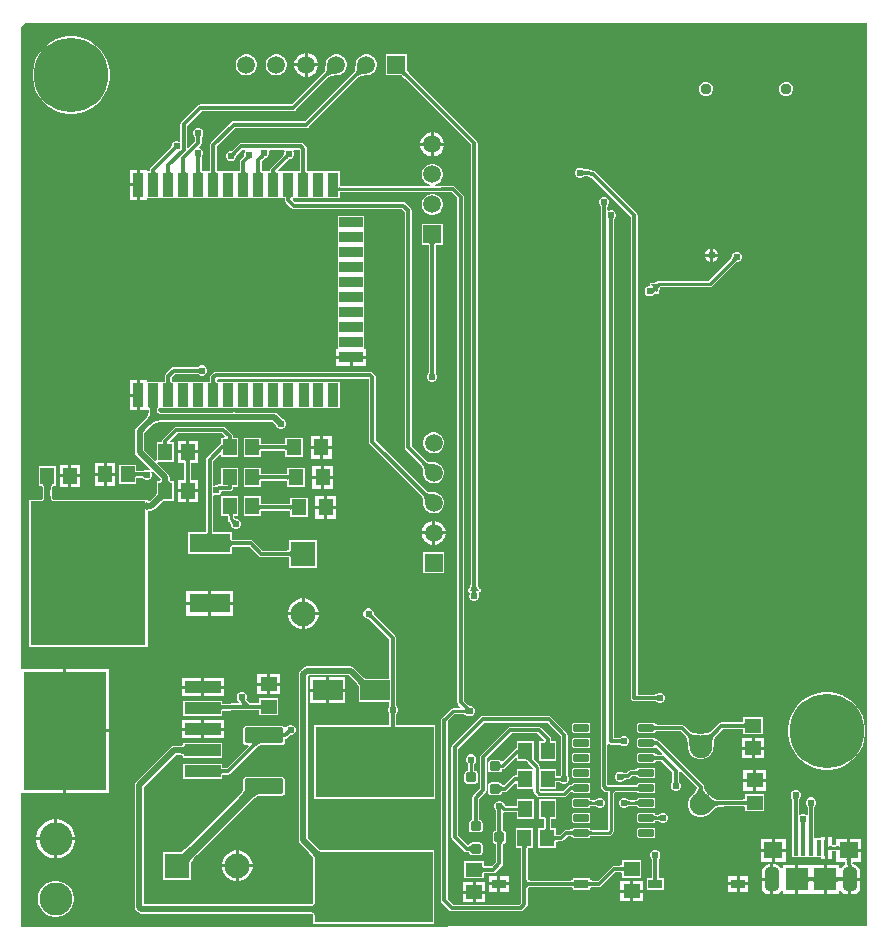
<source format=gbr>
%TF.GenerationSoftware,Altium Limited,Altium Designer,21.3.2 (30)*%
G04 Layer_Physical_Order=1*
G04 Layer_Color=255*
%FSLAX24Y24*%
%MOIN*%
%TF.SameCoordinates,A906CF50-EBD2-4515-BF13-6977FA7C699A*%
%TF.FilePolarity,Positive*%
%TF.FileFunction,Copper,L1,Top,Signal*%
%TF.Part,Single*%
G01*
G75*
%TA.AperFunction,SMDPad,CuDef*%
%ADD10R,0.0472X0.0551*%
G04:AMPARAMS|DCode=11|XSize=35.4mil|YSize=31.5mil|CornerRadius=3.9mil|HoleSize=0mil|Usage=FLASHONLY|Rotation=180.000|XOffset=0mil|YOffset=0mil|HoleType=Round|Shape=RoundedRectangle|*
%AMROUNDEDRECTD11*
21,1,0.0354,0.0236,0,0,180.0*
21,1,0.0276,0.0315,0,0,180.0*
1,1,0.0079,-0.0138,0.0118*
1,1,0.0079,0.0138,0.0118*
1,1,0.0079,0.0138,-0.0118*
1,1,0.0079,-0.0138,-0.0118*
%
%ADD11ROUNDEDRECTD11*%
%ADD12R,0.0472X0.0315*%
%ADD13R,0.0551X0.0472*%
G04:AMPARAMS|DCode=14|XSize=51.6mil|YSize=24.4mil|CornerRadius=3.1mil|HoleSize=0mil|Usage=FLASHONLY|Rotation=180.000|XOffset=0mil|YOffset=0mil|HoleType=Round|Shape=RoundedRectangle|*
%AMROUNDEDRECTD14*
21,1,0.0516,0.0183,0,0,180.0*
21,1,0.0455,0.0244,0,0,180.0*
1,1,0.0061,-0.0227,0.0092*
1,1,0.0061,0.0227,0.0092*
1,1,0.0061,0.0227,-0.0092*
1,1,0.0061,-0.0227,-0.0092*
%
%ADD14ROUNDEDRECTD14*%
%ADD15R,0.0500X0.0550*%
%ADD16R,0.0354X0.0787*%
%ADD17R,0.0787X0.0354*%
%ADD18R,0.0748X0.0748*%
%ADD19R,0.0157X0.0531*%
%ADD20R,0.0630X0.0551*%
%ADD21R,0.1378X0.0630*%
%ADD22R,0.3839X0.4803*%
%TA.AperFunction,ConnectorPad*%
%ADD23R,0.1200X0.0394*%
%ADD24R,0.2756X0.3937*%
%TA.AperFunction,SMDPad,CuDef*%
%ADD25R,0.3937X0.2362*%
%ADD26R,0.0984X0.0669*%
G04:AMPARAMS|DCode=27|XSize=52.8mil|YSize=129.5mil|CornerRadius=6.6mil|HoleSize=0mil|Usage=FLASHONLY|Rotation=270.000|XOffset=0mil|YOffset=0mil|HoleType=Round|Shape=RoundedRectangle|*
%AMROUNDEDRECTD27*
21,1,0.0528,0.1163,0,0,270.0*
21,1,0.0396,0.1295,0,0,270.0*
1,1,0.0132,-0.0582,-0.0198*
1,1,0.0132,-0.0582,0.0198*
1,1,0.0132,0.0582,0.0198*
1,1,0.0132,0.0582,-0.0198*
%
%ADD27ROUNDEDRECTD27*%
%TA.AperFunction,Conductor*%
%ADD28C,0.0100*%
%ADD29C,0.0120*%
%ADD30C,0.0200*%
%ADD31C,0.0300*%
%TA.AperFunction,ViaPad*%
%ADD32C,0.2480*%
%TA.AperFunction,ComponentPad*%
%ADD33C,0.0750*%
%ADD34R,0.0598X0.0598*%
%ADD35C,0.0598*%
%ADD36C,0.0374*%
G04:AMPARAMS|DCode=37|XSize=78.7mil|YSize=47.2mil|CornerRadius=14.2mil|HoleSize=0mil|Usage=FLASHONLY|Rotation=90.000|XOffset=0mil|YOffset=0mil|HoleType=Round|Shape=RoundedRectangle|*
%AMROUNDEDRECTD37*
21,1,0.0787,0.0189,0,0,90.0*
21,1,0.0504,0.0472,0,0,90.0*
1,1,0.0283,0.0094,0.0252*
1,1,0.0283,0.0094,-0.0252*
1,1,0.0283,-0.0094,-0.0252*
1,1,0.0283,-0.0094,0.0252*
%
%ADD37ROUNDEDRECTD37*%
%ADD38C,0.0827*%
%ADD39R,0.0827X0.0827*%
%ADD40C,0.1100*%
%ADD41R,0.0827X0.0827*%
%ADD42R,0.0598X0.0598*%
%TA.AperFunction,ViaPad*%
%ADD43C,0.0240*%
G36*
X38150Y24800D02*
X9985Y24750D01*
X9950Y24785D01*
Y29232D01*
X11350D01*
Y31300D01*
Y33368D01*
X9950D01*
Y54750D01*
X10100Y54900D01*
X38150D01*
Y24800D01*
D02*
G37*
%LPC*%
G36*
X19503Y53899D02*
X19500D01*
Y53550D01*
X19849D01*
Y53553D01*
X19822Y53654D01*
X19769Y53745D01*
X19695Y53819D01*
X19604Y53872D01*
X19503Y53899D01*
D02*
G37*
G36*
X19400D02*
X19397D01*
X19296Y53872D01*
X19205Y53819D01*
X19131Y53745D01*
X19078Y53654D01*
X19051Y53553D01*
Y53550D01*
X19400D01*
Y53899D01*
D02*
G37*
G36*
X18496Y53849D02*
X18404D01*
X18315Y53825D01*
X18236Y53779D01*
X18171Y53714D01*
X18125Y53635D01*
X18101Y53546D01*
Y53454D01*
X18125Y53365D01*
X18171Y53286D01*
X18236Y53221D01*
X18315Y53175D01*
X18404Y53151D01*
X18496D01*
X18585Y53175D01*
X18664Y53221D01*
X18729Y53286D01*
X18775Y53365D01*
X18799Y53454D01*
Y53546D01*
X18775Y53635D01*
X18729Y53714D01*
X18664Y53779D01*
X18585Y53825D01*
X18496Y53849D01*
D02*
G37*
G36*
X17496D02*
X17404D01*
X17315Y53825D01*
X17236Y53779D01*
X17171Y53714D01*
X17125Y53635D01*
X17101Y53546D01*
Y53454D01*
X17125Y53365D01*
X17171Y53286D01*
X17236Y53221D01*
X17315Y53175D01*
X17404Y53151D01*
X17496D01*
X17585Y53175D01*
X17664Y53221D01*
X17729Y53286D01*
X17775Y53365D01*
X17799Y53454D01*
Y53546D01*
X17775Y53635D01*
X17729Y53714D01*
X17664Y53779D01*
X17585Y53825D01*
X17496Y53849D01*
D02*
G37*
G36*
X19849Y53450D02*
X19500D01*
Y53101D01*
X19503D01*
X19604Y53128D01*
X19695Y53181D01*
X19769Y53255D01*
X19822Y53346D01*
X19849Y53447D01*
Y53450D01*
D02*
G37*
G36*
X19400D02*
X19051D01*
Y53447D01*
X19078Y53346D01*
X19131Y53255D01*
X19205Y53181D01*
X19296Y53128D01*
X19397Y53101D01*
X19400D01*
Y53450D01*
D02*
G37*
G36*
X35497Y52937D02*
X35403D01*
X35316Y52901D01*
X35249Y52834D01*
X35213Y52747D01*
Y52653D01*
X35249Y52566D01*
X35316Y52499D01*
X35403Y52463D01*
X35497D01*
X35584Y52499D01*
X35651Y52566D01*
X35687Y52653D01*
Y52747D01*
X35651Y52834D01*
X35584Y52901D01*
X35497Y52937D01*
D02*
G37*
G36*
X32820D02*
X32726D01*
X32639Y52901D01*
X32572Y52834D01*
X32536Y52747D01*
Y52653D01*
X32572Y52566D01*
X32639Y52499D01*
X32726Y52463D01*
X32820D01*
X32907Y52499D01*
X32974Y52566D01*
X33010Y52653D01*
Y52747D01*
X32974Y52834D01*
X32907Y52901D01*
X32820Y52937D01*
D02*
G37*
G36*
X21496Y53849D02*
X21404D01*
X21315Y53825D01*
X21236Y53779D01*
X21171Y53714D01*
X21125Y53635D01*
X21101Y53546D01*
Y53508D01*
X21097Y53499D01*
X21094Y53422D01*
X21091Y53390D01*
X21086Y53361D01*
X21080Y53334D01*
X21073Y53311D01*
X21065Y53291D01*
X21055Y53273D01*
X21046Y53259D01*
X21033Y53244D01*
X21031Y53240D01*
X19414Y51622D01*
X17040D01*
X16997Y51614D01*
X16961Y51589D01*
X16961Y51589D01*
X16280Y50909D01*
X16256Y50872D01*
X16247Y50829D01*
X16247Y50829D01*
Y50020D01*
X16245Y50016D01*
X16245Y49994D01*
X16243Y49978D01*
X16241Y49964D01*
X16238Y49954D01*
X16236Y49948D01*
X16236Y49947D01*
X16234Y49947D01*
X16231Y49946D01*
X16137D01*
X16132Y49946D01*
X16087D01*
X16082Y49946D01*
X15988D01*
X15985Y49947D01*
X15983Y49947D01*
X15983Y49948D01*
X15980Y49954D01*
X15978Y49964D01*
X15976Y49978D01*
X15974Y49995D01*
X15974Y50016D01*
X15972Y50020D01*
Y50375D01*
X15974Y50379D01*
X15974Y50391D01*
X15975Y50411D01*
X15976Y50418D01*
X15977Y50424D01*
X15979Y50429D01*
X15980Y50433D01*
X15981Y50435D01*
X15982Y50436D01*
X15984Y50438D01*
X15985Y50445D01*
X15994Y50454D01*
X16020Y50516D01*
Y50584D01*
X15994Y50646D01*
X15946Y50694D01*
X15901Y50713D01*
X15884Y50766D01*
X15936Y50818D01*
X15936Y50818D01*
X15960Y50854D01*
X15968Y50897D01*
X15968Y50897D01*
Y51038D01*
X15970Y51042D01*
X15971Y51065D01*
X15972Y51073D01*
X15973Y51080D01*
X15975Y51086D01*
X15976Y51090D01*
X15977Y51094D01*
X15978Y51095D01*
X15979Y51096D01*
X15981Y51098D01*
X15984Y51107D01*
X16000Y51124D01*
X16026Y51186D01*
Y51254D01*
X16000Y51316D01*
X15953Y51364D01*
X15890Y51390D01*
X15822D01*
X15760Y51364D01*
X15712Y51316D01*
X15686Y51254D01*
Y51186D01*
X15712Y51124D01*
X15729Y51107D01*
X15732Y51098D01*
X15734Y51096D01*
X15734Y51095D01*
X15735Y51094D01*
X15737Y51090D01*
X15738Y51086D01*
X15739Y51080D01*
X15740Y51074D01*
X15742Y51054D01*
X15742Y51043D01*
X15744Y51039D01*
Y50943D01*
X15525Y50724D01*
X15479Y50743D01*
Y51474D01*
X15963Y51958D01*
X19020D01*
X19020Y51958D01*
X19063Y51966D01*
X19099Y51991D01*
X20190Y53081D01*
X20194Y53083D01*
X20209Y53096D01*
X20223Y53105D01*
X20241Y53115D01*
X20261Y53123D01*
X20284Y53130D01*
X20311Y53136D01*
X20340Y53141D01*
X20409Y53146D01*
X20448Y53147D01*
X20457Y53151D01*
X20496D01*
X20585Y53175D01*
X20664Y53221D01*
X20729Y53286D01*
X20775Y53365D01*
X20799Y53454D01*
Y53546D01*
X20775Y53635D01*
X20729Y53714D01*
X20664Y53779D01*
X20585Y53825D01*
X20496Y53849D01*
X20404D01*
X20315Y53825D01*
X20236Y53779D01*
X20171Y53714D01*
X20125Y53635D01*
X20101Y53546D01*
Y53508D01*
X20097Y53499D01*
X20094Y53422D01*
X20091Y53390D01*
X20086Y53361D01*
X20080Y53334D01*
X20073Y53311D01*
X20065Y53291D01*
X20055Y53273D01*
X20046Y53259D01*
X20033Y53244D01*
X20031Y53240D01*
X18974Y52182D01*
X15916D01*
X15874Y52174D01*
X15837Y52149D01*
X15837Y52149D01*
X15287Y51599D01*
X15263Y51563D01*
X15254Y51520D01*
X15254Y51520D01*
Y50975D01*
X15204Y50943D01*
X15170Y50957D01*
X15103D01*
X15040Y50931D01*
X14992Y50883D01*
X14966Y50821D01*
Y50797D01*
X14962Y50789D01*
X14962Y50786D01*
X14962Y50785D01*
X14962Y50783D01*
X14960Y50780D01*
X14958Y50776D01*
X14955Y50771D01*
X14951Y50765D01*
X14938Y50751D01*
X14931Y50743D01*
X14929Y50738D01*
X14280Y50089D01*
X14256Y50053D01*
X14249Y50020D01*
X14245Y50011D01*
X14245Y49991D01*
X14243Y49974D01*
X14241Y49961D01*
X14239Y49952D01*
X14237Y49946D01*
X14235Y49946D01*
X14137D01*
Y49996D01*
X13909D01*
Y49502D01*
Y49008D01*
X14137D01*
Y49058D01*
X14587D01*
Y49058D01*
X14632D01*
Y49058D01*
X15087D01*
Y49058D01*
X15132D01*
Y49058D01*
X15587D01*
Y49058D01*
X15632D01*
Y49058D01*
X16082D01*
X16087Y49058D01*
X16132D01*
X16137Y49058D01*
X16582D01*
X16587Y49058D01*
X16632D01*
X16637Y49058D01*
X17082D01*
X17087Y49058D01*
X17132D01*
X17137Y49058D01*
X17587D01*
Y49058D01*
X17632D01*
Y49058D01*
X18087D01*
Y49058D01*
X18132D01*
Y49058D01*
X18582D01*
X18587Y49058D01*
X18632D01*
X18637Y49058D01*
X18732D01*
X18735Y49057D01*
X18736Y49057D01*
X18736Y49056D01*
X18739Y49050D01*
X18741Y49041D01*
X18743Y49027D01*
X18745Y49010D01*
X18745Y48989D01*
X18749Y48980D01*
X18756Y48948D01*
X18780Y48911D01*
X18961Y48731D01*
X18961Y48731D01*
X18997Y48706D01*
X19040Y48698D01*
X22644D01*
X22738Y48604D01*
Y40750D01*
X22738Y40750D01*
X22746Y40707D01*
X22771Y40671D01*
X23281Y40160D01*
X23283Y40156D01*
X23296Y40141D01*
X23305Y40127D01*
X23315Y40109D01*
X23323Y40089D01*
X23330Y40066D01*
X23336Y40039D01*
X23341Y40010D01*
X23346Y39941D01*
X23347Y39902D01*
X23351Y39893D01*
Y39854D01*
X23375Y39765D01*
X23421Y39686D01*
X23486Y39621D01*
X23565Y39575D01*
X23654Y39551D01*
X23746D01*
X23835Y39575D01*
X23914Y39621D01*
X23979Y39686D01*
X24025Y39765D01*
X24049Y39854D01*
Y39946D01*
X24025Y40035D01*
X23979Y40114D01*
X23914Y40179D01*
X23835Y40225D01*
X23746Y40249D01*
X23708D01*
X23699Y40253D01*
X23622Y40256D01*
X23590Y40259D01*
X23561Y40264D01*
X23534Y40270D01*
X23511Y40277D01*
X23491Y40285D01*
X23473Y40295D01*
X23459Y40304D01*
X23444Y40317D01*
X23440Y40319D01*
X22962Y40796D01*
Y48650D01*
X22962Y48650D01*
X22954Y48693D01*
X22929Y48729D01*
X22929Y48729D01*
X22769Y48889D01*
X22733Y48914D01*
X22690Y48922D01*
X22690Y48922D01*
X19086D01*
X19000Y49008D01*
X19021Y49058D01*
X19082D01*
X19087Y49058D01*
X19132D01*
X19137Y49058D01*
X19582D01*
X19587Y49058D01*
X19632D01*
X19637Y49058D01*
X20082D01*
X20087Y49058D01*
X20132D01*
X20137Y49058D01*
X20587D01*
Y49248D01*
X20587Y49249D01*
X20589Y49250D01*
X20596Y49252D01*
X20606Y49253D01*
X20620Y49254D01*
X20637Y49255D01*
X20642Y49257D01*
X23938D01*
X23941Y49255D01*
X23984Y49247D01*
X24295D01*
X24488Y49054D01*
Y32250D01*
X24488Y32250D01*
X24496Y32207D01*
X24521Y32171D01*
X24521D01*
X24593Y32098D01*
X24574Y32052D01*
X24350D01*
X24311Y32044D01*
X24278Y32022D01*
X24010Y31754D01*
X24007Y31754D01*
X23971Y31729D01*
X23946Y31693D01*
X23938Y31650D01*
Y25650D01*
X23938Y25650D01*
X23946Y25607D01*
X23971Y25571D01*
X24221Y25321D01*
X24221Y25321D01*
X24257Y25296D01*
X24300Y25288D01*
X26600D01*
X26600Y25288D01*
X26643Y25296D01*
X26679Y25321D01*
X26807Y25448D01*
X26807Y25448D01*
X26831Y25485D01*
X26840Y25528D01*
Y26008D01*
X26841Y26009D01*
X26840Y26013D01*
X26842Y26017D01*
X26843Y26037D01*
X26845Y26050D01*
X26848Y26060D01*
X26852Y26067D01*
X26856Y26072D01*
X26861Y26076D01*
X26868Y26079D01*
X26878Y26083D01*
X26891Y26085D01*
X26911Y26086D01*
X26915Y26088D01*
X28267D01*
X28272Y26086D01*
X28293Y26085D01*
X28310Y26084D01*
X28323Y26082D01*
X28333Y26079D01*
X28340Y26076D01*
X28340Y26076D01*
X28340Y26074D01*
X28342Y26072D01*
Y25993D01*
X28914D01*
Y26072D01*
X28916Y26074D01*
X28916Y26076D01*
X28916Y26076D01*
X28923Y26079D01*
X28933Y26082D01*
X28946Y26084D01*
X28963Y26085D01*
X28984Y26086D01*
X28989Y26088D01*
X29210D01*
X29210Y26088D01*
X29253Y26096D01*
X29289Y26121D01*
X29754Y26586D01*
X29900D01*
X29904Y26584D01*
X29925Y26583D01*
X29942Y26582D01*
X29955Y26580D01*
X29965Y26577D01*
X29971Y26575D01*
X29972Y26574D01*
X29972Y26572D01*
X29974Y26568D01*
Y26412D01*
X30626D01*
Y26984D01*
X29974D01*
Y26829D01*
X29972Y26824D01*
X29972Y26822D01*
X29971Y26821D01*
X29965Y26819D01*
X29955Y26816D01*
X29942Y26814D01*
X29925Y26813D01*
X29904Y26812D01*
X29900Y26810D01*
X29708D01*
X29708Y26810D01*
X29665Y26802D01*
X29629Y26777D01*
X29629Y26777D01*
X29164Y26312D01*
X28989D01*
X28984Y26314D01*
X28963Y26315D01*
X28946Y26316D01*
X28933Y26318D01*
X28923Y26321D01*
X28916Y26324D01*
X28916Y26324D01*
X28916Y26326D01*
X28914Y26328D01*
Y26407D01*
X28342D01*
Y26328D01*
X28340Y26326D01*
X28340Y26324D01*
X28340Y26324D01*
X28333Y26321D01*
X28323Y26318D01*
X28310Y26316D01*
X28293Y26315D01*
X28272Y26314D01*
X28267Y26312D01*
X26915D01*
X26911Y26314D01*
X26891Y26315D01*
X26878Y26317D01*
X26868Y26321D01*
X26861Y26324D01*
X26856Y26328D01*
X26852Y26333D01*
X26848Y26340D01*
X26845Y26350D01*
X26843Y26363D01*
X26842Y26383D01*
X26840Y26387D01*
X26841Y26391D01*
X26840Y26392D01*
Y27326D01*
X26842Y27330D01*
X26842Y27351D01*
X26844Y27368D01*
X26846Y27381D01*
X26849Y27391D01*
X26851Y27397D01*
X26851Y27398D01*
X26853Y27398D01*
X26858Y27400D01*
X27014D01*
Y28052D01*
X26442D01*
Y27400D01*
X26597D01*
X26602Y27398D01*
X26604Y27398D01*
X26604Y27397D01*
X26607Y27391D01*
X26609Y27381D01*
X26612Y27368D01*
X26613Y27351D01*
X26614Y27330D01*
X26616Y27326D01*
Y26212D01*
X26615Y26211D01*
X26616Y26206D01*
Y26200D01*
X26616Y26200D01*
X26616Y26200D01*
Y26194D01*
X26615Y26189D01*
X26616Y26188D01*
Y25574D01*
X26554Y25512D01*
X24346D01*
X24162Y25696D01*
Y31618D01*
X24392Y31848D01*
X24713D01*
X24717Y31846D01*
X24728Y31846D01*
X24736Y31845D01*
X24743Y31844D01*
X24750Y31842D01*
X24756Y31840D01*
X24761Y31838D01*
X24765Y31836D01*
X24769Y31834D01*
X24772Y31831D01*
X24777Y31826D01*
X24787Y31823D01*
X24804Y31806D01*
X24866Y31780D01*
X24934D01*
X24996Y31806D01*
X25044Y31854D01*
X25070Y31916D01*
Y31984D01*
X25044Y32046D01*
X24996Y32094D01*
X24934Y32120D01*
X24910D01*
X24902Y32124D01*
X24899Y32124D01*
X24898Y32124D01*
X24896Y32125D01*
X24893Y32126D01*
X24889Y32128D01*
X24884Y32132D01*
X24878Y32135D01*
X24864Y32148D01*
X24856Y32156D01*
X24851Y32158D01*
X24712Y32296D01*
Y49100D01*
X24712Y49100D01*
X24704Y49143D01*
X24679Y49179D01*
X24420Y49438D01*
X24384Y49463D01*
X24341Y49471D01*
X24341Y49471D01*
X23984D01*
X23941Y49463D01*
X23938Y49461D01*
X23740D01*
X23734Y49511D01*
X23785Y49525D01*
X23864Y49571D01*
X23929Y49636D01*
X23975Y49715D01*
X23999Y49804D01*
Y49896D01*
X23975Y49985D01*
X23929Y50064D01*
X23864Y50129D01*
X23785Y50175D01*
X23696Y50199D01*
X23604D01*
X23515Y50175D01*
X23436Y50129D01*
X23371Y50064D01*
X23325Y49985D01*
X23301Y49896D01*
Y49804D01*
X23325Y49715D01*
X23371Y49636D01*
X23436Y49571D01*
X23515Y49525D01*
X23566Y49511D01*
X23560Y49461D01*
X20642D01*
X20637Y49463D01*
X20620Y49464D01*
X20606Y49465D01*
X20596Y49466D01*
X20589Y49468D01*
X20587Y49469D01*
X20587Y49469D01*
Y49946D01*
X20137D01*
X20132Y49946D01*
X20087D01*
X20082Y49946D01*
X19637D01*
X19632Y49946D01*
X19587D01*
X19582Y49946D01*
X19488D01*
X19485Y49947D01*
X19483Y49947D01*
X19483Y49948D01*
X19480Y49954D01*
X19478Y49964D01*
X19476Y49978D01*
X19474Y49995D01*
X19474Y50016D01*
X19472Y50020D01*
Y50710D01*
X19472Y50710D01*
X19463Y50753D01*
X19439Y50789D01*
X19439Y50789D01*
X19368Y50859D01*
X19332Y50884D01*
X19289Y50892D01*
X19289Y50892D01*
X17280D01*
X17237Y50884D01*
X17201Y50859D01*
X17201Y50859D01*
X17000Y50658D01*
X16995Y50657D01*
X16978Y50641D01*
X16972Y50636D01*
X16966Y50632D01*
X16961Y50628D01*
X16957Y50626D01*
X16954Y50625D01*
X16952Y50624D01*
X16951Y50624D01*
X16948Y50624D01*
X16940Y50620D01*
X16916D01*
X16854Y50594D01*
X16806Y50546D01*
X16780Y50484D01*
Y50416D01*
X16806Y50354D01*
X16854Y50306D01*
X16916Y50280D01*
X16984D01*
X17046Y50306D01*
X17094Y50354D01*
X17120Y50416D01*
Y50440D01*
X17124Y50448D01*
X17124Y50451D01*
X17124Y50452D01*
X17125Y50454D01*
X17126Y50457D01*
X17128Y50461D01*
X17132Y50466D01*
X17135Y50472D01*
X17148Y50486D01*
X17156Y50494D01*
X17158Y50499D01*
X17326Y50668D01*
X17407D01*
X17427Y50618D01*
X17406Y50596D01*
X17380Y50534D01*
Y50474D01*
X17379Y50469D01*
X17379Y50467D01*
X17379Y50465D01*
X17377Y50462D01*
X17375Y50458D01*
X17372Y50454D01*
X17361Y50440D01*
X17353Y50432D01*
X17351Y50427D01*
X17349Y50425D01*
X17346Y50423D01*
X17346Y50422D01*
X17280Y50356D01*
X17256Y50320D01*
X17247Y50277D01*
X17247Y50277D01*
Y50020D01*
X17245Y50016D01*
X17245Y49994D01*
X17243Y49978D01*
X17241Y49964D01*
X17238Y49954D01*
X17236Y49948D01*
X17236Y49947D01*
X17234Y49947D01*
X17231Y49946D01*
X17137D01*
X17132Y49946D01*
X17087D01*
X17082Y49946D01*
X16637D01*
X16632Y49946D01*
X16587D01*
X16582Y49946D01*
X16488D01*
X16485Y49947D01*
X16483Y49947D01*
X16483Y49948D01*
X16480Y49954D01*
X16478Y49964D01*
X16476Y49978D01*
X16474Y49995D01*
X16474Y50016D01*
X16472Y50020D01*
Y50783D01*
X17086Y51398D01*
X19460D01*
X19460Y51398D01*
X19503Y51406D01*
X19539Y51431D01*
X21190Y53081D01*
X21194Y53083D01*
X21209Y53096D01*
X21223Y53105D01*
X21241Y53115D01*
X21261Y53123D01*
X21284Y53130D01*
X21311Y53136D01*
X21340Y53141D01*
X21409Y53146D01*
X21448Y53147D01*
X21457Y53151D01*
X21496D01*
X21585Y53175D01*
X21664Y53221D01*
X21729Y53286D01*
X21775Y53365D01*
X21799Y53454D01*
Y53546D01*
X21775Y53635D01*
X21729Y53714D01*
X21664Y53779D01*
X21585Y53825D01*
X21496Y53849D01*
D02*
G37*
G36*
X11722Y54450D02*
X11518D01*
X11318Y54418D01*
X11125Y54356D01*
X10944Y54263D01*
X10780Y54144D01*
X10636Y54000D01*
X10517Y53836D01*
X10424Y53655D01*
X10362Y53462D01*
X10330Y53262D01*
Y53058D01*
X10362Y52858D01*
X10424Y52665D01*
X10517Y52484D01*
X10636Y52320D01*
X10780Y52176D01*
X10944Y52057D01*
X11125Y51964D01*
X11318Y51902D01*
X11518Y51870D01*
X11722D01*
X11922Y51902D01*
X12115Y51964D01*
X12296Y52057D01*
X12460Y52176D01*
X12604Y52320D01*
X12723Y52484D01*
X12816Y52665D01*
X12878Y52858D01*
X12910Y53058D01*
Y53262D01*
X12878Y53462D01*
X12816Y53655D01*
X12723Y53836D01*
X12604Y54000D01*
X12460Y54144D01*
X12296Y54263D01*
X12115Y54356D01*
X11922Y54418D01*
X11722Y54450D01*
D02*
G37*
G36*
X23703Y51249D02*
X23700D01*
Y50900D01*
X24049D01*
Y50903D01*
X24022Y51004D01*
X23969Y51095D01*
X23895Y51169D01*
X23804Y51222D01*
X23703Y51249D01*
D02*
G37*
G36*
X23600D02*
X23597D01*
X23496Y51222D01*
X23405Y51169D01*
X23331Y51095D01*
X23278Y51004D01*
X23251Y50903D01*
Y50900D01*
X23600D01*
Y51249D01*
D02*
G37*
G36*
X24049Y50800D02*
X23700D01*
Y50451D01*
X23703D01*
X23804Y50478D01*
X23895Y50531D01*
X23969Y50605D01*
X24022Y50696D01*
X24049Y50797D01*
Y50800D01*
D02*
G37*
G36*
X23600D02*
X23251D01*
Y50797D01*
X23278Y50696D01*
X23331Y50605D01*
X23405Y50531D01*
X23496Y50478D01*
X23597Y50451D01*
X23600D01*
Y50800D01*
D02*
G37*
G36*
X13809Y49996D02*
X13582D01*
Y49552D01*
X13809D01*
Y49996D01*
D02*
G37*
G36*
Y49452D02*
X13582D01*
Y49008D01*
X13809D01*
Y49452D01*
D02*
G37*
G36*
X23696Y49199D02*
X23604D01*
X23515Y49175D01*
X23436Y49129D01*
X23371Y49064D01*
X23325Y48985D01*
X23301Y48896D01*
Y48804D01*
X23325Y48715D01*
X23371Y48636D01*
X23436Y48571D01*
X23515Y48525D01*
X23604Y48501D01*
X23696D01*
X23785Y48525D01*
X23864Y48571D01*
X23929Y48636D01*
X23975Y48715D01*
X23999Y48804D01*
Y48896D01*
X23975Y48985D01*
X23929Y49064D01*
X23864Y49129D01*
X23785Y49175D01*
X23696Y49199D01*
D02*
G37*
G36*
X33012Y47377D02*
Y47210D01*
X33179D01*
X33148Y47285D01*
X33086Y47347D01*
X33012Y47377D01*
D02*
G37*
G36*
X32912D02*
X32837Y47347D01*
X32775Y47285D01*
X32744Y47210D01*
X32912D01*
Y47377D01*
D02*
G37*
G36*
X33179Y47110D02*
X33012D01*
Y46943D01*
X33086Y46973D01*
X33148Y47035D01*
X33179Y47110D01*
D02*
G37*
G36*
X32912D02*
X32744D01*
X32775Y47035D01*
X32837Y46973D01*
X32912Y46943D01*
Y47110D01*
D02*
G37*
G36*
X33834Y47270D02*
X33766D01*
X33704Y47244D01*
X33656Y47196D01*
X33630Y47134D01*
Y47110D01*
X33626Y47101D01*
X33626Y47094D01*
X33625Y47089D01*
X33624Y47085D01*
X33623Y47080D01*
X33620Y47075D01*
X33618Y47070D01*
X33614Y47064D01*
X33610Y47058D01*
X33604Y47052D01*
X33597Y47044D01*
X33595Y47040D01*
X32858Y46302D01*
X31216D01*
X31177Y46294D01*
X31158Y46282D01*
X31150Y46280D01*
X31148Y46277D01*
X31145Y46276D01*
X31132Y46265D01*
X31121Y46258D01*
X31108Y46252D01*
X31094Y46246D01*
X31077Y46243D01*
X31058Y46240D01*
X31037Y46240D01*
X31013Y46241D01*
X30987Y46243D01*
X30958Y46249D01*
X30938Y46244D01*
X30918Y46240D01*
X30918Y46239D01*
X30918Y46239D01*
X30907Y46222D01*
X30896Y46205D01*
X30896Y46205D01*
X30896Y46204D01*
X30897Y46196D01*
X30900Y46185D01*
X30903Y46170D01*
X30901Y46160D01*
X30874Y46120D01*
X30866D01*
X30804Y46094D01*
X30756Y46046D01*
X30730Y45984D01*
Y45916D01*
X30756Y45854D01*
X30804Y45806D01*
X30866Y45780D01*
X30934D01*
X30996Y45806D01*
X31044Y45854D01*
X31049Y45864D01*
X31095Y45874D01*
X31106Y45872D01*
X31118Y45864D01*
X31128Y45858D01*
X31129Y45857D01*
X31129D01*
X31135Y45853D01*
X31136Y45853D01*
X31136Y45853D01*
X31156Y45857D01*
X31176Y45861D01*
X31176Y45861D01*
X31177Y45861D01*
X31188Y45878D01*
X31199Y45895D01*
X31213Y45964D01*
X31220Y45992D01*
X31237Y46042D01*
X31245Y46062D01*
X31253Y46079D01*
X31261Y46094D01*
X31264Y46098D01*
X32900D01*
X32939Y46106D01*
X32972Y46128D01*
X33740Y46895D01*
X33744Y46897D01*
X33752Y46904D01*
X33758Y46910D01*
X33764Y46914D01*
X33770Y46918D01*
X33775Y46920D01*
X33780Y46923D01*
X33785Y46924D01*
X33789Y46925D01*
X33794Y46926D01*
X33801Y46926D01*
X33810Y46930D01*
X33834D01*
X33896Y46956D01*
X33944Y47004D01*
X33970Y47066D01*
Y47134D01*
X33944Y47196D01*
X33896Y47244D01*
X33834Y47270D01*
D02*
G37*
G36*
X21394Y48477D02*
X20506D01*
Y48027D01*
X20506Y48023D01*
Y47977D01*
X20506Y47973D01*
Y47527D01*
X20506Y47523D01*
Y47477D01*
X20506Y47473D01*
Y47027D01*
X20506Y47023D01*
Y46977D01*
X20506Y46973D01*
Y46527D01*
X20506Y46523D01*
Y46477D01*
X20506Y46473D01*
Y46027D01*
X20506Y46023D01*
Y45977D01*
X20506Y45973D01*
Y45527D01*
X20506Y45523D01*
Y45477D01*
X20506Y45473D01*
Y45027D01*
X20506Y45023D01*
Y44977D01*
X20506Y44973D01*
Y44527D01*
X20506Y44523D01*
Y44477D01*
X20506Y44473D01*
Y44027D01*
X20456D01*
Y43800D01*
X20950D01*
X21444D01*
Y44027D01*
X21394D01*
Y44473D01*
X21394Y44477D01*
Y44523D01*
X21394Y44527D01*
Y44973D01*
X21394Y44977D01*
Y45023D01*
X21394Y45027D01*
Y45473D01*
X21394Y45477D01*
Y45523D01*
X21394Y45527D01*
Y45973D01*
X21394Y45977D01*
Y46023D01*
X21394Y46027D01*
Y46473D01*
X21394Y46477D01*
Y46523D01*
X21394Y46527D01*
Y46973D01*
X21394Y46977D01*
Y47023D01*
X21394Y47027D01*
Y47473D01*
X21394Y47477D01*
Y47523D01*
X21394Y47527D01*
Y47973D01*
X21394Y47977D01*
Y48023D01*
X21394Y48027D01*
Y48477D01*
D02*
G37*
G36*
X21444Y43700D02*
X21000D01*
Y43473D01*
X21444D01*
Y43700D01*
D02*
G37*
G36*
X20900D02*
X20456D01*
Y43473D01*
X20900D01*
Y43700D01*
D02*
G37*
G36*
X23999Y48199D02*
X23301D01*
Y47501D01*
X23519D01*
X23524Y47498D01*
X23526Y47498D01*
X23527Y47497D01*
X23529Y47491D01*
X23532Y47482D01*
X23534Y47468D01*
X23535Y47452D01*
X23536Y47431D01*
X23538Y47426D01*
Y43272D01*
X23536Y43268D01*
X23535Y43245D01*
X23534Y43237D01*
X23533Y43230D01*
X23532Y43224D01*
X23530Y43220D01*
X23529Y43216D01*
X23528Y43215D01*
X23528Y43214D01*
X23526Y43212D01*
X23523Y43203D01*
X23506Y43186D01*
X23480Y43124D01*
Y43056D01*
X23506Y42994D01*
X23554Y42946D01*
X23616Y42920D01*
X23684D01*
X23746Y42946D01*
X23794Y42994D01*
X23820Y43056D01*
Y43124D01*
X23794Y43186D01*
X23777Y43203D01*
X23774Y43212D01*
X23772Y43214D01*
X23772Y43215D01*
X23771Y43216D01*
X23770Y43220D01*
X23768Y43224D01*
X23767Y43230D01*
X23766Y43236D01*
X23764Y43256D01*
X23764Y43267D01*
X23762Y43271D01*
Y47426D01*
X23764Y47431D01*
X23765Y47452D01*
X23766Y47468D01*
X23768Y47482D01*
X23771Y47491D01*
X23773Y47497D01*
X23774Y47498D01*
X23776Y47498D01*
X23781Y47501D01*
X23999D01*
Y48199D01*
D02*
G37*
G36*
X13809Y42988D02*
X13582D01*
Y42544D01*
X13809D01*
Y42988D01*
D02*
G37*
G36*
Y42444D02*
X13582D01*
Y42000D01*
X13809D01*
Y42444D01*
D02*
G37*
G36*
X20300Y41125D02*
X20000D01*
Y40800D01*
X20300D01*
Y41125D01*
D02*
G37*
G36*
X19900D02*
X19600D01*
Y40800D01*
X19900D01*
Y41125D01*
D02*
G37*
G36*
X15836Y40976D02*
X15550D01*
Y40650D01*
X15836D01*
Y40976D01*
D02*
G37*
G36*
X15450D02*
X15164D01*
Y40650D01*
X15450D01*
Y40976D01*
D02*
G37*
G36*
X23746Y41249D02*
X23654D01*
X23565Y41225D01*
X23486Y41179D01*
X23421Y41114D01*
X23375Y41035D01*
X23351Y40946D01*
Y40854D01*
X23375Y40765D01*
X23421Y40686D01*
X23486Y40621D01*
X23565Y40575D01*
X23654Y40551D01*
X23746D01*
X23835Y40575D01*
X23914Y40621D01*
X23979Y40686D01*
X24025Y40765D01*
X24049Y40854D01*
Y40946D01*
X24025Y41035D01*
X23979Y41114D01*
X23914Y41179D01*
X23835Y41225D01*
X23746Y41249D01*
D02*
G37*
G36*
X17936Y41076D02*
X17364D01*
Y40424D01*
X17936D01*
Y40622D01*
X17938Y40624D01*
X17938Y40626D01*
X17938Y40626D01*
X17945Y40629D01*
X17955Y40632D01*
X17968Y40634D01*
X17985Y40635D01*
X18006Y40636D01*
X18011Y40638D01*
X18675D01*
X18680Y40636D01*
X18701Y40635D01*
X18718Y40634D01*
X18732Y40632D01*
X18742Y40629D01*
X18748Y40626D01*
X18748Y40626D01*
X18749Y40624D01*
X18750Y40622D01*
Y40425D01*
X19350D01*
Y41075D01*
X18750D01*
Y40878D01*
X18749Y40876D01*
X18748Y40874D01*
X18748Y40874D01*
X18742Y40871D01*
X18732Y40868D01*
X18718Y40866D01*
X18701Y40865D01*
X18680Y40864D01*
X18675Y40862D01*
X18011D01*
X18006Y40864D01*
X17985Y40865D01*
X17968Y40866D01*
X17955Y40868D01*
X17945Y40871D01*
X17938Y40874D01*
X17938Y40874D01*
X17938Y40876D01*
X17936Y40878D01*
Y41076D01*
D02*
G37*
G36*
X20300Y40700D02*
X20000D01*
Y40375D01*
X20300D01*
Y40700D01*
D02*
G37*
G36*
X19900D02*
X19600D01*
Y40375D01*
X19900D01*
Y40700D01*
D02*
G37*
G36*
X13086Y40226D02*
X12800D01*
Y39900D01*
X13086D01*
Y40226D01*
D02*
G37*
G36*
X12700D02*
X12414D01*
Y39900D01*
X12700D01*
Y40226D01*
D02*
G37*
G36*
X11912Y40174D02*
X11626D01*
Y39849D01*
X11912D01*
Y40174D01*
D02*
G37*
G36*
X11526D02*
X11240D01*
Y39849D01*
X11526D01*
Y40174D01*
D02*
G37*
G36*
X20350Y40125D02*
X20050D01*
Y39800D01*
X20350D01*
Y40125D01*
D02*
G37*
G36*
X19950D02*
X19650D01*
Y39800D01*
X19950D01*
Y40125D01*
D02*
G37*
G36*
X13086Y39800D02*
X12800D01*
Y39474D01*
X13086D01*
Y39800D01*
D02*
G37*
G36*
X12700D02*
X12414D01*
Y39474D01*
X12700D01*
Y39800D01*
D02*
G37*
G36*
X17936Y40076D02*
X17364D01*
Y39424D01*
X17936D01*
Y39622D01*
X17938Y39624D01*
X17938Y39626D01*
X17938Y39626D01*
X17945Y39629D01*
X17955Y39632D01*
X17968Y39634D01*
X17985Y39635D01*
X18006Y39636D01*
X18011Y39638D01*
X18725D01*
X18730Y39636D01*
X18751Y39635D01*
X18768Y39634D01*
X18782Y39632D01*
X18792Y39629D01*
X18798Y39626D01*
X18798Y39626D01*
X18799Y39624D01*
X18800Y39622D01*
Y39425D01*
X19400D01*
Y40075D01*
X18800D01*
Y39878D01*
X18799Y39876D01*
X18798Y39874D01*
X18798Y39874D01*
X18792Y39871D01*
X18782Y39868D01*
X18768Y39866D01*
X18751Y39865D01*
X18730Y39864D01*
X18725Y39862D01*
X18011D01*
X18006Y39864D01*
X17985Y39865D01*
X17968Y39866D01*
X17955Y39868D01*
X17945Y39871D01*
X17938Y39874D01*
X17938Y39874D01*
X17938Y39876D01*
X17936Y39878D01*
Y40076D01*
D02*
G37*
G36*
X11912Y39749D02*
X11626D01*
Y39423D01*
X11912D01*
Y39749D01*
D02*
G37*
G36*
X11526D02*
X11240D01*
Y39423D01*
X11526D01*
Y39749D01*
D02*
G37*
G36*
X20350Y39700D02*
X20050D01*
Y39375D01*
X20350D01*
Y39700D01*
D02*
G37*
G36*
X19950D02*
X19650D01*
Y39375D01*
X19950D01*
Y39700D01*
D02*
G37*
G36*
X15836Y40550D02*
X15164D01*
Y40224D01*
X15385D01*
X15386Y40204D01*
X15388Y40200D01*
Y39676D01*
X15164D01*
Y39350D01*
X15836D01*
Y39676D01*
X15612D01*
Y40200D01*
X15614Y40204D01*
X15615Y40224D01*
X15836D01*
Y40550D01*
D02*
G37*
G36*
Y39250D02*
X15550D01*
Y38924D01*
X15836D01*
Y39250D01*
D02*
G37*
G36*
X15450D02*
X15164D01*
Y38924D01*
X15450D01*
Y39250D01*
D02*
G37*
G36*
X20450Y39125D02*
X20150D01*
Y38800D01*
X20450D01*
Y39125D01*
D02*
G37*
G36*
X20050D02*
X19750D01*
Y38800D01*
X20050D01*
Y39125D01*
D02*
G37*
G36*
X16014Y43480D02*
X15946D01*
X15884Y43454D01*
X15867Y43437D01*
X15858Y43434D01*
X15856Y43432D01*
X15855Y43432D01*
X15854Y43431D01*
X15850Y43430D01*
X15846Y43428D01*
X15840Y43427D01*
X15834Y43426D01*
X15814Y43424D01*
X15803Y43424D01*
X15799Y43422D01*
X15040D01*
X14997Y43414D01*
X14961Y43389D01*
X14961Y43389D01*
X14780Y43209D01*
X14756Y43172D01*
X14747Y43129D01*
X14747Y43129D01*
Y43012D01*
X14745Y43008D01*
X14745Y42987D01*
X14743Y42970D01*
X14741Y42956D01*
X14738Y42946D01*
X14736Y42940D01*
X14736Y42939D01*
X14734Y42939D01*
X14731Y42938D01*
X14637D01*
X14632Y42938D01*
X14587D01*
X14582Y42938D01*
X14137D01*
Y42988D01*
X13909D01*
Y42494D01*
Y42000D01*
X14137D01*
X14137Y42000D01*
X14187Y42005D01*
X14198Y41998D01*
X14199Y41996D01*
X14203Y41950D01*
X14200Y41922D01*
X14194Y41889D01*
X14185Y41857D01*
X14174Y41827D01*
X14160Y41797D01*
X14144Y41769D01*
X14125Y41741D01*
X14104Y41714D01*
X14078Y41687D01*
X14077Y41684D01*
X13792Y41399D01*
X13759Y41349D01*
X13747Y41291D01*
Y40602D01*
X13759Y40543D01*
X13792Y40494D01*
X14255Y40030D01*
X14227Y39988D01*
X14174Y40010D01*
X14106D01*
X14044Y39984D01*
X14035Y39976D01*
X14029Y39974D01*
X14026Y39972D01*
X14026Y39972D01*
X14023Y39971D01*
X14020Y39969D01*
X14015Y39968D01*
X14008Y39967D01*
X14001Y39966D01*
X13981Y39964D01*
X13970Y39964D01*
X13965Y39962D01*
X13859D01*
X13854Y39964D01*
X13833Y39965D01*
X13816Y39966D01*
X13803Y39968D01*
X13793Y39971D01*
X13786Y39974D01*
X13786Y39974D01*
X13786Y39976D01*
X13784Y39978D01*
Y40176D01*
X13212D01*
Y39524D01*
X13784D01*
Y39722D01*
X13786Y39724D01*
X13786Y39726D01*
X13786Y39726D01*
X13793Y39729D01*
X13803Y39732D01*
X13816Y39734D01*
X13833Y39735D01*
X13854Y39736D01*
X13859Y39738D01*
X13950D01*
X13954Y39736D01*
X13956Y39737D01*
X13958Y39736D01*
X13969Y39736D01*
X13979Y39735D01*
X13987Y39734D01*
X13994Y39733D01*
X13999Y39731D01*
X14003Y39730D01*
X14005Y39729D01*
X14006Y39728D01*
X14006Y39728D01*
X14009Y39726D01*
X14018Y39722D01*
X14044Y39696D01*
X14106Y39670D01*
X14174D01*
X14236Y39696D01*
X14284Y39744D01*
X14310Y39806D01*
Y39874D01*
X14288Y39927D01*
X14330Y39955D01*
X14595Y39691D01*
X14592Y39670D01*
X14588Y39652D01*
X14583Y39639D01*
X14579Y39631D01*
X14577Y39628D01*
X14576Y39628D01*
X14570Y39627D01*
X14567Y39626D01*
X14466D01*
Y39321D01*
X14463Y39317D01*
X14465Y39313D01*
X14463Y39308D01*
X14466Y39301D01*
Y39222D01*
X14454Y39202D01*
X14434Y39173D01*
X14375Y39103D01*
X14337Y39063D01*
X14336Y39060D01*
X14229Y38954D01*
X14229Y38954D01*
X14205Y38957D01*
X14186Y38960D01*
X14171Y38963D01*
X14162Y38966D01*
Y39002D01*
X14118D01*
X14111Y39004D01*
X14106Y39003D01*
X14101Y39004D01*
X14098Y39002D01*
X11038D01*
X11033Y39004D01*
X11021Y39006D01*
X11016Y39007D01*
X11012Y39010D01*
X11007Y39015D01*
X11001Y39025D01*
X10995Y39040D01*
X10990Y39060D01*
X10985Y39085D01*
X10983Y39115D01*
X10982Y39152D01*
X10981Y39154D01*
Y39320D01*
X10982Y39323D01*
X10983Y39359D01*
X10985Y39389D01*
X10990Y39415D01*
X10995Y39435D01*
X11001Y39450D01*
X11007Y39459D01*
X11012Y39465D01*
X11016Y39467D01*
X11021Y39469D01*
X11033Y39470D01*
X11038Y39473D01*
X11114D01*
Y40124D01*
X10541D01*
Y39473D01*
X10617D01*
X10622Y39470D01*
X10635Y39469D01*
X10639Y39467D01*
X10643Y39465D01*
X10648Y39459D01*
X10654Y39450D01*
X10660Y39435D01*
X10666Y39415D01*
X10670Y39389D01*
X10673Y39359D01*
X10674Y39323D01*
X10675Y39320D01*
Y39154D01*
X10674Y39152D01*
X10673Y39115D01*
X10670Y39085D01*
X10666Y39060D01*
X10660Y39040D01*
X10654Y39025D01*
X10648Y39015D01*
X10643Y39010D01*
X10639Y39007D01*
X10635Y39006D01*
X10622Y39004D01*
X10617Y39002D01*
X10223D01*
Y34098D01*
X14162D01*
Y38610D01*
X14163Y38613D01*
X14164Y38621D01*
X14164Y38621D01*
X14165Y38622D01*
X14168Y38624D01*
X14177Y38629D01*
X14190Y38634D01*
X14208Y38638D01*
X14231Y38641D01*
X14258Y38643D01*
X14291Y38644D01*
X14297Y38647D01*
X14348Y38657D01*
X14398Y38690D01*
X14551Y38844D01*
X14554Y38845D01*
X14632Y38917D01*
X14664Y38943D01*
X14693Y38963D01*
X14713Y38974D01*
X14793D01*
X14800Y38971D01*
X14804Y38973D01*
X14808Y38972D01*
X14812Y38974D01*
X15038D01*
Y39626D01*
X14936D01*
X14934Y39627D01*
X14927Y39628D01*
X14927Y39628D01*
X14925Y39631D01*
X14921Y39639D01*
X14916Y39652D01*
X14912Y39670D01*
X14909Y39692D01*
X14907Y39719D01*
X14906Y39751D01*
X14904Y39757D01*
X14893Y39809D01*
X14860Y39858D01*
X14494Y40224D01*
X14515Y40274D01*
X15038D01*
Y40926D01*
X14941D01*
X14922Y40972D01*
X15170Y41219D01*
X16644D01*
X16738Y41126D01*
X16717Y41076D01*
X16616D01*
Y40857D01*
X16597Y40854D01*
X16561Y40829D01*
X16561Y40829D01*
X16151Y40419D01*
X16126Y40383D01*
X16118Y40340D01*
X16118Y40340D01*
Y37990D01*
X16116Y37985D01*
X16115Y37964D01*
X16114Y37947D01*
X16112Y37934D01*
X16109Y37924D01*
X16107Y37918D01*
X16106Y37918D01*
X16104Y37918D01*
X16099Y37915D01*
X15499D01*
Y37185D01*
X16977D01*
Y37422D01*
X16978Y37424D01*
X16978Y37426D01*
X16979Y37426D01*
X16985Y37429D01*
X16995Y37432D01*
X17009Y37434D01*
X17026Y37435D01*
X17047Y37436D01*
X17051Y37438D01*
X17564D01*
X17881Y37121D01*
X17881Y37121D01*
X17917Y37096D01*
X17960Y37088D01*
X17960Y37088D01*
X18812D01*
X18816Y37086D01*
X18838Y37085D01*
X18855Y37084D01*
X18868Y37082D01*
X18878Y37079D01*
X18884Y37076D01*
X18885Y37076D01*
X18885Y37074D01*
X18887Y37072D01*
Y36737D01*
X19813D01*
Y37663D01*
X18887D01*
Y37328D01*
X18885Y37326D01*
X18885Y37324D01*
X18884Y37324D01*
X18878Y37321D01*
X18868Y37318D01*
X18855Y37316D01*
X18838Y37315D01*
X18816Y37314D01*
X18812Y37312D01*
X18006D01*
X17689Y37629D01*
X17653Y37654D01*
X17610Y37662D01*
X17610Y37662D01*
X17051D01*
X17047Y37664D01*
X17026Y37665D01*
X17009Y37666D01*
X16995Y37668D01*
X16985Y37671D01*
X16979Y37674D01*
X16978Y37674D01*
X16978Y37676D01*
X16977Y37678D01*
Y37915D01*
X16360D01*
X16356Y37918D01*
X16354Y37918D01*
X16353Y37918D01*
X16351Y37924D01*
X16348Y37934D01*
X16346Y37947D01*
X16345Y37964D01*
X16344Y37985D01*
X16342Y37990D01*
Y39132D01*
X16392Y39164D01*
X16426Y39150D01*
X16494D01*
X16556Y39176D01*
X16604Y39224D01*
X16630Y39286D01*
Y39298D01*
X16902D01*
X16945Y39306D01*
X16981Y39331D01*
X17006Y39367D01*
X17012Y39400D01*
X17016Y39409D01*
X17016Y39424D01*
X17188D01*
Y40076D01*
X16616D01*
Y39522D01*
X16550D01*
X16507Y39514D01*
X16472Y39490D01*
X16426D01*
X16392Y39476D01*
X16342Y39508D01*
Y40294D01*
X16570Y40521D01*
X16616Y40502D01*
Y40424D01*
X17188D01*
Y41076D01*
X17019D01*
X17019Y41078D01*
X17016Y41105D01*
X17016Y41121D01*
X17012Y41130D01*
X17006Y41163D01*
X16981Y41199D01*
X16981Y41199D01*
X16770Y41411D01*
X16734Y41435D01*
X16691Y41443D01*
X16691Y41443D01*
X15123D01*
X15123Y41443D01*
X15080Y41435D01*
X15044Y41411D01*
X14673Y41039D01*
X14648Y41003D01*
X14642Y40971D01*
X14638Y40962D01*
X14637Y40932D01*
X14636Y40926D01*
X14466D01*
Y40323D01*
X14416Y40303D01*
X14053Y40665D01*
Y41227D01*
X14294Y41468D01*
X14296Y41469D01*
X14324Y41494D01*
X14351Y41516D01*
X14378Y41535D01*
X14407Y41551D01*
X14436Y41565D01*
X14467Y41576D01*
X14498Y41585D01*
X14531Y41591D01*
X14565Y41595D01*
X14603Y41596D01*
X14605Y41597D01*
X16965D01*
X17006Y41580D01*
X17074D01*
X17115Y41597D01*
X18327D01*
X18439Y41485D01*
X18456Y41444D01*
X18504Y41396D01*
X18566Y41370D01*
X18634D01*
X18696Y41396D01*
X18744Y41444D01*
X18770Y41506D01*
Y41574D01*
X18744Y41636D01*
X18696Y41684D01*
X18655Y41701D01*
X18498Y41858D01*
X18449Y41891D01*
X18390Y41903D01*
X17115D01*
X17074Y41920D01*
X17006D01*
X16965Y41903D01*
X14665D01*
X14662Y41904D01*
X14628Y41906D01*
X14601Y41911D01*
X14579Y41918D01*
X14562Y41927D01*
X14548Y41938D01*
X14537Y41952D01*
X14527Y41970D01*
X14520Y41991D01*
X14520Y41994D01*
X14520Y41995D01*
X14524Y42016D01*
X14529Y42032D01*
X14534Y42042D01*
X14537Y42047D01*
X14537Y42047D01*
X14543Y42048D01*
X14547Y42050D01*
X14582D01*
X14587Y42050D01*
X14632D01*
X14637Y42050D01*
X15082D01*
X15087Y42050D01*
X15132D01*
X15137Y42050D01*
X15582D01*
X15587Y42050D01*
X15632D01*
X15637Y42050D01*
X16082D01*
X16087Y42050D01*
X16132D01*
X16137Y42050D01*
X16582D01*
X16587Y42050D01*
X16632D01*
X16637Y42050D01*
X17082D01*
X17087Y42050D01*
X17132D01*
X17137Y42050D01*
X17582D01*
X17587Y42050D01*
X17632D01*
X17637Y42050D01*
X18082D01*
X18087Y42050D01*
X18132D01*
X18137Y42050D01*
X18582D01*
X18587Y42050D01*
X18632D01*
X18637Y42050D01*
X19086D01*
X19087Y42050D01*
X19136D01*
X19137Y42050D01*
X19582D01*
X19591Y42050D01*
X19632D01*
X19641Y42050D01*
X20082D01*
X20087Y42050D01*
X20132D01*
X20137Y42050D01*
X20587D01*
Y42938D01*
X20137D01*
X20132Y42938D01*
X20087D01*
X20082Y42938D01*
X19641D01*
X19632Y42938D01*
X19591D01*
X19582Y42938D01*
X19137D01*
X19136Y42938D01*
X19087D01*
X19086Y42938D01*
X18637D01*
X18632Y42938D01*
X18587D01*
X18582Y42938D01*
X18137D01*
X18132Y42938D01*
X18087D01*
X18082Y42938D01*
X17637D01*
X17632Y42938D01*
X17587D01*
X17582Y42938D01*
X17137D01*
X17132Y42938D01*
X17087D01*
X17082Y42938D01*
X16637D01*
X16632Y42938D01*
X16587D01*
X16582Y42938D01*
X16488D01*
X16485Y42939D01*
X16483Y42939D01*
X16483Y42940D01*
X16480Y42946D01*
X16478Y42956D01*
X16476Y42970D01*
X16474Y42987D01*
X16474Y42989D01*
X16509Y43036D01*
X16512Y43038D01*
X21543D01*
X21548Y43033D01*
Y40940D01*
X21548Y40940D01*
X21556Y40897D01*
X21581Y40861D01*
X23281Y39160D01*
X23283Y39156D01*
X23296Y39141D01*
X23305Y39127D01*
X23315Y39109D01*
X23323Y39089D01*
X23330Y39066D01*
X23336Y39039D01*
X23341Y39010D01*
X23346Y38941D01*
X23347Y38902D01*
X23351Y38893D01*
Y38854D01*
X23375Y38765D01*
X23421Y38686D01*
X23486Y38621D01*
X23565Y38575D01*
X23654Y38551D01*
X23746D01*
X23835Y38575D01*
X23914Y38621D01*
X23979Y38686D01*
X24025Y38765D01*
X24049Y38854D01*
Y38946D01*
X24025Y39035D01*
X23979Y39114D01*
X23914Y39179D01*
X23835Y39225D01*
X23746Y39249D01*
X23708D01*
X23699Y39253D01*
X23622Y39256D01*
X23590Y39259D01*
X23561Y39264D01*
X23534Y39270D01*
X23511Y39277D01*
X23491Y39285D01*
X23473Y39295D01*
X23459Y39304D01*
X23444Y39317D01*
X23440Y39319D01*
X21772Y40986D01*
Y43080D01*
X21772Y43080D01*
X21764Y43123D01*
X21739Y43159D01*
X21739Y43159D01*
X21669Y43229D01*
X21633Y43254D01*
X21590Y43262D01*
X21590Y43262D01*
X16430D01*
X16430Y43262D01*
X16387Y43254D01*
X16350Y43229D01*
X16350Y43229D01*
X16280Y43159D01*
X16256Y43123D01*
X16247Y43080D01*
X16247Y43080D01*
Y43012D01*
X16245Y43008D01*
X16245Y42987D01*
X16243Y42970D01*
X16241Y42956D01*
X16238Y42946D01*
X16236Y42940D01*
X16236Y42939D01*
X16234Y42939D01*
X16231Y42938D01*
X16137D01*
X16132Y42938D01*
X16087D01*
X16082Y42938D01*
X15637D01*
X15632Y42938D01*
X15587D01*
X15582Y42938D01*
X15137D01*
X15132Y42938D01*
X15087D01*
X15082Y42938D01*
X14988D01*
X14985Y42939D01*
X14983Y42939D01*
X14983Y42940D01*
X14980Y42946D01*
X14978Y42956D01*
X14976Y42970D01*
X14974Y42987D01*
X14974Y43008D01*
X14972Y43012D01*
Y43083D01*
X15086Y43198D01*
X15798D01*
X15802Y43196D01*
X15825Y43195D01*
X15833Y43194D01*
X15840Y43193D01*
X15846Y43192D01*
X15850Y43190D01*
X15854Y43189D01*
X15855Y43188D01*
X15856Y43188D01*
X15858Y43186D01*
X15867Y43183D01*
X15884Y43166D01*
X15946Y43140D01*
X16014D01*
X16076Y43166D01*
X16124Y43214D01*
X16150Y43276D01*
Y43344D01*
X16124Y43406D01*
X16076Y43454D01*
X16014Y43480D01*
D02*
G37*
G36*
X17936Y39126D02*
X17364D01*
Y38474D01*
X17936D01*
Y38622D01*
X17938Y38624D01*
X17938Y38626D01*
X17938Y38626D01*
X17945Y38629D01*
X17955Y38632D01*
X17968Y38634D01*
X17985Y38635D01*
X18006Y38636D01*
X18011Y38638D01*
X18825D01*
X18830Y38636D01*
X18851Y38635D01*
X18868Y38634D01*
X18882Y38632D01*
X18892Y38629D01*
X18898Y38626D01*
X18898Y38626D01*
X18899Y38624D01*
X18900Y38622D01*
Y38425D01*
X19500D01*
Y39075D01*
X18900D01*
Y38878D01*
X18899Y38876D01*
X18898Y38874D01*
X18898Y38874D01*
X18892Y38871D01*
X18882Y38868D01*
X18868Y38866D01*
X18851Y38865D01*
X18830Y38864D01*
X18825Y38862D01*
X18011D01*
X18006Y38864D01*
X17985Y38865D01*
X17968Y38866D01*
X17955Y38868D01*
X17945Y38871D01*
X17938Y38874D01*
X17938Y38874D01*
X17938Y38876D01*
X17936Y38878D01*
Y39126D01*
D02*
G37*
G36*
X20450Y38700D02*
X20150D01*
Y38375D01*
X20450D01*
Y38700D01*
D02*
G37*
G36*
X20050D02*
X19750D01*
Y38375D01*
X20050D01*
Y38700D01*
D02*
G37*
G36*
X17188Y39126D02*
X16616D01*
Y38474D01*
X16840D01*
X16840Y38474D01*
X16841Y38472D01*
X16843Y38465D01*
X16844Y38455D01*
X16845Y38442D01*
X16846Y38424D01*
X16848Y38419D01*
Y38350D01*
X16856Y38311D01*
X16878Y38278D01*
X16895Y38260D01*
X16897Y38256D01*
X16904Y38248D01*
X16910Y38242D01*
X16914Y38236D01*
X16918Y38230D01*
X16920Y38225D01*
X16923Y38220D01*
X16924Y38215D01*
X16925Y38211D01*
X16926Y38206D01*
X16926Y38199D01*
X16930Y38190D01*
Y38166D01*
X16956Y38104D01*
X17004Y38056D01*
X17066Y38030D01*
X17134D01*
X17196Y38056D01*
X17244Y38104D01*
X17270Y38166D01*
Y38234D01*
X17244Y38296D01*
X17196Y38344D01*
X17134Y38370D01*
X17110D01*
X17101Y38374D01*
X17094Y38374D01*
X17089Y38375D01*
X17085Y38376D01*
X17080Y38377D01*
X17077Y38379D01*
X17054Y38423D01*
X17054Y38424D01*
X17055Y38442D01*
X17056Y38455D01*
X17057Y38465D01*
X17059Y38472D01*
X17060Y38474D01*
X17061Y38474D01*
X17188D01*
Y39126D01*
D02*
G37*
G36*
X23753Y38299D02*
X23750D01*
Y37950D01*
X24099D01*
Y37953D01*
X24072Y38054D01*
X24019Y38145D01*
X23945Y38219D01*
X23854Y38272D01*
X23753Y38299D01*
D02*
G37*
G36*
X23650D02*
X23647D01*
X23546Y38272D01*
X23455Y38219D01*
X23381Y38145D01*
X23328Y38054D01*
X23301Y37953D01*
Y37950D01*
X23650D01*
Y38299D01*
D02*
G37*
G36*
X24099Y37850D02*
X23750D01*
Y37501D01*
X23753D01*
X23854Y37528D01*
X23945Y37581D01*
X24019Y37655D01*
X24072Y37746D01*
X24099Y37847D01*
Y37850D01*
D02*
G37*
G36*
X23650D02*
X23301D01*
Y37847D01*
X23328Y37746D01*
X23381Y37655D01*
X23455Y37581D01*
X23546Y37528D01*
X23647Y37501D01*
X23650D01*
Y37850D01*
D02*
G37*
G36*
X24049Y37249D02*
X23351D01*
Y36551D01*
X24049D01*
Y37249D01*
D02*
G37*
G36*
X22799Y53849D02*
X22101D01*
Y53151D01*
X22566D01*
X22570Y53149D01*
X22574Y53150D01*
X22578Y53148D01*
X22585Y53151D01*
X22622D01*
X22631Y53146D01*
X22646Y53135D01*
X22687Y53101D01*
X22710Y53078D01*
X22715Y53076D01*
X24938Y50854D01*
Y36200D01*
X24936Y36196D01*
X24935Y36178D01*
X24932Y36163D01*
X24928Y36148D01*
X24922Y36131D01*
X24914Y36114D01*
X24903Y36096D01*
X24890Y36078D01*
X24857Y36037D01*
X24836Y36016D01*
X24829Y35997D01*
X24821Y35979D01*
X24821Y35978D01*
X24821Y35978D01*
X24829Y35959D01*
X24837Y35940D01*
X24837Y35940D01*
X24837Y35940D01*
X24845Y35937D01*
X24845Y35937D01*
X24845Y35937D01*
X24856Y35932D01*
X24869Y35927D01*
X24872Y35924D01*
X24879Y35915D01*
X24897Y35874D01*
X24880Y35834D01*
Y35766D01*
X24906Y35704D01*
X24954Y35656D01*
X25016Y35630D01*
X25084D01*
X25146Y35656D01*
X25194Y35704D01*
X25220Y35766D01*
Y35834D01*
X25203Y35874D01*
X25221Y35915D01*
X25228Y35924D01*
X25231Y35927D01*
X25244Y35932D01*
X25263Y35940D01*
X25263Y35940D01*
X25263Y35940D01*
X25271Y35959D01*
X25279Y35978D01*
X25279Y35978D01*
X25279Y35979D01*
X25276Y35986D01*
X25276Y35986D01*
X25276Y35986D01*
X25271Y35997D01*
X25264Y36016D01*
X25243Y36038D01*
X25225Y36058D01*
X25210Y36077D01*
X25197Y36096D01*
X25186Y36114D01*
X25178Y36131D01*
X25172Y36148D01*
X25168Y36163D01*
X25165Y36178D01*
X25164Y36196D01*
X25162Y36200D01*
Y50900D01*
X25154Y50943D01*
X25129Y50979D01*
X25129Y50979D01*
X22874Y53234D01*
X22873Y53239D01*
X22830Y53285D01*
X22815Y53303D01*
X22804Y53319D01*
X22799Y53328D01*
Y53365D01*
X22802Y53372D01*
X22800Y53376D01*
X22801Y53380D01*
X22799Y53384D01*
Y53849D01*
D02*
G37*
G36*
X17027Y35965D02*
X16288D01*
Y35600D01*
X17027D01*
Y35965D01*
D02*
G37*
G36*
X16188D02*
X15449D01*
Y35600D01*
X16188D01*
Y35965D01*
D02*
G37*
G36*
X19418Y35713D02*
X19400D01*
Y35250D01*
X19863D01*
Y35268D01*
X19828Y35398D01*
X19761Y35515D01*
X19665Y35611D01*
X19548Y35678D01*
X19418Y35713D01*
D02*
G37*
G36*
X19300D02*
X19282D01*
X19152Y35678D01*
X19035Y35611D01*
X18939Y35515D01*
X18872Y35398D01*
X18837Y35268D01*
Y35250D01*
X19300D01*
Y35713D01*
D02*
G37*
G36*
X17027Y35500D02*
X16288D01*
Y35135D01*
X17027D01*
Y35500D01*
D02*
G37*
G36*
X16188D02*
X15449D01*
Y35135D01*
X16188D01*
Y35500D01*
D02*
G37*
G36*
X19863Y35150D02*
X19400D01*
Y34687D01*
X19418D01*
X19548Y34722D01*
X19665Y34789D01*
X19761Y34885D01*
X19828Y35002D01*
X19863Y35132D01*
Y35150D01*
D02*
G37*
G36*
X19300D02*
X18837D01*
Y35132D01*
X18872Y35002D01*
X18939Y34885D01*
X19035Y34789D01*
X19152Y34722D01*
X19282Y34687D01*
X19300D01*
Y35150D01*
D02*
G37*
G36*
X21564Y35380D02*
X21496D01*
X21434Y35354D01*
X21386Y35306D01*
X21360Y35244D01*
Y35176D01*
X21386Y35114D01*
X21434Y35066D01*
X21496Y35040D01*
X21520D01*
X21528Y35036D01*
X21531Y35036D01*
X21532Y35036D01*
X21534Y35035D01*
X21537Y35034D01*
X21541Y35032D01*
X21546Y35028D01*
X21552Y35025D01*
X21566Y35012D01*
X21574Y35004D01*
X21579Y35002D01*
X22228Y34354D01*
Y33035D01*
X21540D01*
X21538Y33036D01*
X21533Y33035D01*
X21533D01*
X21529Y33036D01*
X21525Y33035D01*
X21442D01*
X21423Y33046D01*
X21394Y33066D01*
X21324Y33125D01*
X21284Y33164D01*
X21281Y33165D01*
X21038Y33408D01*
X20988Y33441D01*
X20930Y33453D01*
X19467D01*
X19409Y33441D01*
X19359Y33408D01*
X19242Y33291D01*
X19209Y33241D01*
X19197Y33183D01*
Y27663D01*
X19209Y27604D01*
X19242Y27554D01*
X19551Y27246D01*
X19552Y27243D01*
X19624Y27165D01*
X19650Y27133D01*
X19670Y27104D01*
X19682Y27084D01*
Y27004D01*
X19679Y26997D01*
X19680Y26993D01*
X19679Y26989D01*
X19682Y26985D01*
Y25568D01*
X19680Y25566D01*
X19679Y25553D01*
X19677Y25549D01*
X19674Y25544D01*
X19669Y25539D01*
X19659Y25533D01*
X19644Y25527D01*
X19624Y25522D01*
X19598Y25518D01*
X19568Y25515D01*
X19531Y25514D01*
X19529Y25513D01*
X14043D01*
Y29437D01*
X15103Y30497D01*
X15197D01*
X15200Y30496D01*
X15236Y30495D01*
X15267Y30492D01*
X15292Y30488D01*
X15313Y30483D01*
X15328Y30477D01*
X15337Y30472D01*
X15342Y30467D01*
X15345Y30464D01*
X15346Y30460D01*
X15347Y30448D01*
X15350Y30444D01*
Y30403D01*
X15394D01*
X15401Y30400D01*
X15404Y30401D01*
X15407Y30401D01*
X15412Y30403D01*
X16650D01*
Y30897D01*
X15412D01*
X15407Y30899D01*
X15404Y30899D01*
X15401Y30900D01*
X15394Y30897D01*
X15350D01*
Y30856D01*
X15347Y30852D01*
X15346Y30840D01*
X15345Y30836D01*
X15342Y30833D01*
X15337Y30828D01*
X15328Y30823D01*
X15313Y30817D01*
X15292Y30812D01*
X15267Y30808D01*
X15236Y30805D01*
X15200Y30804D01*
X15197Y30803D01*
X15040D01*
X14981Y30791D01*
X14932Y30758D01*
X13782Y29608D01*
X13749Y29559D01*
X13737Y29500D01*
Y25430D01*
X13749Y25372D01*
X13782Y25322D01*
X13852Y25252D01*
X13902Y25219D01*
X13960Y25207D01*
X19529D01*
X19531Y25206D01*
X19568Y25205D01*
X19598Y25202D01*
X19624Y25198D01*
X19644Y25193D01*
X19659Y25187D01*
X19669Y25181D01*
X19674Y25176D01*
X19677Y25171D01*
X19679Y25167D01*
X19680Y25154D01*
X19682Y25152D01*
Y24869D01*
X23719D01*
Y27331D01*
X20028D01*
X20024Y27333D01*
X20020Y27332D01*
X20016Y27334D01*
X20008Y27331D01*
X19929D01*
X19909Y27343D01*
X19880Y27362D01*
X19810Y27422D01*
X19770Y27460D01*
X19768Y27461D01*
X19503Y27726D01*
Y33119D01*
X19531Y33147D01*
X20867D01*
X21064Y32949D01*
X21065Y32947D01*
X21138Y32869D01*
X21164Y32836D01*
X21184Y32807D01*
X21195Y32788D01*
Y32705D01*
X21194Y32701D01*
X21195Y32696D01*
Y32696D01*
X21194Y32692D01*
X21195Y32690D01*
Y32265D01*
X22228D01*
Y32172D01*
X22226Y32168D01*
X22225Y32145D01*
X22224Y32137D01*
X22223Y32130D01*
X22222Y32124D01*
X22220Y32120D01*
X22219Y32116D01*
X22218Y32115D01*
X22218Y32114D01*
X22216Y32112D01*
X22213Y32103D01*
X22196Y32086D01*
X22170Y32024D01*
Y31956D01*
X22196Y31894D01*
X22213Y31877D01*
X22216Y31868D01*
X22218Y31866D01*
X22218Y31865D01*
X22219Y31864D01*
X22220Y31860D01*
X22222Y31856D01*
X22223Y31850D01*
X22224Y31844D01*
X22226Y31824D01*
X22226Y31813D01*
X22228Y31809D01*
Y31579D01*
X22226Y31575D01*
X22225Y31553D01*
X22224Y31537D01*
X22222Y31523D01*
X22219Y31514D01*
X22217Y31508D01*
X22216Y31507D01*
X22214Y31507D01*
X22209Y31504D01*
X19721D01*
Y29042D01*
X23758D01*
Y31504D01*
X22471D01*
X22466Y31507D01*
X22464Y31507D01*
X22463Y31508D01*
X22461Y31514D01*
X22458Y31523D01*
X22456Y31537D01*
X22455Y31553D01*
X22454Y31575D01*
X22452Y31579D01*
Y31808D01*
X22454Y31812D01*
X22455Y31835D01*
X22456Y31843D01*
X22457Y31850D01*
X22458Y31856D01*
X22460Y31860D01*
X22461Y31864D01*
X22462Y31865D01*
X22462Y31866D01*
X22464Y31868D01*
X22467Y31877D01*
X22484Y31894D01*
X22510Y31956D01*
Y32024D01*
X22484Y32086D01*
X22467Y32103D01*
X22464Y32112D01*
X22462Y32114D01*
X22462Y32115D01*
X22461Y32116D01*
X22460Y32120D01*
X22458Y32124D01*
X22457Y32130D01*
X22456Y32136D01*
X22454Y32156D01*
X22454Y32167D01*
X22452Y32171D01*
Y34400D01*
X22452Y34400D01*
X22444Y34443D01*
X22419Y34479D01*
X21738Y35160D01*
X21737Y35165D01*
X21721Y35182D01*
X21716Y35188D01*
X21712Y35194D01*
X21708Y35199D01*
X21706Y35203D01*
X21705Y35206D01*
X21704Y35208D01*
X21704Y35209D01*
X21704Y35212D01*
X21700Y35220D01*
Y35244D01*
X21674Y35306D01*
X21626Y35354D01*
X21564Y35380D01*
D02*
G37*
G36*
X18576Y33186D02*
X18250D01*
Y32900D01*
X18576D01*
Y33186D01*
D02*
G37*
G36*
X18150D02*
X17824D01*
Y32900D01*
X18150D01*
Y33186D01*
D02*
G37*
G36*
X16700Y33047D02*
X16050D01*
Y32800D01*
X16700D01*
Y33047D01*
D02*
G37*
G36*
X15950D02*
X15300D01*
Y32800D01*
X15950D01*
Y33047D01*
D02*
G37*
G36*
X20755Y33085D02*
X20213D01*
Y32700D01*
X20755D01*
Y33085D01*
D02*
G37*
G36*
X20113D02*
X19570D01*
Y32700D01*
X20113D01*
Y33085D01*
D02*
G37*
G36*
X18576Y32800D02*
X18250D01*
Y32514D01*
X18576D01*
Y32800D01*
D02*
G37*
G36*
X18150D02*
X17824D01*
Y32514D01*
X18150D01*
Y32800D01*
D02*
G37*
G36*
X16700Y32700D02*
X16050D01*
Y32453D01*
X16700D01*
Y32700D01*
D02*
G37*
G36*
X15950D02*
X15300D01*
Y32453D01*
X15950D01*
Y32700D01*
D02*
G37*
G36*
X28611Y50073D02*
X28544D01*
X28481Y50047D01*
X28433Y49999D01*
X28407Y49936D01*
Y49869D01*
X28433Y49806D01*
X28481Y49759D01*
X28544Y49733D01*
X28611D01*
X28674Y49759D01*
X28690Y49775D01*
X28699Y49778D01*
X28702Y49780D01*
X28702Y49781D01*
X28704Y49782D01*
X28707Y49783D01*
X28711Y49784D01*
X28717Y49786D01*
X28724Y49787D01*
X28743Y49788D01*
X28754Y49789D01*
X28759Y49790D01*
X28838D01*
X28858Y49771D01*
X28858Y49771D01*
X28894Y49746D01*
X28937Y49738D01*
X28937Y49738D01*
X28975D01*
X30278Y48435D01*
Y32400D01*
X30286Y32357D01*
X30311Y32321D01*
X30347Y32296D01*
X30390Y32288D01*
X31068D01*
X31072Y32286D01*
X31095Y32285D01*
X31103Y32284D01*
X31110Y32283D01*
X31116Y32282D01*
X31120Y32280D01*
X31124Y32279D01*
X31125Y32278D01*
X31126Y32278D01*
X31128Y32276D01*
X31137Y32273D01*
X31154Y32256D01*
X31216Y32230D01*
X31284D01*
X31346Y32256D01*
X31394Y32304D01*
X31420Y32366D01*
Y32434D01*
X31394Y32496D01*
X31346Y32544D01*
X31284Y32570D01*
X31216D01*
X31154Y32544D01*
X31137Y32527D01*
X31128Y32524D01*
X31126Y32522D01*
X31125Y32522D01*
X31124Y32521D01*
X31120Y32520D01*
X31116Y32518D01*
X31110Y32517D01*
X31104Y32516D01*
X31084Y32514D01*
X31073Y32514D01*
X31069Y32512D01*
X30502D01*
Y48482D01*
X30502Y48482D01*
X30494Y48524D01*
X30469Y48561D01*
X30469Y48561D01*
X29101Y49929D01*
X29064Y49954D01*
X29022Y49962D01*
X29022Y49962D01*
X28984D01*
X28964Y49982D01*
X28928Y50006D01*
X28885Y50015D01*
X28885Y50015D01*
X28760D01*
X28755Y50017D01*
X28732Y50018D01*
X28724Y50018D01*
X28717Y50020D01*
X28711Y50021D01*
X28707Y50022D01*
X28704Y50024D01*
X28702Y50024D01*
X28702Y50025D01*
X28699Y50027D01*
X28690Y50030D01*
X28674Y50047D01*
X28611Y50073D01*
D02*
G37*
G36*
X20755Y32600D02*
X20213D01*
Y32215D01*
X20755D01*
Y32600D01*
D02*
G37*
G36*
X20113D02*
X19570D01*
Y32215D01*
X20113D01*
Y32600D01*
D02*
G37*
G36*
X17334D02*
X17266D01*
X17204Y32574D01*
X17156Y32526D01*
X17130Y32464D01*
Y32396D01*
X17156Y32334D01*
X17190Y32299D01*
X17191Y32297D01*
X17193Y32294D01*
X17196Y32277D01*
X17205Y32264D01*
X17178Y32214D01*
X17152D01*
X17149Y32214D01*
X17147Y32214D01*
X16723Y32195D01*
X16719Y32197D01*
X16718Y32196D01*
X16718Y32197D01*
X16696Y32196D01*
X16679Y32197D01*
X16666Y32199D01*
X16656Y32201D01*
X16651Y32202D01*
X16651Y32203D01*
X16650Y32205D01*
Y32297D01*
X15350D01*
Y31803D01*
X16650D01*
Y31949D01*
X16651Y31951D01*
X16652Y31954D01*
X16654Y31956D01*
X16660Y31959D01*
X16671Y31962D01*
X16684Y31965D01*
X16701Y31967D01*
X16723Y31968D01*
X16727Y31971D01*
X17154Y31990D01*
X17510D01*
X17513Y31988D01*
X17519Y31990D01*
X17800D01*
X17804Y31988D01*
X17826Y31987D01*
X17842Y31986D01*
X17856Y31984D01*
X17866Y31981D01*
X17872Y31978D01*
X17873Y31978D01*
X17873Y31976D01*
X17874Y31974D01*
Y31816D01*
X18526D01*
Y32388D01*
X17874D01*
Y32230D01*
X17873Y32228D01*
X17873Y32226D01*
X17872Y32225D01*
X17866Y32223D01*
X17856Y32220D01*
X17842Y32218D01*
X17826Y32217D01*
X17804Y32216D01*
X17800Y32214D01*
X17671D01*
X17668Y32216D01*
X17666Y32215D01*
X17665Y32216D01*
X17643Y32217D01*
X17624Y32219D01*
X17606Y32222D01*
X17589Y32227D01*
X17572Y32233D01*
X17556Y32241D01*
X17541Y32250D01*
X17526Y32260D01*
X17511Y32272D01*
X17495Y32286D01*
X17491Y32288D01*
X17468Y32310D01*
X17468Y32311D01*
X17465Y32314D01*
X17463Y32316D01*
X17461Y32320D01*
X17453Y32329D01*
X17447Y32335D01*
X17446Y32337D01*
X17470Y32396D01*
Y32464D01*
X17444Y32526D01*
X17396Y32574D01*
X17334Y32600D01*
D02*
G37*
G36*
X27530Y31792D02*
X27530Y31792D01*
X25330D01*
X25330Y31792D01*
X25287Y31784D01*
X25251Y31759D01*
X25251Y31759D01*
X24321Y30829D01*
X24296Y30793D01*
X24288Y30750D01*
X24288Y30750D01*
Y27776D01*
X24288Y27776D01*
X24296Y27733D01*
X24321Y27697D01*
X24721Y27297D01*
X24721Y27297D01*
X24757Y27272D01*
X24800Y27264D01*
X24804D01*
X24808Y27262D01*
X24830Y27261D01*
X24847Y27260D01*
X24860Y27258D01*
X24870Y27255D01*
X24877Y27252D01*
X24877Y27252D01*
X24877Y27250D01*
X24880Y27246D01*
X24884Y27223D01*
X24904Y27193D01*
X24934Y27174D01*
X24969Y27167D01*
X25244D01*
X25279Y27174D01*
X25309Y27193D01*
X25328Y27223D01*
X25335Y27258D01*
Y27494D01*
X25328Y27529D01*
X25309Y27559D01*
X25279Y27578D01*
X25244Y27585D01*
X24969D01*
X24934Y27578D01*
X24904Y27559D01*
X24884Y27529D01*
X24882Y27518D01*
X24845Y27505D01*
X24828Y27507D01*
X24512Y27822D01*
Y30704D01*
X25376Y31568D01*
X27484D01*
X27938Y31114D01*
Y29828D01*
X27912Y29802D01*
X27786D01*
Y29865D01*
X27788Y29876D01*
X27786Y29887D01*
Y30026D01*
X27232D01*
Y30112D01*
X27224Y30151D01*
X27202Y30184D01*
X27075Y30311D01*
X27073Y30316D01*
X27049Y30341D01*
X27035Y30356D01*
X27036Y30361D01*
X27035Y30364D01*
Y30950D01*
X26462D01*
Y30720D01*
X26451Y30718D01*
X26418Y30696D01*
X26010Y30289D01*
X25951Y30300D01*
X25946Y30307D01*
X25916Y30326D01*
X25881Y30333D01*
X25606D01*
X25571Y30326D01*
X25541Y30307D01*
X25522Y30277D01*
X25515Y30242D01*
Y30006D01*
X25522Y29971D01*
X25541Y29941D01*
X25571Y29922D01*
X25606Y29915D01*
X25881D01*
X25916Y29922D01*
X25946Y29941D01*
X25966Y29971D01*
X25973Y30006D01*
Y30019D01*
X25979Y30020D01*
X25991Y30020D01*
X26001Y30024D01*
X26029Y30030D01*
X26062Y30052D01*
X26416Y30406D01*
X26462Y30387D01*
Y30298D01*
X26744D01*
X26748Y30297D01*
X26759Y30296D01*
X26768Y30295D01*
X26777Y30292D01*
X26787Y30289D01*
X26797Y30284D01*
X26807Y30278D01*
X26818Y30271D01*
X26830Y30262D01*
X26842Y30252D01*
X26855Y30240D01*
X26860Y30238D01*
X27022Y30076D01*
X27014Y30026D01*
X26466D01*
Y29822D01*
X26461Y29820D01*
X26452Y29818D01*
X26439Y29816D01*
X26423Y29815D01*
X26403Y29814D01*
X26394Y29810D01*
X26361Y29804D01*
X26325Y29779D01*
X26325Y29779D01*
X26036Y29490D01*
X26020Y29491D01*
X26003Y29492D01*
X25990Y29494D01*
X25980Y29497D01*
X25973Y29500D01*
X25973Y29500D01*
X25973Y29502D01*
X25970Y29506D01*
X25966Y29529D01*
X25946Y29559D01*
X25916Y29578D01*
X25881Y29585D01*
X25606D01*
X25571Y29578D01*
X25541Y29559D01*
X25522Y29529D01*
X25515Y29494D01*
Y29258D01*
X25522Y29223D01*
X25541Y29193D01*
X25571Y29174D01*
X25606Y29167D01*
X25881D01*
X25916Y29174D01*
X25946Y29193D01*
X25966Y29223D01*
X25970Y29246D01*
X25973Y29250D01*
X25973Y29252D01*
X25973Y29252D01*
X25980Y29255D01*
X25990Y29258D01*
X26003Y29260D01*
X26020Y29261D01*
X26042Y29262D01*
X26046Y29264D01*
X26080D01*
X26080Y29264D01*
X26123Y29272D01*
X26159Y29297D01*
X26416Y29553D01*
X26466Y29532D01*
Y29374D01*
X27028D01*
Y29280D01*
X27036Y29241D01*
X27058Y29208D01*
X27138Y29128D01*
X27171Y29106D01*
X27210Y29098D01*
X28050D01*
X28089Y29106D01*
X28122Y29128D01*
X28264Y29270D01*
X28276Y29272D01*
X28325Y29261D01*
X28332Y29250D01*
X28359Y29233D01*
X28390Y29226D01*
X28845D01*
X28876Y29233D01*
X28903Y29250D01*
X28921Y29277D01*
X28927Y29308D01*
Y29492D01*
X28921Y29523D01*
X28903Y29550D01*
X28876Y29567D01*
X28845Y29574D01*
X28390D01*
X28359Y29567D01*
X28332Y29550D01*
X28314Y29523D01*
X28312Y29511D01*
X28309Y29509D01*
X28301Y29508D01*
X28290Y29506D01*
X28277Y29505D01*
X28259Y29504D01*
X28254Y29502D01*
X28250D01*
X28211Y29494D01*
X28178Y29472D01*
X28008Y29302D01*
X27252D01*
X27232Y29322D01*
Y29374D01*
X27786D01*
Y29598D01*
X27912D01*
X27954Y29556D01*
X28016Y29530D01*
X28084D01*
X28146Y29556D01*
X28194Y29604D01*
X28220Y29666D01*
Y29734D01*
X28194Y29796D01*
X28162Y29828D01*
Y31160D01*
X28162Y31160D01*
X28154Y31203D01*
X28129Y31239D01*
X27609Y31759D01*
X27573Y31784D01*
X27530Y31792D01*
D02*
G37*
G36*
X18964Y31500D02*
X18896D01*
X18834Y31474D01*
X18786Y31426D01*
X18782Y31418D01*
X18726Y31412D01*
X18715Y31428D01*
X18677Y31454D01*
X18632Y31463D01*
X17468D01*
X17423Y31454D01*
X17385Y31428D01*
X17359Y31390D01*
X17350Y31344D01*
Y30949D01*
X17359Y30903D01*
X17385Y30865D01*
X17423Y30839D01*
X17468Y30830D01*
X17510D01*
X17529Y30784D01*
X16807Y30062D01*
X16725D01*
X16720Y30064D01*
X16699Y30065D01*
X16682Y30066D01*
X16668Y30068D01*
X16658Y30071D01*
X16652Y30074D01*
X16652Y30074D01*
X16651Y30076D01*
X16650Y30078D01*
Y30197D01*
X15350D01*
Y29703D01*
X16650D01*
Y29822D01*
X16651Y29824D01*
X16652Y29826D01*
X16652Y29826D01*
X16658Y29829D01*
X16668Y29832D01*
X16682Y29834D01*
X16699Y29835D01*
X16720Y29836D01*
X16725Y29838D01*
X16854D01*
X16854Y29838D01*
X16896Y29846D01*
X16933Y29871D01*
X17819Y30757D01*
X17823Y30759D01*
X17840Y30774D01*
X17854Y30787D01*
X17869Y30797D01*
X17883Y30807D01*
X17896Y30814D01*
X17909Y30820D01*
X17921Y30824D01*
X17933Y30827D01*
X17945Y30829D01*
X17959Y30830D01*
X17960Y30830D01*
X18632D01*
X18677Y30839D01*
X18715Y30865D01*
X18741Y30903D01*
X18750Y30949D01*
Y31035D01*
X18789Y31043D01*
X18826Y31067D01*
X18880Y31122D01*
X18885Y31123D01*
X18902Y31139D01*
X18908Y31144D01*
X18914Y31148D01*
X18919Y31152D01*
X18923Y31154D01*
X18926Y31155D01*
X18928Y31156D01*
X18929Y31156D01*
X18932Y31156D01*
X18940Y31160D01*
X18964D01*
X19026Y31186D01*
X19074Y31234D01*
X19100Y31296D01*
Y31364D01*
X19074Y31426D01*
X19026Y31474D01*
X18964Y31500D01*
D02*
G37*
G36*
X16700Y31647D02*
X16050D01*
Y31400D01*
X16700D01*
Y31647D01*
D02*
G37*
G36*
X15950D02*
X15300D01*
Y31400D01*
X15950D01*
Y31647D01*
D02*
G37*
G36*
X12878Y33368D02*
X11450D01*
Y31350D01*
X12878D01*
Y33368D01*
D02*
G37*
G36*
X28845Y31574D02*
X28390D01*
X28359Y31567D01*
X28332Y31550D01*
X28314Y31523D01*
X28308Y31492D01*
Y31308D01*
X28314Y31277D01*
X28332Y31250D01*
X28359Y31233D01*
X28390Y31226D01*
X28845D01*
X28876Y31233D01*
X28903Y31250D01*
X28921Y31277D01*
X28927Y31308D01*
Y31492D01*
X28921Y31523D01*
X28903Y31550D01*
X28876Y31567D01*
X28845Y31574D01*
D02*
G37*
G36*
X34674Y31758D02*
X34023D01*
Y31603D01*
X34020Y31598D01*
X34020Y31596D01*
X34020Y31596D01*
X34014Y31593D01*
X34004Y31591D01*
X33991Y31588D01*
X33974Y31587D01*
X33953Y31586D01*
X33948Y31584D01*
X33293D01*
X33250Y31576D01*
X33214Y31552D01*
X33214Y31552D01*
X32947Y31285D01*
X32943Y31283D01*
X32926Y31269D01*
X32908Y31257D01*
X32885Y31246D01*
X32858Y31236D01*
X32827Y31227D01*
X32791Y31220D01*
X32751Y31215D01*
X32657Y31209D01*
X32603Y31208D01*
X32600Y31207D01*
X32597Y31208D01*
X32543Y31209D01*
X32449Y31215D01*
X32409Y31220D01*
X32373Y31227D01*
X32342Y31236D01*
X32315Y31246D01*
X32292Y31257D01*
X32274Y31269D01*
X32257Y31283D01*
X32253Y31285D01*
X32058Y31479D01*
X32022Y31504D01*
X31979Y31512D01*
X31979Y31512D01*
X31166D01*
X31161Y31514D01*
X31145Y31515D01*
X31132Y31516D01*
X31120Y31518D01*
X31110Y31520D01*
X31102Y31523D01*
X31094Y31527D01*
X31089Y31530D01*
X31084Y31534D01*
X31080Y31538D01*
X31074Y31545D01*
X31071Y31547D01*
X31069Y31551D01*
X31061Y31555D01*
X31041Y31567D01*
X31010Y31574D01*
X30555D01*
X30524Y31567D01*
X30497Y31550D01*
X30479Y31523D01*
X30473Y31492D01*
Y31308D01*
X30479Y31277D01*
X30497Y31250D01*
X30524Y31233D01*
X30555Y31226D01*
X31010D01*
X31041Y31233D01*
X31061Y31245D01*
X31069Y31249D01*
X31071Y31253D01*
X31074Y31255D01*
X31080Y31262D01*
X31084Y31266D01*
X31089Y31270D01*
X31094Y31273D01*
X31102Y31277D01*
X31110Y31280D01*
X31120Y31282D01*
X31132Y31284D01*
X31145Y31285D01*
X31161Y31286D01*
X31166Y31288D01*
X31933D01*
X32094Y31126D01*
X32096Y31122D01*
X32110Y31105D01*
X32122Y31087D01*
X32133Y31064D01*
X32143Y31037D01*
X32152Y31006D01*
X32159Y30970D01*
X32164Y30930D01*
X32171Y30836D01*
X32171Y30782D01*
X32175Y30773D01*
Y30723D01*
X32204Y30615D01*
X32260Y30518D01*
X32339Y30439D01*
X32436Y30383D01*
X32544Y30354D01*
X32656D01*
X32764Y30383D01*
X32861Y30439D01*
X32940Y30518D01*
X32996Y30615D01*
X33025Y30723D01*
Y30773D01*
X33029Y30782D01*
X33029Y30836D01*
X33036Y30930D01*
X33041Y30970D01*
X33048Y31006D01*
X33057Y31037D01*
X33067Y31064D01*
X33078Y31087D01*
X33090Y31105D01*
X33104Y31122D01*
X33106Y31126D01*
X33340Y31360D01*
X33948D01*
X33953Y31358D01*
X33974Y31358D01*
X33991Y31356D01*
X34004Y31354D01*
X34014Y31351D01*
X34020Y31349D01*
X34020Y31349D01*
X34020Y31347D01*
X34023Y31342D01*
Y31186D01*
X34674D01*
Y31758D01*
D02*
G37*
G36*
X16700Y31300D02*
X16050D01*
Y31053D01*
X16700D01*
Y31300D01*
D02*
G37*
G36*
X15950D02*
X15300D01*
Y31053D01*
X15950D01*
Y31300D01*
D02*
G37*
G36*
X29414Y49100D02*
X29346D01*
X29284Y49074D01*
X29236Y49026D01*
X29210Y48964D01*
Y48896D01*
X29236Y48834D01*
X29253Y48817D01*
X29256Y48808D01*
X29258Y48806D01*
X29258Y48805D01*
X29259Y48804D01*
X29260Y48800D01*
X29262Y48796D01*
X29263Y48790D01*
X29264Y48784D01*
X29266Y48764D01*
X29266Y48753D01*
X29268Y48749D01*
Y29449D01*
X29268Y29449D01*
X29276Y29406D01*
X29301Y29369D01*
X29379Y29291D01*
X29379Y29291D01*
X29416Y29266D01*
X29438Y29262D01*
X29441Y29259D01*
X29449Y29259D01*
X29456Y29256D01*
X29498Y29254D01*
Y28002D01*
X28981D01*
X28976Y28004D01*
X28958Y28005D01*
X28944Y28006D01*
X28933Y28008D01*
X28926Y28010D01*
X28923Y28011D01*
X28921Y28023D01*
X28903Y28050D01*
X28876Y28067D01*
X28845Y28074D01*
X28390D01*
X28359Y28067D01*
X28339Y28055D01*
X28331Y28051D01*
X28329Y28047D01*
X28326Y28045D01*
X28320Y28038D01*
X28316Y28034D01*
X28311Y28030D01*
X28306Y28027D01*
X28298Y28023D01*
X28290Y28020D01*
X28280Y28018D01*
X28268Y28016D01*
X28255Y28015D01*
X28238Y28014D01*
X28234Y28012D01*
X28124D01*
X28081Y28004D01*
X28045Y27979D01*
X28045Y27979D01*
X27904Y27838D01*
X27837D01*
X27832Y27840D01*
X27811Y27841D01*
X27794Y27842D01*
X27780Y27844D01*
X27770Y27847D01*
X27764Y27850D01*
X27764Y27850D01*
X27763Y27852D01*
X27762Y27854D01*
Y28052D01*
X27628D01*
X27626Y28053D01*
X27624Y28053D01*
X27624Y28054D01*
X27621Y28060D01*
X27618Y28070D01*
X27616Y28084D01*
X27615Y28100D01*
X27614Y28122D01*
X27612Y28126D01*
Y28300D01*
X27614Y28304D01*
X27615Y28325D01*
X27616Y28342D01*
X27618Y28355D01*
X27621Y28365D01*
X27623Y28371D01*
X27624Y28372D01*
X27626Y28372D01*
X27631Y28374D01*
X27786D01*
Y29026D01*
X27214D01*
Y28374D01*
X27369D01*
X27374Y28372D01*
X27376Y28372D01*
X27377Y28371D01*
X27379Y28365D01*
X27382Y28355D01*
X27384Y28342D01*
X27385Y28325D01*
X27386Y28304D01*
X27388Y28300D01*
Y28126D01*
X27386Y28122D01*
X27385Y28100D01*
X27384Y28084D01*
X27382Y28070D01*
X27379Y28060D01*
X27376Y28054D01*
X27376Y28053D01*
X27374Y28053D01*
X27372Y28052D01*
X27190D01*
Y27400D01*
X27762D01*
Y27598D01*
X27763Y27600D01*
X27764Y27602D01*
X27764Y27603D01*
X27770Y27605D01*
X27780Y27608D01*
X27794Y27610D01*
X27811Y27611D01*
X27832Y27612D01*
X27837Y27614D01*
X27950D01*
X27950Y27614D01*
X27993Y27622D01*
X28029Y27647D01*
X28170Y27788D01*
X28234D01*
X28238Y27786D01*
X28255Y27785D01*
X28268Y27784D01*
X28280Y27782D01*
X28290Y27780D01*
X28298Y27777D01*
X28306Y27773D01*
X28311Y27770D01*
X28316Y27766D01*
X28320Y27762D01*
X28326Y27755D01*
X28329Y27753D01*
X28331Y27749D01*
X28339Y27745D01*
X28359Y27733D01*
X28390Y27726D01*
X28845D01*
X28876Y27733D01*
X28903Y27750D01*
X28921Y27777D01*
X28923Y27789D01*
X28926Y27791D01*
X28933Y27792D01*
X28944Y27794D01*
X28958Y27795D01*
X28976Y27796D01*
X28981Y27798D01*
X29541D01*
X29580Y27806D01*
X29614Y27828D01*
X29672Y27886D01*
X29694Y27920D01*
X29702Y27959D01*
Y29221D01*
X29714Y29228D01*
X29727Y29236D01*
X29742Y29242D01*
X29757Y29247D01*
X29774Y29251D01*
X29792Y29253D01*
X29811Y29255D01*
X29832Y29256D01*
X29833Y29256D01*
X29833Y29256D01*
X29837Y29258D01*
X30400D01*
X30405Y29256D01*
X30422Y29256D01*
X30437Y29255D01*
X30465Y29252D01*
X30476Y29250D01*
X30486Y29247D01*
X30495Y29245D01*
X30503Y29242D01*
X30509Y29239D01*
X30516Y29234D01*
X30523Y29233D01*
X30524Y29233D01*
X30541Y29229D01*
X30548Y29227D01*
X30550Y29228D01*
X30555Y29226D01*
X31010D01*
X31041Y29233D01*
X31068Y29250D01*
X31086Y29277D01*
X31092Y29308D01*
Y29492D01*
X31086Y29523D01*
X31068Y29550D01*
X31041Y29567D01*
X31010Y29574D01*
X30555D01*
X30524Y29567D01*
X30497Y29550D01*
X30479Y29523D01*
X30474Y29494D01*
X30473Y29493D01*
X30468Y29491D01*
X30458Y29488D01*
X30444Y29486D01*
X30426Y29485D01*
X30404Y29484D01*
X30400Y29482D01*
X29703D01*
X29698Y29484D01*
X29694Y29482D01*
X29505D01*
X29492Y29495D01*
Y30841D01*
X29503Y30849D01*
X29542Y30863D01*
X29567Y30846D01*
X29610Y30838D01*
X29868D01*
X29872Y30836D01*
X29895Y30835D01*
X29903Y30834D01*
X29910Y30833D01*
X29916Y30832D01*
X29920Y30830D01*
X29924Y30829D01*
X29925Y30828D01*
X29926Y30828D01*
X29928Y30826D01*
X29937Y30823D01*
X29954Y30806D01*
X30016Y30780D01*
X30084D01*
X30146Y30806D01*
X30194Y30854D01*
X30220Y30916D01*
Y30984D01*
X30194Y31046D01*
X30146Y31094D01*
X30084Y31120D01*
X30016D01*
X29954Y31094D01*
X29937Y31077D01*
X29928Y31074D01*
X29926Y31072D01*
X29925Y31072D01*
X29924Y31071D01*
X29920Y31070D01*
X29916Y31068D01*
X29910Y31067D01*
X29904Y31066D01*
X29884Y31064D01*
X29873Y31064D01*
X29869Y31062D01*
X29722D01*
Y48298D01*
X29724Y48302D01*
X29725Y48325D01*
X29726Y48333D01*
X29727Y48340D01*
X29728Y48346D01*
X29730Y48350D01*
X29731Y48354D01*
X29732Y48355D01*
X29732Y48356D01*
X29734Y48358D01*
X29737Y48367D01*
X29754Y48384D01*
X29780Y48446D01*
Y48514D01*
X29754Y48576D01*
X29706Y48624D01*
X29644Y48650D01*
X29576D01*
X29542Y48636D01*
X29492Y48668D01*
Y48748D01*
X29494Y48752D01*
X29495Y48775D01*
X29496Y48783D01*
X29497Y48790D01*
X29498Y48796D01*
X29500Y48800D01*
X29501Y48804D01*
X29502Y48805D01*
X29502Y48806D01*
X29504Y48808D01*
X29507Y48817D01*
X29524Y48834D01*
X29550Y48896D01*
Y48964D01*
X29524Y49026D01*
X29476Y49074D01*
X29414Y49100D01*
D02*
G37*
G36*
X34724Y31060D02*
X34399D01*
Y30774D01*
X34724D01*
Y31060D01*
D02*
G37*
G36*
X34299D02*
X33973D01*
Y30774D01*
X34299D01*
Y31060D01*
D02*
G37*
G36*
X28845Y31074D02*
X28390D01*
X28359Y31067D01*
X28332Y31050D01*
X28314Y31023D01*
X28308Y30992D01*
Y30808D01*
X28314Y30777D01*
X28332Y30750D01*
X28359Y30733D01*
X28390Y30726D01*
X28845D01*
X28876Y30733D01*
X28903Y30750D01*
X28921Y30777D01*
X28927Y30808D01*
Y30992D01*
X28921Y31023D01*
X28903Y31050D01*
X28876Y31067D01*
X28845Y31074D01*
D02*
G37*
G36*
X31010D02*
X30555D01*
X30524Y31067D01*
X30497Y31050D01*
X30479Y31023D01*
X30473Y30992D01*
Y30808D01*
X30479Y30777D01*
X30497Y30750D01*
X30524Y30733D01*
X30555Y30726D01*
X31010D01*
X31041Y30733D01*
X31068Y30750D01*
X31128Y30753D01*
X31319Y30562D01*
X31299Y30512D01*
X31166D01*
X31161Y30514D01*
X31145Y30515D01*
X31132Y30516D01*
X31120Y30518D01*
X31110Y30520D01*
X31102Y30523D01*
X31094Y30527D01*
X31089Y30530D01*
X31084Y30534D01*
X31080Y30538D01*
X31074Y30545D01*
X31071Y30547D01*
X31069Y30551D01*
X31061Y30555D01*
X31041Y30567D01*
X31010Y30574D01*
X30555D01*
X30524Y30567D01*
X30497Y30550D01*
X30479Y30523D01*
X30473Y30492D01*
Y30308D01*
X30479Y30277D01*
X30497Y30250D01*
X30524Y30233D01*
X30555Y30226D01*
X31010D01*
X31041Y30233D01*
X31061Y30245D01*
X31069Y30249D01*
X31071Y30253D01*
X31074Y30255D01*
X31080Y30262D01*
X31084Y30266D01*
X31089Y30270D01*
X31094Y30273D01*
X31102Y30277D01*
X31110Y30280D01*
X31120Y30282D01*
X31132Y30284D01*
X31145Y30285D01*
X31161Y30286D01*
X31166Y30288D01*
X31294D01*
X31658Y29924D01*
Y29642D01*
X31656Y29638D01*
X31655Y29615D01*
X31654Y29607D01*
X31653Y29600D01*
X31652Y29594D01*
X31650Y29590D01*
X31649Y29586D01*
X31648Y29585D01*
X31648Y29584D01*
X31646Y29582D01*
X31643Y29573D01*
X31626Y29556D01*
X31600Y29494D01*
Y29426D01*
X31626Y29364D01*
X31674Y29316D01*
X31736Y29290D01*
X31804D01*
X31866Y29316D01*
X31914Y29364D01*
X31940Y29426D01*
Y29494D01*
X31914Y29556D01*
X31897Y29573D01*
X31894Y29582D01*
X31892Y29584D01*
X31892Y29585D01*
X31891Y29586D01*
X31890Y29590D01*
X31888Y29594D01*
X31887Y29600D01*
X31886Y29606D01*
X31884Y29626D01*
X31884Y29637D01*
X31882Y29641D01*
Y29929D01*
X31932Y29949D01*
X32481Y29401D01*
X32480Y29397D01*
X32472Y29373D01*
X32461Y29347D01*
X32446Y29321D01*
X32427Y29293D01*
X32405Y29264D01*
X32347Y29201D01*
X32312Y29168D01*
X32312Y29167D01*
X32311Y29167D01*
X32307Y29158D01*
X32260Y29111D01*
X32204Y29014D01*
X32175Y28906D01*
Y28794D01*
X32204Y28686D01*
X32260Y28589D01*
X32339Y28510D01*
X32436Y28454D01*
X32544Y28425D01*
X32656D01*
X32764Y28454D01*
X32861Y28510D01*
X32912Y28561D01*
X32921Y28565D01*
X32957Y28605D01*
X33025Y28671D01*
X33056Y28697D01*
X33085Y28719D01*
X33112Y28736D01*
X33138Y28750D01*
X33161Y28759D01*
X33182Y28765D01*
X33204Y28768D01*
X33208Y28770D01*
X33553Y28788D01*
X34000D01*
X34004Y28786D01*
X34025Y28785D01*
X34042Y28784D01*
X34055Y28782D01*
X34065Y28779D01*
X34071Y28777D01*
X34072Y28776D01*
X34072Y28774D01*
X34074Y28770D01*
Y28614D01*
X34726D01*
Y29186D01*
X34074D01*
Y29030D01*
X34072Y29026D01*
X34072Y29024D01*
X34071Y29023D01*
X34065Y29021D01*
X34055Y29018D01*
X34042Y29016D01*
X34025Y29015D01*
X34004Y29014D01*
X34000Y29012D01*
X33550D01*
X33547Y29012D01*
X33544Y29012D01*
X33196Y28994D01*
X33192Y28995D01*
X33170Y28996D01*
X33148Y28999D01*
X33124Y29006D01*
X33098Y29017D01*
X33068Y29032D01*
X33037Y29050D01*
X33004Y29073D01*
X32929Y29131D01*
X32890Y29167D01*
X32889Y29167D01*
X32889Y29167D01*
X32888Y29167D01*
X32888Y29168D01*
X32853Y29201D01*
X32822Y29233D01*
X32795Y29263D01*
X32773Y29293D01*
X32754Y29321D01*
X32739Y29347D01*
X32728Y29373D01*
X32720Y29397D01*
X32716Y29419D01*
X32714Y29444D01*
X32710Y29452D01*
X32704Y29483D01*
X32679Y29519D01*
X32679Y29519D01*
X31219Y30979D01*
X31183Y31004D01*
X31150Y31010D01*
X31141Y31014D01*
X31123Y31014D01*
X31108Y31015D01*
X31096Y31017D01*
X31088Y31019D01*
X31087Y31019D01*
X31086Y31023D01*
X31068Y31050D01*
X31041Y31067D01*
X31010Y31074D01*
D02*
G37*
G36*
X34724Y30674D02*
X34399D01*
Y30388D01*
X34724D01*
Y30674D01*
D02*
G37*
G36*
X34299D02*
X33973D01*
Y30388D01*
X34299D01*
Y30674D01*
D02*
G37*
G36*
X27207Y31442D02*
X27207Y31442D01*
X26250D01*
X26207Y31434D01*
X26171Y31409D01*
X26171Y31409D01*
X25271Y30509D01*
X25246Y30473D01*
X25238Y30430D01*
X25238Y30430D01*
Y29366D01*
X25027Y29156D01*
X25003Y29119D01*
X24994Y29076D01*
X24994Y29076D01*
Y28407D01*
X24992Y28402D01*
X24992Y28381D01*
X24990Y28364D01*
X24988Y28351D01*
X24985Y28341D01*
X24983Y28334D01*
X24982Y28334D01*
X24981Y28334D01*
X24980Y28333D01*
X24969D01*
X24934Y28326D01*
X24904Y28307D01*
X24884Y28277D01*
X24877Y28242D01*
Y28006D01*
X24884Y27971D01*
X24904Y27941D01*
X24934Y27922D01*
X24969Y27915D01*
X25244D01*
X25279Y27922D01*
X25309Y27941D01*
X25328Y27971D01*
X25335Y28006D01*
Y28242D01*
X25328Y28277D01*
X25309Y28307D01*
X25279Y28326D01*
X25244Y28333D01*
X25233D01*
X25232Y28334D01*
X25230Y28334D01*
X25230Y28334D01*
X25227Y28341D01*
X25225Y28351D01*
X25222Y28364D01*
X25221Y28381D01*
X25220Y28402D01*
X25218Y28407D01*
Y29030D01*
X25429Y29241D01*
X25429Y29241D01*
X25454Y29277D01*
X25462Y29320D01*
X25462Y29320D01*
Y30384D01*
X26296Y31218D01*
X27160D01*
X27379Y30999D01*
X27369Y30951D01*
X27366Y30950D01*
X27210D01*
Y30298D01*
X27783D01*
Y30950D01*
X27627D01*
X27622Y30952D01*
X27620Y30952D01*
X27620Y30953D01*
X27618Y30959D01*
X27615Y30969D01*
X27613Y30982D01*
X27611Y30999D01*
X27611Y31020D01*
X27609Y31024D01*
Y31040D01*
X27609Y31040D01*
X27600Y31083D01*
X27576Y31119D01*
X27286Y31409D01*
X27249Y31434D01*
X27207Y31442D01*
D02*
G37*
G36*
X28845Y30574D02*
X28390D01*
X28359Y30567D01*
X28332Y30550D01*
X28314Y30523D01*
X28308Y30492D01*
Y30308D01*
X28314Y30277D01*
X28332Y30250D01*
X28359Y30233D01*
X28390Y30226D01*
X28845D01*
X28876Y30233D01*
X28903Y30250D01*
X28921Y30277D01*
X28927Y30308D01*
Y30492D01*
X28921Y30523D01*
X28903Y30550D01*
X28876Y30567D01*
X28845Y30574D01*
D02*
G37*
G36*
X36902Y32590D02*
X36698D01*
X36498Y32558D01*
X36305Y32496D01*
X36124Y32403D01*
X35960Y32284D01*
X35816Y32140D01*
X35697Y31976D01*
X35604Y31795D01*
X35542Y31602D01*
X35510Y31402D01*
Y31198D01*
X35542Y30998D01*
X35604Y30805D01*
X35697Y30624D01*
X35816Y30460D01*
X35960Y30316D01*
X36124Y30197D01*
X36305Y30104D01*
X36498Y30042D01*
X36698Y30010D01*
X36902D01*
X37102Y30042D01*
X37295Y30104D01*
X37476Y30197D01*
X37640Y30316D01*
X37784Y30460D01*
X37903Y30624D01*
X37996Y30805D01*
X38058Y30998D01*
X38090Y31198D01*
Y31402D01*
X38058Y31602D01*
X37996Y31795D01*
X37903Y31976D01*
X37784Y32140D01*
X37640Y32284D01*
X37476Y32403D01*
X37295Y32496D01*
X37102Y32558D01*
X36902Y32590D01*
D02*
G37*
G36*
X31010Y30074D02*
X30555D01*
X30524Y30067D01*
X30505Y30055D01*
X30496Y30051D01*
X30494Y30047D01*
X30491Y30045D01*
X30486Y30038D01*
X30482Y30034D01*
X30477Y30030D01*
X30471Y30027D01*
X30464Y30023D01*
X30455Y30020D01*
X30445Y30018D01*
X30434Y30016D01*
X30420Y30015D01*
X30404Y30014D01*
X30400Y30012D01*
X30280D01*
X30237Y30004D01*
X30201Y29979D01*
X30201Y29979D01*
X30127Y29905D01*
X30084D01*
X30080Y29907D01*
X30056Y29908D01*
X30048Y29908D01*
X30031Y29910D01*
X30026Y29911D01*
X30022Y29913D01*
X30019Y29913D01*
X30018Y29914D01*
X30016Y29915D01*
X30012Y29916D01*
X29954Y29940D01*
X29886D01*
X29824Y29914D01*
X29776Y29866D01*
X29750Y29804D01*
Y29736D01*
X29776Y29674D01*
X29824Y29626D01*
X29886Y29600D01*
X29954D01*
X30016Y29626D01*
X30059Y29668D01*
X30063Y29671D01*
X30064Y29673D01*
X30066Y29673D01*
X30069Y29674D01*
X30073Y29676D01*
X30078Y29677D01*
X30097Y29679D01*
X30107Y29679D01*
X30112Y29681D01*
X30115D01*
X30118Y29680D01*
X30119Y29681D01*
X30173D01*
X30173Y29681D01*
X30216Y29689D01*
X30252Y29714D01*
X30326Y29788D01*
X30400D01*
X30404Y29786D01*
X30420Y29785D01*
X30434Y29784D01*
X30445Y29782D01*
X30455Y29780D01*
X30464Y29777D01*
X30471Y29773D01*
X30477Y29770D01*
X30482Y29766D01*
X30486Y29762D01*
X30491Y29755D01*
X30494Y29753D01*
X30496Y29749D01*
X30505Y29745D01*
X30524Y29733D01*
X30555Y29726D01*
X31010D01*
X31041Y29733D01*
X31068Y29750D01*
X31086Y29777D01*
X31092Y29808D01*
Y29992D01*
X31086Y30023D01*
X31068Y30050D01*
X31041Y30067D01*
X31010Y30074D01*
D02*
G37*
G36*
X28845D02*
X28390D01*
X28359Y30067D01*
X28332Y30050D01*
X28314Y30023D01*
X28308Y29992D01*
Y29808D01*
X28314Y29777D01*
X28332Y29750D01*
X28359Y29733D01*
X28390Y29726D01*
X28845D01*
X28876Y29733D01*
X28903Y29750D01*
X28921Y29777D01*
X28927Y29808D01*
Y29992D01*
X28921Y30023D01*
X28903Y30050D01*
X28876Y30067D01*
X28845Y30074D01*
D02*
G37*
G36*
X34776Y29984D02*
X34450D01*
Y29698D01*
X34776D01*
Y29984D01*
D02*
G37*
G36*
X34350D02*
X34024D01*
Y29698D01*
X34350D01*
Y29984D01*
D02*
G37*
G36*
X24990Y30514D02*
X24922D01*
X24860Y30488D01*
X24812Y30440D01*
X24786Y30378D01*
Y30310D01*
X24812Y30247D01*
X24829Y30230D01*
X24833Y30221D01*
X24837Y30216D01*
X24840Y30213D01*
X24843Y30209D01*
X24845Y30204D01*
X24847Y30199D01*
X24849Y30194D01*
X24850Y30187D01*
X24851Y30180D01*
X24852Y30172D01*
X24852Y30161D01*
X24854Y30156D01*
Y30013D01*
X24852Y30008D01*
X24852Y29991D01*
X24851Y29977D01*
X24849Y29967D01*
X24847Y29959D01*
X24847Y29959D01*
X24819D01*
X24784Y29952D01*
X24754Y29933D01*
X24734Y29903D01*
X24727Y29868D01*
Y29632D01*
X24734Y29597D01*
X24754Y29567D01*
X24784Y29548D01*
X24819Y29541D01*
X25094D01*
X25129Y29548D01*
X25159Y29567D01*
X25178Y29597D01*
X25185Y29632D01*
Y29868D01*
X25178Y29903D01*
X25159Y29933D01*
X25129Y29952D01*
X25094Y29959D01*
X25066D01*
X25066Y29959D01*
X25064Y29967D01*
X25062Y29977D01*
X25061Y29991D01*
X25060Y30008D01*
X25058Y30013D01*
Y30156D01*
X25060Y30161D01*
X25061Y30172D01*
X25061Y30180D01*
X25063Y30187D01*
X25064Y30194D01*
X25066Y30199D01*
X25068Y30204D01*
X25070Y30209D01*
X25073Y30213D01*
X25075Y30216D01*
X25080Y30221D01*
X25083Y30230D01*
X25100Y30247D01*
X25126Y30310D01*
Y30378D01*
X25100Y30440D01*
X25053Y30488D01*
X24990Y30514D01*
D02*
G37*
G36*
X34776Y29598D02*
X34450D01*
Y29312D01*
X34776D01*
Y29598D01*
D02*
G37*
G36*
X34350D02*
X34024D01*
Y29312D01*
X34350D01*
Y29598D01*
D02*
G37*
G36*
X12878Y31250D02*
X11450D01*
Y29232D01*
X12878D01*
Y31250D01*
D02*
G37*
G36*
X31010Y29074D02*
X30555D01*
X30524Y29067D01*
X30497Y29050D01*
X30479Y29023D01*
X30477Y29011D01*
X30474Y29009D01*
X30467Y29007D01*
X30456Y29006D01*
X30442Y29005D01*
X30424Y29004D01*
X30419Y29002D01*
X30237D01*
X30233Y29004D01*
X30222Y29004D01*
X30214Y29005D01*
X30207Y29006D01*
X30200Y29008D01*
X30194Y29010D01*
X30189Y29012D01*
X30185Y29014D01*
X30181Y29016D01*
X30178Y29019D01*
X30173Y29024D01*
X30163Y29027D01*
X30146Y29044D01*
X30084Y29070D01*
X30016D01*
X29954Y29044D01*
X29906Y28996D01*
X29880Y28934D01*
Y28866D01*
X29906Y28804D01*
X29954Y28756D01*
X30016Y28730D01*
X30084D01*
X30146Y28756D01*
X30163Y28773D01*
X30173Y28776D01*
X30178Y28781D01*
X30181Y28784D01*
X30185Y28786D01*
X30189Y28788D01*
X30194Y28790D01*
X30200Y28792D01*
X30207Y28794D01*
X30214Y28795D01*
X30222Y28796D01*
X30233Y28796D01*
X30237Y28798D01*
X30419D01*
X30424Y28796D01*
X30442Y28795D01*
X30456Y28794D01*
X30467Y28793D01*
X30474Y28791D01*
X30477Y28789D01*
X30479Y28777D01*
X30497Y28750D01*
X30524Y28733D01*
X30555Y28726D01*
X31010D01*
X31041Y28733D01*
X31068Y28750D01*
X31086Y28777D01*
X31092Y28808D01*
Y28992D01*
X31086Y29023D01*
X31068Y29050D01*
X31041Y29067D01*
X31010Y29074D01*
D02*
G37*
G36*
X27038Y29026D02*
X26466D01*
Y28802D01*
X26074D01*
X26064Y28812D01*
Y28834D01*
X26038Y28896D01*
X25990Y28944D01*
X25928Y28970D01*
X25860D01*
X25797Y28944D01*
X25750Y28896D01*
X25724Y28834D01*
Y28766D01*
X25750Y28704D01*
X25782Y28672D01*
Y28033D01*
X25780Y28028D01*
X25779Y28007D01*
X25778Y27990D01*
X25775Y27977D01*
X25773Y27967D01*
X25770Y27960D01*
X25770Y27960D01*
X25768Y27960D01*
X25767Y27959D01*
X25756D01*
X25721Y27952D01*
X25691Y27933D01*
X25672Y27903D01*
X25665Y27868D01*
Y27632D01*
X25672Y27597D01*
X25691Y27567D01*
X25721Y27548D01*
X25756Y27541D01*
X25767D01*
X25768Y27540D01*
X25770Y27540D01*
X25770Y27540D01*
X25773Y27533D01*
X25775Y27523D01*
X25778Y27510D01*
X25779Y27493D01*
X25780Y27472D01*
X25782Y27467D01*
Y26926D01*
X25640Y26784D01*
X25449D01*
X25444Y26786D01*
X25423Y26787D01*
X25406Y26788D01*
X25393Y26791D01*
X25383Y26793D01*
X25376Y26796D01*
X25376Y26796D01*
X25376Y26798D01*
X25374Y26801D01*
Y26958D01*
X24723D01*
Y26386D01*
X25374D01*
Y26544D01*
X25376Y26547D01*
X25376Y26548D01*
X25376Y26549D01*
X25383Y26551D01*
X25393Y26554D01*
X25406Y26556D01*
X25423Y26558D01*
X25444Y26558D01*
X25449Y26560D01*
X25686D01*
X25686Y26560D01*
X25729Y26569D01*
X25765Y26593D01*
X25973Y26801D01*
X25973Y26801D01*
X25997Y26837D01*
X26006Y26880D01*
Y27467D01*
X26008Y27472D01*
X26008Y27493D01*
X26010Y27510D01*
X26012Y27523D01*
X26015Y27533D01*
X26017Y27540D01*
X26018Y27540D01*
X26019Y27540D01*
X26020Y27541D01*
X26031D01*
X26066Y27548D01*
X26096Y27567D01*
X26116Y27597D01*
X26123Y27632D01*
Y27868D01*
X26116Y27903D01*
X26096Y27933D01*
X26066Y27952D01*
X26031Y27959D01*
X26020D01*
X26019Y27960D01*
X26018Y27960D01*
X26017Y27960D01*
X26015Y27967D01*
X26012Y27977D01*
X26010Y27990D01*
X26008Y28007D01*
X26008Y28028D01*
X26006Y28033D01*
Y28577D01*
X26032Y28598D01*
X26466D01*
Y28374D01*
X27038D01*
Y29026D01*
D02*
G37*
G36*
X28845Y29074D02*
X28390D01*
X28359Y29067D01*
X28332Y29050D01*
X28314Y29023D01*
X28308Y28992D01*
Y28808D01*
X28314Y28777D01*
X28332Y28750D01*
X28359Y28733D01*
X28390Y28726D01*
X28845D01*
X28876Y28733D01*
X28903Y28750D01*
X28921Y28777D01*
X28923Y28789D01*
X28926Y28791D01*
X28933Y28793D01*
X28944Y28794D01*
X28958Y28795D01*
X28976Y28796D01*
X28981Y28798D01*
X29063D01*
X29067Y28796D01*
X29078Y28796D01*
X29086Y28795D01*
X29093Y28794D01*
X29100Y28792D01*
X29106Y28790D01*
X29111Y28788D01*
X29115Y28786D01*
X29119Y28784D01*
X29122Y28781D01*
X29127Y28776D01*
X29137Y28773D01*
X29154Y28756D01*
X29216Y28730D01*
X29284D01*
X29346Y28756D01*
X29394Y28804D01*
X29420Y28866D01*
Y28934D01*
X29394Y28996D01*
X29346Y29044D01*
X29284Y29070D01*
X29216D01*
X29154Y29044D01*
X29137Y29027D01*
X29127Y29024D01*
X29122Y29019D01*
X29119Y29016D01*
X29115Y29014D01*
X29111Y29012D01*
X29106Y29010D01*
X29100Y29008D01*
X29093Y29006D01*
X29086Y29005D01*
X29078Y29004D01*
X29067Y29004D01*
X29063Y29002D01*
X28981D01*
X28976Y29004D01*
X28958Y29005D01*
X28944Y29006D01*
X28933Y29007D01*
X28926Y29009D01*
X28923Y29011D01*
X28921Y29023D01*
X28903Y29050D01*
X28876Y29067D01*
X28845Y29074D01*
D02*
G37*
G36*
X31010Y28574D02*
X30555D01*
X30524Y28567D01*
X30497Y28550D01*
X30479Y28523D01*
X30473Y28492D01*
Y28308D01*
X30479Y28277D01*
X30497Y28250D01*
X30524Y28233D01*
X30555Y28226D01*
X31010D01*
X31041Y28233D01*
X31068Y28250D01*
X31086Y28277D01*
X31088Y28289D01*
X31091Y28291D01*
X31099Y28293D01*
X31110Y28294D01*
X31123Y28295D01*
X31141Y28296D01*
X31146Y28298D01*
X31163D01*
X31167Y28296D01*
X31178Y28296D01*
X31186Y28295D01*
X31193Y28294D01*
X31200Y28292D01*
X31206Y28290D01*
X31211Y28288D01*
X31215Y28286D01*
X31219Y28284D01*
X31222Y28281D01*
X31227Y28276D01*
X31237Y28273D01*
X31254Y28256D01*
X31316Y28230D01*
X31384D01*
X31446Y28256D01*
X31494Y28304D01*
X31520Y28366D01*
Y28434D01*
X31494Y28496D01*
X31446Y28544D01*
X31384Y28570D01*
X31316D01*
X31254Y28544D01*
X31237Y28527D01*
X31227Y28524D01*
X31222Y28519D01*
X31219Y28516D01*
X31215Y28514D01*
X31211Y28512D01*
X31206Y28510D01*
X31200Y28508D01*
X31193Y28506D01*
X31186Y28505D01*
X31178Y28504D01*
X31167Y28504D01*
X31163Y28502D01*
X31146D01*
X31141Y28504D01*
X31123Y28505D01*
X31110Y28506D01*
X31099Y28507D01*
X31091Y28510D01*
X31088Y28511D01*
X31086Y28523D01*
X31068Y28550D01*
X31041Y28567D01*
X31010Y28574D01*
D02*
G37*
G36*
X28845D02*
X28390D01*
X28359Y28567D01*
X28332Y28550D01*
X28314Y28523D01*
X28308Y28492D01*
Y28308D01*
X28314Y28277D01*
X28332Y28250D01*
X28359Y28233D01*
X28390Y28226D01*
X28845D01*
X28876Y28233D01*
X28903Y28250D01*
X28921Y28277D01*
X28927Y28308D01*
Y28492D01*
X28921Y28523D01*
X28903Y28550D01*
X28876Y28567D01*
X28845Y28574D01*
D02*
G37*
G36*
X11164Y28350D02*
X11150D01*
Y27750D01*
X11750D01*
Y27764D01*
X11725Y27890D01*
X11676Y28008D01*
X11605Y28114D01*
X11514Y28205D01*
X11408Y28276D01*
X11290Y28325D01*
X11164Y28350D01*
D02*
G37*
G36*
X11050D02*
X11036D01*
X10910Y28325D01*
X10792Y28276D01*
X10686Y28205D01*
X10595Y28114D01*
X10524Y28008D01*
X10475Y27890D01*
X10450Y27764D01*
Y27750D01*
X11050D01*
Y28350D01*
D02*
G37*
G36*
X31010Y28074D02*
X30555D01*
X30524Y28067D01*
X30497Y28050D01*
X30479Y28023D01*
X30473Y27992D01*
Y27808D01*
X30479Y27777D01*
X30497Y27750D01*
X30524Y27733D01*
X30555Y27726D01*
X31010D01*
X31041Y27733D01*
X31068Y27750D01*
X31086Y27777D01*
X31092Y27808D01*
Y27992D01*
X31086Y28023D01*
X31068Y28050D01*
X31041Y28067D01*
X31010Y28074D01*
D02*
G37*
G36*
X37952Y27690D02*
X37587D01*
Y27365D01*
X37952D01*
Y27690D01*
D02*
G37*
G36*
X35433D02*
X35068D01*
Y27365D01*
X35433D01*
Y27690D01*
D02*
G37*
G36*
X34968D02*
X34603D01*
Y27365D01*
X34968D01*
Y27690D01*
D02*
G37*
G36*
X18632Y29770D02*
X17468D01*
X17423Y29761D01*
X17385Y29735D01*
X17359Y29697D01*
X17350Y29651D01*
Y29469D01*
X17350Y29469D01*
X17350Y29468D01*
Y29348D01*
X17348Y29340D01*
Y29319D01*
X17348Y29319D01*
X17315Y29272D01*
X17216Y29157D01*
X17151Y29090D01*
X17151Y29090D01*
X15526Y27464D01*
X15525Y27464D01*
X15408Y27355D01*
X15358Y27315D01*
X15312Y27283D01*
X15278Y27263D01*
X15142D01*
X15138Y27265D01*
X15134Y27263D01*
X15129Y27264D01*
X15128Y27263D01*
X14687D01*
Y26337D01*
X15613D01*
Y26778D01*
X15614Y26779D01*
X15613Y26784D01*
X15615Y26788D01*
X15613Y26792D01*
Y26928D01*
X15633Y26962D01*
X15664Y27007D01*
X15755Y27114D01*
X15813Y27175D01*
X15813Y27175D01*
X17471Y28833D01*
X17471Y28833D01*
X17546Y28905D01*
X17680Y29022D01*
X17737Y29066D01*
X17789Y29100D01*
X17835Y29125D01*
X17867Y29137D01*
X18632D01*
X18677Y29146D01*
X18715Y29172D01*
X18741Y29210D01*
X18750Y29256D01*
Y29651D01*
X18741Y29697D01*
X18715Y29735D01*
X18677Y29761D01*
X18632Y29770D01*
D02*
G37*
G36*
X11750Y27650D02*
X11150D01*
Y27050D01*
X11164D01*
X11290Y27075D01*
X11408Y27124D01*
X11514Y27195D01*
X11605Y27286D01*
X11676Y27392D01*
X11725Y27510D01*
X11750Y27636D01*
Y27650D01*
D02*
G37*
G36*
X11050D02*
X10450D01*
Y27636D01*
X10475Y27510D01*
X10524Y27392D01*
X10595Y27286D01*
X10686Y27195D01*
X10792Y27124D01*
X10910Y27075D01*
X11036Y27050D01*
X11050D01*
Y27650D01*
D02*
G37*
G36*
X35800Y29324D02*
X35732D01*
X35669Y29298D01*
X35622Y29251D01*
X35596Y29188D01*
Y29120D01*
X35622Y29058D01*
X35638Y29041D01*
X35641Y29033D01*
X35644Y29030D01*
X35644Y29030D01*
X35645Y29028D01*
X35646Y29025D01*
X35647Y29020D01*
X35649Y29014D01*
X35650Y29008D01*
X35651Y28989D01*
X35652Y28977D01*
X35654Y28973D01*
Y27793D01*
X35652Y27789D01*
X35651Y27747D01*
X35649Y27719D01*
X35637D01*
Y27675D01*
X35634Y27668D01*
X35637Y27661D01*
Y27087D01*
X36611D01*
Y27037D01*
X36739D01*
Y27403D01*
Y27769D01*
X36611D01*
Y27719D01*
X36395D01*
X36392Y27767D01*
X36392Y27788D01*
X36390Y27793D01*
Y28728D01*
X36392Y28732D01*
X36393Y28755D01*
X36393Y28763D01*
X36395Y28770D01*
X36396Y28776D01*
X36397Y28780D01*
X36398Y28784D01*
X36399Y28785D01*
X36400Y28786D01*
X36402Y28788D01*
X36405Y28797D01*
X36422Y28814D01*
X36448Y28876D01*
Y28944D01*
X36422Y29006D01*
X36374Y29054D01*
X36311Y29080D01*
X36244D01*
X36181Y29054D01*
X36133Y29006D01*
X36108Y28944D01*
Y28876D01*
X36133Y28814D01*
X36150Y28797D01*
X36153Y28788D01*
X36155Y28786D01*
X36156Y28785D01*
X36157Y28784D01*
X36158Y28780D01*
X36159Y28776D01*
X36161Y28770D01*
X36162Y28764D01*
X36163Y28744D01*
X36163Y28733D01*
X36165Y28729D01*
Y28512D01*
X36119Y28493D01*
X36118Y28494D01*
X36055Y28520D01*
X35988D01*
X35925Y28494D01*
X35924Y28493D01*
X35878Y28512D01*
Y28972D01*
X35880Y28976D01*
X35881Y28999D01*
X35882Y29007D01*
X35883Y29014D01*
X35884Y29020D01*
X35885Y29025D01*
X35887Y29028D01*
X35888Y29030D01*
X35888Y29030D01*
X35890Y29033D01*
X35893Y29041D01*
X35910Y29058D01*
X35936Y29120D01*
Y29188D01*
X35910Y29251D01*
X35862Y29298D01*
X35800Y29324D01*
D02*
G37*
G36*
X35433Y27265D02*
X35068D01*
Y26939D01*
X35433D01*
Y27265D01*
D02*
G37*
G36*
X34968D02*
X34603D01*
Y26939D01*
X34968D01*
Y27265D01*
D02*
G37*
G36*
X17218Y27313D02*
X17200D01*
Y26850D01*
X17663D01*
Y26868D01*
X17628Y26998D01*
X17561Y27115D01*
X17465Y27211D01*
X17348Y27278D01*
X17218Y27313D01*
D02*
G37*
G36*
X17100D02*
X17082D01*
X16952Y27278D01*
X16835Y27211D01*
X16739Y27115D01*
X16672Y26998D01*
X16637Y26868D01*
Y26850D01*
X17100D01*
Y27313D01*
D02*
G37*
G36*
X36968Y27769D02*
X36839D01*
Y27403D01*
Y27037D01*
X36968D01*
Y27299D01*
X36968Y27299D01*
X36973Y27301D01*
X37117D01*
X37122Y27299D01*
X37122Y27299D01*
Y26939D01*
X37423D01*
X37423Y26919D01*
X37425Y26914D01*
Y26849D01*
X37425Y26849D01*
X37416Y26835D01*
X37388Y26830D01*
X37308Y26776D01*
X37274Y26725D01*
X37224Y26741D01*
Y26824D01*
X36800D01*
Y26350D01*
Y25876D01*
X37224D01*
Y25959D01*
X37274Y25975D01*
X37308Y25924D01*
X37388Y25870D01*
X37482Y25852D01*
X37527D01*
Y26350D01*
X37577D01*
Y26400D01*
X37918D01*
Y26602D01*
X37899Y26696D01*
X37846Y26776D01*
X37766Y26830D01*
X37682Y26846D01*
X37680Y26853D01*
X37656Y26889D01*
X37656Y26889D01*
X37666Y26939D01*
X37952D01*
Y27265D01*
X37537D01*
Y27315D01*
X37487D01*
Y27690D01*
X37122D01*
Y27507D01*
X37122Y27507D01*
X37117Y27505D01*
X36973D01*
X36968Y27507D01*
X36968Y27507D01*
Y27769D01*
D02*
G37*
G36*
X34928Y26848D02*
X34884D01*
X34790Y26830D01*
X34710Y26776D01*
X34656Y26696D01*
X34637Y26602D01*
Y26400D01*
X34928D01*
Y26848D01*
D02*
G37*
G36*
X17663Y26750D02*
X17200D01*
Y26287D01*
X17218D01*
X17348Y26322D01*
X17465Y26389D01*
X17561Y26485D01*
X17628Y26602D01*
X17663Y26732D01*
Y26750D01*
D02*
G37*
G36*
X17100D02*
X16637D01*
Y26732D01*
X16672Y26602D01*
X16739Y26485D01*
X16835Y26389D01*
X16952Y26322D01*
X17082Y26287D01*
X17100D01*
Y26750D01*
D02*
G37*
G36*
X34186Y26457D02*
X33900D01*
Y26250D01*
X34186D01*
Y26457D01*
D02*
G37*
G36*
X26208D02*
X25922D01*
Y26250D01*
X26208D01*
Y26457D01*
D02*
G37*
G36*
X25822D02*
X25536D01*
Y26250D01*
X25822D01*
Y26457D01*
D02*
G37*
G36*
X33800D02*
X33514D01*
Y26250D01*
X33800D01*
Y26457D01*
D02*
G37*
G36*
X30676Y26286D02*
X30350D01*
Y26000D01*
X30676D01*
Y26286D01*
D02*
G37*
G36*
X30250D02*
X29924D01*
Y26000D01*
X30250D01*
Y26286D01*
D02*
G37*
G36*
X31124Y27330D02*
X31056D01*
X30994Y27304D01*
X30946Y27256D01*
X30920Y27194D01*
Y27126D01*
X30946Y27064D01*
X30978Y27032D01*
Y26407D01*
X30808D01*
Y25993D01*
X31380D01*
Y26407D01*
X31202D01*
Y27032D01*
X31234Y27064D01*
X31260Y27126D01*
Y27194D01*
X31234Y27256D01*
X31186Y27304D01*
X31124Y27330D01*
D02*
G37*
G36*
X25424Y26260D02*
X25099D01*
Y25974D01*
X25424D01*
Y26260D01*
D02*
G37*
G36*
X24999D02*
X24673D01*
Y25974D01*
X24999D01*
Y26260D01*
D02*
G37*
G36*
X34186Y26150D02*
X33900D01*
Y25943D01*
X34186D01*
Y26150D01*
D02*
G37*
G36*
X33800D02*
X33514D01*
Y25943D01*
X33800D01*
Y26150D01*
D02*
G37*
G36*
X26208D02*
X25922D01*
Y25943D01*
X26208D01*
Y26150D01*
D02*
G37*
G36*
X25822D02*
X25536D01*
Y25943D01*
X25822D01*
Y26150D01*
D02*
G37*
G36*
X36700Y26824D02*
X35855D01*
Y26350D01*
Y25876D01*
X36700D01*
Y26350D01*
Y26824D01*
D02*
G37*
G36*
X35073Y26848D02*
X35028D01*
Y26350D01*
Y25852D01*
X35073D01*
X35167Y25870D01*
X35247Y25924D01*
X35281Y25975D01*
X35331Y25959D01*
Y25876D01*
X35755D01*
Y26350D01*
Y26824D01*
X35331D01*
Y26741D01*
X35281Y26725D01*
X35247Y26776D01*
X35167Y26830D01*
X35073Y26848D01*
D02*
G37*
G36*
X37918Y26300D02*
X37627D01*
Y25852D01*
X37671D01*
X37766Y25870D01*
X37846Y25924D01*
X37899Y26004D01*
X37918Y26098D01*
Y26300D01*
D02*
G37*
G36*
X34928D02*
X34637D01*
Y26098D01*
X34656Y26004D01*
X34710Y25924D01*
X34790Y25870D01*
X34884Y25852D01*
X34928D01*
Y26300D01*
D02*
G37*
G36*
X30676Y25900D02*
X30350D01*
Y25614D01*
X30676D01*
Y25900D01*
D02*
G37*
G36*
X30250D02*
X29924D01*
Y25614D01*
X30250D01*
Y25900D01*
D02*
G37*
G36*
X25424Y25874D02*
X25099D01*
Y25588D01*
X25424D01*
Y25874D01*
D02*
G37*
G36*
X24999D02*
X24673D01*
Y25588D01*
X24999D01*
Y25874D01*
D02*
G37*
G36*
X11159Y26300D02*
X11041D01*
X10925Y26277D01*
X10816Y26232D01*
X10718Y26166D01*
X10634Y26082D01*
X10568Y25984D01*
X10523Y25875D01*
X10500Y25759D01*
Y25641D01*
X10523Y25525D01*
X10568Y25416D01*
X10634Y25318D01*
X10718Y25234D01*
X10816Y25168D01*
X10925Y25123D01*
X11041Y25100D01*
X11159D01*
X11275Y25123D01*
X11384Y25168D01*
X11482Y25234D01*
X11566Y25318D01*
X11632Y25416D01*
X11677Y25525D01*
X11700Y25641D01*
Y25759D01*
X11677Y25875D01*
X11632Y25984D01*
X11566Y26082D01*
X11482Y26166D01*
X11384Y26232D01*
X11275Y26277D01*
X11159Y26300D01*
D02*
G37*
%LPD*%
G36*
X21447Y53201D02*
X21406Y53200D01*
X21333Y53195D01*
X21300Y53189D01*
X21270Y53182D01*
X21243Y53174D01*
X21218Y53164D01*
X21195Y53152D01*
X21175Y53138D01*
X21158Y53123D01*
X21073Y53208D01*
X21088Y53225D01*
X21102Y53245D01*
X21114Y53268D01*
X21124Y53293D01*
X21132Y53320D01*
X21139Y53350D01*
X21145Y53383D01*
X21148Y53418D01*
X21151Y53497D01*
X21447Y53201D01*
D02*
G37*
G36*
X20447D02*
X20406Y53200D01*
X20333Y53195D01*
X20300Y53189D01*
X20270Y53182D01*
X20243Y53174D01*
X20218Y53164D01*
X20195Y53152D01*
X20175Y53138D01*
X20158Y53123D01*
X20073Y53208D01*
X20088Y53225D01*
X20102Y53245D01*
X20114Y53268D01*
X20124Y53293D01*
X20132Y53320D01*
X20139Y53350D01*
X20145Y53383D01*
X20148Y53418D01*
X20151Y53497D01*
X20447Y53201D01*
D02*
G37*
G36*
X15936Y51129D02*
X15932Y51123D01*
X15928Y51116D01*
X15925Y51109D01*
X15922Y51100D01*
X15920Y51091D01*
X15918Y51080D01*
X15917Y51069D01*
X15916Y51044D01*
X15796D01*
X15796Y51057D01*
X15794Y51080D01*
X15792Y51091D01*
X15790Y51100D01*
X15788Y51109D01*
X15785Y51116D01*
X15781Y51123D01*
X15777Y51129D01*
X15772Y51134D01*
X15940D01*
X15936Y51129D01*
D02*
G37*
G36*
X15135Y50667D02*
X15128Y50667D01*
X15121Y50665D01*
X15114Y50663D01*
X15106Y50660D01*
X15098Y50655D01*
X15090Y50650D01*
X15082Y50644D01*
X15073Y50637D01*
X15054Y50620D01*
X14970Y50705D01*
X14979Y50714D01*
X14994Y50732D01*
X15000Y50741D01*
X15005Y50749D01*
X15009Y50757D01*
X15012Y50764D01*
X15015Y50772D01*
X15016Y50779D01*
X15016Y50786D01*
X15135Y50667D01*
D02*
G37*
G36*
X17117Y50532D02*
X17108Y50523D01*
X17093Y50505D01*
X17087Y50496D01*
X17082Y50488D01*
X17077Y50480D01*
X17074Y50473D01*
X17072Y50465D01*
X17070Y50458D01*
X17070Y50451D01*
X16951Y50570D01*
X16958Y50570D01*
X16965Y50572D01*
X16973Y50574D01*
X16980Y50577D01*
X16988Y50582D01*
X16996Y50587D01*
X17005Y50593D01*
X17014Y50600D01*
X17032Y50617D01*
X17117Y50532D01*
D02*
G37*
G36*
X18072Y50432D02*
X18066Y50431D01*
X18060Y50428D01*
X18053Y50425D01*
X18046Y50421D01*
X18039Y50416D01*
X18023Y50404D01*
X18015Y50397D01*
X17996Y50379D01*
X17892Y50445D01*
X17901Y50454D01*
X17916Y50472D01*
X17921Y50480D01*
X17926Y50489D01*
X17929Y50497D01*
X17932Y50504D01*
X17933Y50512D01*
X17933Y50519D01*
X17932Y50526D01*
X18072Y50432D01*
D02*
G37*
G36*
X15936Y50466D02*
X15933Y50460D01*
X15930Y50453D01*
X15927Y50445D01*
X15925Y50436D01*
X15923Y50427D01*
X15921Y50416D01*
X15920Y50393D01*
X15919Y50380D01*
X15799Y50369D01*
X15799Y50382D01*
X15797Y50405D01*
X15795Y50415D01*
X15793Y50425D01*
X15790Y50433D01*
X15786Y50441D01*
X15783Y50447D01*
X15778Y50453D01*
X15773Y50458D01*
X15940Y50471D01*
X15936Y50466D01*
D02*
G37*
G36*
X18879Y50400D02*
X18872Y50400D01*
X18865Y50398D01*
X18857Y50396D01*
X18850Y50393D01*
X18842Y50388D01*
X18834Y50383D01*
X18825Y50377D01*
X18816Y50370D01*
X18798Y50353D01*
X18713Y50438D01*
X18722Y50447D01*
X18737Y50465D01*
X18743Y50474D01*
X18748Y50482D01*
X18753Y50490D01*
X18756Y50497D01*
X18758Y50505D01*
X18760Y50512D01*
X18760Y50519D01*
X18879Y50400D01*
D02*
G37*
G36*
X17572Y50382D02*
X17566Y50381D01*
X17560Y50378D01*
X17553Y50375D01*
X17546Y50371D01*
X17539Y50366D01*
X17523Y50354D01*
X17515Y50347D01*
X17496Y50329D01*
X17392Y50395D01*
X17401Y50404D01*
X17416Y50422D01*
X17421Y50430D01*
X17426Y50439D01*
X17429Y50447D01*
X17432Y50454D01*
X17433Y50462D01*
X17433Y50469D01*
X17432Y50476D01*
X17572Y50382D01*
D02*
G37*
G36*
X19247Y50663D02*
Y50020D01*
X19245Y50016D01*
X19245Y49994D01*
X19243Y49978D01*
X19241Y49964D01*
X19238Y49954D01*
X19236Y49948D01*
X19236Y49947D01*
X19234Y49947D01*
X19231Y49946D01*
X19137D01*
X19132Y49946D01*
X19087D01*
X19082Y49946D01*
X18637D01*
X18632Y49946D01*
X18587D01*
X18582Y49946D01*
X18535D01*
X18514Y49996D01*
X18830Y50312D01*
X18835Y50313D01*
X18852Y50329D01*
X18858Y50334D01*
X18864Y50338D01*
X18869Y50342D01*
X18873Y50344D01*
X18876Y50345D01*
X18878Y50346D01*
X18879Y50346D01*
X18882Y50346D01*
X18890Y50350D01*
X18914D01*
X18976Y50376D01*
X19024Y50424D01*
X19050Y50486D01*
Y50554D01*
X19024Y50616D01*
X19023Y50618D01*
X19043Y50668D01*
X19243D01*
X19247Y50663D01*
D02*
G37*
G36*
X18737Y50618D02*
X18736Y50616D01*
X18710Y50554D01*
Y50530D01*
X18706Y50522D01*
X18706Y50519D01*
X18706Y50518D01*
X18705Y50516D01*
X18704Y50513D01*
X18702Y50509D01*
X18698Y50504D01*
X18695Y50498D01*
X18682Y50484D01*
X18674Y50476D01*
X18672Y50471D01*
X18280Y50079D01*
X18256Y50042D01*
X18249Y50010D01*
X18245Y50001D01*
X18245Y49982D01*
X18244Y49967D01*
X18242Y49955D01*
X18240Y49946D01*
X18240Y49946D01*
X18132D01*
Y49946D01*
X18087D01*
Y49946D01*
X17988D01*
X17985Y49947D01*
X17983Y49947D01*
X17983Y49948D01*
X17980Y49954D01*
X17978Y49964D01*
X17976Y49978D01*
X17974Y49995D01*
X17974Y50016D01*
X17972Y50020D01*
Y50281D01*
X18029Y50338D01*
X18034Y50340D01*
X18051Y50356D01*
X18058Y50362D01*
X18071Y50372D01*
X18075Y50375D01*
X18079Y50377D01*
X18081Y50378D01*
X18082Y50379D01*
X18085Y50380D01*
X18088Y50382D01*
X18146Y50406D01*
X18194Y50454D01*
X18220Y50516D01*
Y50584D01*
X18206Y50618D01*
X18238Y50668D01*
X18717D01*
X18737Y50618D01*
D02*
G37*
G36*
X19420Y49991D02*
X19422Y49971D01*
X19425Y49953D01*
X19429Y49937D01*
X19434Y49924D01*
X19441Y49913D01*
X19449Y49904D01*
X19458Y49898D01*
X19468Y49894D01*
X19479Y49893D01*
X19239D01*
X19251Y49894D01*
X19261Y49898D01*
X19270Y49904D01*
X19278Y49913D01*
X19284Y49924D01*
X19290Y49937D01*
X19294Y49953D01*
X19297Y49971D01*
X19299Y49991D01*
X19299Y50014D01*
X19419D01*
X19420Y49991D01*
D02*
G37*
G36*
X18420Y49979D02*
X18423Y49945D01*
X18427Y49931D01*
X18431Y49920D01*
X18436Y49910D01*
X18441Y49903D01*
X18448Y49898D01*
X18456Y49894D01*
X18464Y49893D01*
X18254D01*
X18263Y49894D01*
X18271Y49898D01*
X18277Y49903D01*
X18283Y49910D01*
X18288Y49920D01*
X18292Y49931D01*
X18295Y49945D01*
X18298Y49961D01*
X18299Y49979D01*
X18299Y49999D01*
X18419D01*
X18420Y49979D01*
D02*
G37*
G36*
X17920Y49991D02*
X17922Y49971D01*
X17925Y49953D01*
X17929Y49937D01*
X17934Y49924D01*
X17941Y49913D01*
X17949Y49904D01*
X17958Y49898D01*
X17968Y49894D01*
X17979Y49893D01*
X17739D01*
X17751Y49894D01*
X17761Y49898D01*
X17770Y49904D01*
X17778Y49913D01*
X17784Y49924D01*
X17790Y49937D01*
X17794Y49953D01*
X17797Y49971D01*
X17799Y49991D01*
X17799Y50014D01*
X17919D01*
X17920Y49991D01*
D02*
G37*
G36*
X17420D02*
X17422Y49971D01*
X17425Y49953D01*
X17429Y49937D01*
X17434Y49924D01*
X17441Y49913D01*
X17449Y49904D01*
X17458Y49898D01*
X17468Y49894D01*
X17479Y49893D01*
X17239D01*
X17251Y49894D01*
X17261Y49898D01*
X17270Y49904D01*
X17278Y49913D01*
X17284Y49924D01*
X17290Y49937D01*
X17294Y49953D01*
X17297Y49971D01*
X17299Y49991D01*
X17299Y50014D01*
X17419D01*
X17420Y49991D01*
D02*
G37*
G36*
X16420D02*
X16422Y49971D01*
X16425Y49953D01*
X16429Y49937D01*
X16434Y49924D01*
X16441Y49913D01*
X16449Y49904D01*
X16458Y49898D01*
X16468Y49894D01*
X16479Y49893D01*
X16239D01*
X16251Y49894D01*
X16261Y49898D01*
X16270Y49904D01*
X16278Y49913D01*
X16284Y49924D01*
X16290Y49937D01*
X16294Y49953D01*
X16297Y49971D01*
X16299Y49991D01*
X16299Y50014D01*
X16419D01*
X16420Y49991D01*
D02*
G37*
G36*
X15920D02*
X15922Y49971D01*
X15925Y49953D01*
X15929Y49937D01*
X15934Y49924D01*
X15941Y49913D01*
X15949Y49904D01*
X15958Y49898D01*
X15968Y49894D01*
X15979Y49893D01*
X15739D01*
X15751Y49894D01*
X15761Y49898D01*
X15770Y49904D01*
X15778Y49913D01*
X15784Y49924D01*
X15790Y49937D01*
X15794Y49953D01*
X15797Y49971D01*
X15799Y49991D01*
X15799Y50014D01*
X15919D01*
X15920Y49991D01*
D02*
G37*
G36*
X15420D02*
X15422Y49971D01*
X15425Y49953D01*
X15429Y49937D01*
X15434Y49924D01*
X15441Y49913D01*
X15449Y49904D01*
X15458Y49898D01*
X15468Y49894D01*
X15479Y49893D01*
X15239D01*
X15251Y49894D01*
X15261Y49898D01*
X15270Y49904D01*
X15278Y49913D01*
X15284Y49924D01*
X15290Y49937D01*
X15294Y49953D01*
X15297Y49971D01*
X15299Y49991D01*
X15299Y50014D01*
X15419D01*
X15420Y49991D01*
D02*
G37*
G36*
X14920D02*
X14922Y49971D01*
X14925Y49953D01*
X14929Y49937D01*
X14934Y49924D01*
X14941Y49913D01*
X14949Y49904D01*
X14958Y49898D01*
X14968Y49894D01*
X14979Y49893D01*
X14739D01*
X14751Y49894D01*
X14761Y49898D01*
X14770Y49904D01*
X14778Y49913D01*
X14784Y49924D01*
X14790Y49937D01*
X14794Y49953D01*
X14797Y49971D01*
X14799Y49991D01*
X14799Y50014D01*
X14919D01*
X14920Y49991D01*
D02*
G37*
G36*
X14420Y49988D02*
X14422Y49968D01*
X14424Y49950D01*
X14428Y49935D01*
X14433Y49922D01*
X14439Y49912D01*
X14447Y49904D01*
X14455Y49898D01*
X14464Y49894D01*
X14475Y49893D01*
X14244D01*
X14254Y49894D01*
X14264Y49898D01*
X14272Y49904D01*
X14279Y49912D01*
X14286Y49922D01*
X14291Y49935D01*
X14294Y49950D01*
X14297Y49968D01*
X14299Y49988D01*
X14299Y50010D01*
X14419D01*
X14420Y49988D01*
D02*
G37*
G36*
X20536Y49449D02*
X20539Y49441D01*
X20544Y49433D01*
X20551Y49427D01*
X20560Y49421D01*
X20571Y49417D01*
X20584Y49413D01*
X20599Y49411D01*
X20616Y49409D01*
X20635Y49409D01*
Y49309D01*
X20616Y49308D01*
X20599Y49307D01*
X20584Y49304D01*
X20571Y49301D01*
X20560Y49296D01*
X20551Y49291D01*
X20544Y49284D01*
X20539Y49277D01*
X20536Y49268D01*
X20535Y49259D01*
Y49459D01*
X20536Y49449D01*
D02*
G37*
G36*
X18967Y49109D02*
X18957Y49106D01*
X18948Y49100D01*
X18941Y49091D01*
X18934Y49081D01*
X18929Y49067D01*
X18925Y49052D01*
X18922Y49034D01*
X18920Y49013D01*
X18919Y48991D01*
X18799D01*
X18799Y49013D01*
X18797Y49034D01*
X18794Y49052D01*
X18790Y49067D01*
X18785Y49081D01*
X18778Y49091D01*
X18771Y49100D01*
X18762Y49106D01*
X18752Y49109D01*
X18741Y49111D01*
X18978D01*
X18967Y49109D01*
D02*
G37*
G36*
X23425Y40262D02*
X23445Y40248D01*
X23468Y40236D01*
X23493Y40226D01*
X23520Y40218D01*
X23550Y40211D01*
X23583Y40205D01*
X23618Y40202D01*
X23697Y40199D01*
X23401Y39903D01*
X23400Y39944D01*
X23395Y40017D01*
X23389Y40050D01*
X23382Y40080D01*
X23374Y40107D01*
X23364Y40132D01*
X23352Y40155D01*
X23338Y40175D01*
X23323Y40192D01*
X23408Y40277D01*
X23425Y40262D01*
D02*
G37*
G36*
X24827Y32108D02*
X24845Y32093D01*
X24854Y32087D01*
X24862Y32082D01*
X24870Y32077D01*
X24877Y32074D01*
X24885Y32072D01*
X24892Y32070D01*
X24899Y32070D01*
X24814Y31985D01*
Y31866D01*
X24807Y31872D01*
X24800Y31878D01*
X24792Y31883D01*
X24783Y31888D01*
X24774Y31892D01*
X24764Y31895D01*
X24754Y31897D01*
X24743Y31899D01*
X24731Y31900D01*
X24719Y31900D01*
Y32000D01*
X24731Y32000D01*
X24743Y32001D01*
X24754Y32003D01*
X24758Y32004D01*
X24757Y32005D01*
X24750Y32014D01*
X24733Y32032D01*
X24818Y32117D01*
X24827Y32108D01*
D02*
G37*
G36*
X26836Y27450D02*
X26826Y27447D01*
X26817Y27441D01*
X26809Y27432D01*
X26803Y27422D01*
X26797Y27408D01*
X26793Y27393D01*
X26790Y27375D01*
X26788Y27354D01*
X26788Y27332D01*
X26668D01*
X26667Y27354D01*
X26665Y27375D01*
X26662Y27393D01*
X26658Y27408D01*
X26653Y27422D01*
X26646Y27432D01*
X26638Y27441D01*
X26629Y27447D01*
X26619Y27450D01*
X26608Y27452D01*
X26848D01*
X26836Y27450D01*
D02*
G37*
G36*
X30026Y26578D02*
X30024Y26589D01*
X30021Y26600D01*
X30015Y26609D01*
X30006Y26616D01*
X29996Y26623D01*
X29982Y26628D01*
X29967Y26633D01*
X29949Y26636D01*
X29928Y26637D01*
X29906Y26638D01*
Y26758D01*
X29928Y26759D01*
X29949Y26760D01*
X29967Y26763D01*
X29982Y26768D01*
X29996Y26773D01*
X30006Y26780D01*
X30015Y26787D01*
X30021Y26796D01*
X30024Y26807D01*
X30026Y26818D01*
Y26578D01*
D02*
G37*
G36*
X28863Y26309D02*
X28867Y26298D01*
X28873Y26289D01*
X28881Y26282D01*
X28892Y26275D01*
X28905Y26270D01*
X28921Y26265D01*
X28939Y26262D01*
X28960Y26261D01*
X28983Y26260D01*
Y26140D01*
X28960Y26139D01*
X28939Y26138D01*
X28921Y26135D01*
X28905Y26130D01*
X28892Y26125D01*
X28881Y26118D01*
X28873Y26111D01*
X28867Y26102D01*
X28863Y26091D01*
X28862Y26080D01*
Y26320D01*
X28863Y26309D01*
D02*
G37*
G36*
X28394Y26080D02*
X28393Y26091D01*
X28389Y26102D01*
X28383Y26111D01*
X28375Y26118D01*
X28364Y26125D01*
X28351Y26130D01*
X28335Y26135D01*
X28317Y26138D01*
X28296Y26139D01*
X28273Y26140D01*
Y26260D01*
X28296Y26261D01*
X28317Y26262D01*
X28335Y26265D01*
X28351Y26270D01*
X28364Y26275D01*
X28375Y26282D01*
X28383Y26289D01*
X28389Y26298D01*
X28393Y26309D01*
X28394Y26320D01*
Y26080D01*
D02*
G37*
G36*
X26788Y26380D02*
X26788Y26380D01*
X26789Y26357D01*
X26793Y26337D01*
X26799Y26319D01*
X26807Y26303D01*
X26818Y26290D01*
X26831Y26279D01*
X26847Y26271D01*
X26865Y26265D01*
X26885Y26261D01*
X26908Y26260D01*
Y26260D01*
X26908D01*
Y26140D01*
X26885Y26139D01*
X26865Y26135D01*
X26847Y26129D01*
X26831Y26121D01*
X26818Y26110D01*
X26807Y26097D01*
X26799Y26081D01*
X26793Y26063D01*
X26789Y26043D01*
X26788Y26020D01*
X26788Y26020D01*
Y26020D01*
X26668Y26200D01*
X26788Y26380D01*
Y26380D01*
D02*
G37*
G36*
X33799Y46980D02*
X33789Y46980D01*
X33780Y46978D01*
X33771Y46976D01*
X33761Y46973D01*
X33752Y46969D01*
X33743Y46965D01*
X33734Y46959D01*
X33725Y46952D01*
X33716Y46945D01*
X33707Y46937D01*
X33637Y47007D01*
X33645Y47016D01*
X33652Y47025D01*
X33659Y47034D01*
X33665Y47043D01*
X33669Y47052D01*
X33673Y47061D01*
X33676Y47071D01*
X33678Y47080D01*
X33680Y47089D01*
X33680Y47099D01*
X33799Y46980D01*
D02*
G37*
G36*
X31237Y46151D02*
X31226Y46138D01*
X31215Y46123D01*
X31205Y46105D01*
X31195Y46084D01*
X31186Y46061D01*
X31168Y46007D01*
X31160Y45976D01*
X31146Y45906D01*
X30949Y46195D01*
X30980Y46190D01*
X31009Y46187D01*
X31037Y46185D01*
X31062Y46186D01*
X31086Y46189D01*
X31109Y46194D01*
X31129Y46202D01*
X31148Y46211D01*
X31165Y46222D01*
X31180Y46235D01*
X31237Y46151D01*
D02*
G37*
G36*
X23759Y47551D02*
X23748Y47547D01*
X23739Y47541D01*
X23732Y47533D01*
X23725Y47522D01*
X23720Y47509D01*
X23715Y47493D01*
X23712Y47475D01*
X23711Y47455D01*
X23710Y47432D01*
X23590D01*
X23589Y47455D01*
X23588Y47475D01*
X23585Y47493D01*
X23580Y47509D01*
X23575Y47522D01*
X23568Y47533D01*
X23561Y47541D01*
X23552Y47547D01*
X23541Y47551D01*
X23530Y47552D01*
X23770D01*
X23759Y47551D01*
D02*
G37*
G36*
X23710Y43253D02*
X23712Y43230D01*
X23714Y43219D01*
X23716Y43210D01*
X23719Y43201D01*
X23722Y43194D01*
X23725Y43187D01*
X23729Y43181D01*
X23734Y43176D01*
X23566D01*
X23571Y43181D01*
X23575Y43187D01*
X23578Y43194D01*
X23581Y43201D01*
X23584Y43210D01*
X23586Y43219D01*
X23588Y43230D01*
X23589Y43241D01*
X23590Y43266D01*
X23710D01*
X23710Y43253D01*
D02*
G37*
G36*
X18802Y40630D02*
X18801Y40641D01*
X18798Y40652D01*
X18791Y40661D01*
X18783Y40668D01*
X18772Y40675D01*
X18759Y40680D01*
X18743Y40685D01*
X18725Y40688D01*
X18704Y40689D01*
X18681Y40690D01*
Y40810D01*
X18704Y40811D01*
X18725Y40812D01*
X18743Y40815D01*
X18759Y40820D01*
X18772Y40825D01*
X18783Y40832D01*
X18791Y40839D01*
X18798Y40848D01*
X18801Y40859D01*
X18802Y40870D01*
Y40630D01*
D02*
G37*
G36*
X17885Y40859D02*
X17889Y40848D01*
X17895Y40839D01*
X17903Y40832D01*
X17914Y40825D01*
X17927Y40820D01*
X17943Y40815D01*
X17961Y40812D01*
X17982Y40811D01*
X18005Y40810D01*
Y40690D01*
X17982Y40689D01*
X17961Y40688D01*
X17943Y40685D01*
X17927Y40680D01*
X17914Y40675D01*
X17903Y40668D01*
X17895Y40661D01*
X17889Y40652D01*
X17885Y40641D01*
X17884Y40630D01*
Y40870D01*
X17885Y40859D01*
D02*
G37*
G36*
X18852Y39630D02*
X18851Y39641D01*
X18848Y39652D01*
X18841Y39661D01*
X18833Y39668D01*
X18822Y39675D01*
X18809Y39680D01*
X18793Y39685D01*
X18775Y39688D01*
X18754Y39689D01*
X18731Y39690D01*
Y39810D01*
X18754Y39811D01*
X18775Y39812D01*
X18793Y39815D01*
X18809Y39820D01*
X18822Y39825D01*
X18833Y39832D01*
X18841Y39839D01*
X18848Y39848D01*
X18851Y39859D01*
X18852Y39870D01*
Y39630D01*
D02*
G37*
G36*
X17885Y39859D02*
X17889Y39848D01*
X17895Y39839D01*
X17903Y39832D01*
X17914Y39825D01*
X17927Y39820D01*
X17943Y39815D01*
X17961Y39812D01*
X17982Y39811D01*
X18005Y39810D01*
Y39690D01*
X17982Y39689D01*
X17961Y39688D01*
X17943Y39685D01*
X17927Y39680D01*
X17914Y39675D01*
X17903Y39668D01*
X17895Y39661D01*
X17889Y39652D01*
X17885Y39641D01*
X17884Y39630D01*
Y39870D01*
X17885Y39859D01*
D02*
G37*
G36*
X15609Y40324D02*
X15598Y40321D01*
X15589Y40315D01*
X15582Y40306D01*
X15575Y40296D01*
X15570Y40282D01*
X15565Y40267D01*
X15562Y40249D01*
X15561Y40228D01*
X15560Y40206D01*
X15440D01*
X15439Y40228D01*
X15438Y40249D01*
X15435Y40267D01*
X15430Y40282D01*
X15425Y40296D01*
X15418Y40306D01*
X15411Y40315D01*
X15402Y40321D01*
X15391Y40324D01*
X15380Y40326D01*
X15620D01*
X15609Y40324D01*
D02*
G37*
G36*
X15894Y43226D02*
X15889Y43231D01*
X15883Y43235D01*
X15876Y43238D01*
X15869Y43241D01*
X15860Y43244D01*
X15851Y43246D01*
X15840Y43248D01*
X15829Y43249D01*
X15804Y43250D01*
Y43370D01*
X15817Y43370D01*
X15840Y43372D01*
X15851Y43374D01*
X15860Y43376D01*
X15869Y43379D01*
X15876Y43382D01*
X15883Y43385D01*
X15889Y43389D01*
X15894Y43394D01*
Y43226D01*
D02*
G37*
G36*
X16420Y42984D02*
X16422Y42963D01*
X16425Y42945D01*
X16429Y42929D01*
X16434Y42916D01*
X16441Y42905D01*
X16449Y42896D01*
X16458Y42890D01*
X16468Y42887D01*
X16479Y42885D01*
X16239D01*
X16251Y42887D01*
X16261Y42890D01*
X16270Y42896D01*
X16278Y42905D01*
X16284Y42916D01*
X16290Y42929D01*
X16294Y42945D01*
X16297Y42963D01*
X16299Y42984D01*
X16299Y43007D01*
X16419D01*
X16420Y42984D01*
D02*
G37*
G36*
X14920D02*
X14922Y42963D01*
X14925Y42945D01*
X14929Y42929D01*
X14934Y42916D01*
X14941Y42905D01*
X14949Y42896D01*
X14958Y42890D01*
X14968Y42887D01*
X14979Y42885D01*
X14739D01*
X14751Y42887D01*
X14761Y42890D01*
X14770Y42896D01*
X14778Y42905D01*
X14784Y42916D01*
X14790Y42929D01*
X14794Y42945D01*
X14797Y42963D01*
X14799Y42984D01*
X14799Y43007D01*
X14919D01*
X14920Y42984D01*
D02*
G37*
G36*
X14521Y42100D02*
X14508Y42094D01*
X14497Y42084D01*
X14487Y42070D01*
X14478Y42052D01*
X14472Y42030D01*
X14466Y42004D01*
X14465Y41993D01*
X14467Y41978D01*
X14477Y41948D01*
X14491Y41922D01*
X14509Y41900D01*
X14531Y41882D01*
X14557Y41868D01*
X14587Y41858D01*
X14621Y41852D01*
X14659Y41850D01*
X14601Y41650D01*
X14561Y41649D01*
X14523Y41644D01*
X14486Y41637D01*
X14450Y41627D01*
X14416Y41615D01*
X14382Y41599D01*
X14350Y41581D01*
X14318Y41559D01*
X14288Y41535D01*
X14259Y41509D01*
X14118Y41650D01*
X14145Y41679D01*
X14169Y41709D01*
X14190Y41740D01*
X14209Y41773D01*
X14224Y41806D01*
X14237Y41841D01*
X14247Y41877D01*
X14254Y41914D01*
X14258Y41949D01*
X14253Y42004D01*
X14247Y42030D01*
X14240Y42052D01*
X14232Y42070D01*
X14222Y42084D01*
X14211Y42094D01*
X14198Y42100D01*
X14183Y42102D01*
X14535D01*
X14521Y42100D01*
D02*
G37*
G36*
X16962Y41102D02*
X16965Y41071D01*
X16968Y41058D01*
X16971Y41047D01*
X16975Y41039D01*
X16979Y41032D01*
X16985Y41027D01*
X16991Y41024D01*
X16998Y41023D01*
X16806D01*
X16813Y41024D01*
X16819Y41027D01*
X16825Y41032D01*
X16829Y41039D01*
X16833Y41047D01*
X16836Y41058D01*
X16839Y41071D01*
X16841Y41085D01*
X16842Y41102D01*
X16842Y41120D01*
X16962D01*
X16962Y41102D01*
D02*
G37*
G36*
X14812Y40944D02*
X14814Y40916D01*
X14816Y40904D01*
X14818Y40895D01*
X14821Y40887D01*
X14825Y40881D01*
X14828Y40877D01*
X14833Y40874D01*
X14838Y40873D01*
X14666D01*
X14671Y40874D01*
X14676Y40877D01*
X14679Y40881D01*
X14683Y40887D01*
X14686Y40895D01*
X14688Y40904D01*
X14690Y40916D01*
X14691Y40929D01*
X14692Y40960D01*
X14812D01*
X14812Y40944D01*
D02*
G37*
G36*
X14048Y39763D02*
X14043Y39768D01*
X14037Y39773D01*
X14030Y39777D01*
X14023Y39780D01*
X14014Y39783D01*
X14005Y39786D01*
X13995Y39788D01*
X13984Y39789D01*
X13972Y39790D01*
X13959Y39790D01*
X13971Y39910D01*
X13983Y39910D01*
X14007Y39912D01*
X14017Y39913D01*
X14027Y39915D01*
X14035Y39918D01*
X14043Y39920D01*
X14050Y39923D01*
X14056Y39927D01*
X14062Y39931D01*
X14048Y39763D01*
D02*
G37*
G36*
X13733Y39959D02*
X13737Y39948D01*
X13743Y39939D01*
X13751Y39932D01*
X13762Y39925D01*
X13775Y39920D01*
X13791Y39915D01*
X13809Y39912D01*
X13830Y39911D01*
X13853Y39910D01*
Y39790D01*
X13830Y39789D01*
X13809Y39788D01*
X13791Y39785D01*
X13775Y39780D01*
X13762Y39775D01*
X13751Y39768D01*
X13743Y39761D01*
X13737Y39752D01*
X13733Y39741D01*
X13732Y39730D01*
Y39970D01*
X13733Y39959D01*
D02*
G37*
G36*
X14853Y39716D02*
X14855Y39686D01*
X14859Y39660D01*
X14864Y39637D01*
X14871Y39617D01*
X14879Y39601D01*
X14889Y39589D01*
X14900Y39580D01*
X14913Y39575D01*
X14928Y39573D01*
X14576D01*
X14591Y39575D01*
X14604Y39580D01*
X14615Y39589D01*
X14625Y39601D01*
X14633Y39617D01*
X14640Y39637D01*
X14645Y39660D01*
X14649Y39686D01*
X14651Y39716D01*
X14652Y39750D01*
X14852D01*
X14853Y39716D01*
D02*
G37*
G36*
X16967Y39475D02*
X16966Y39473D01*
X16965Y39470D01*
X16964Y39465D01*
X16963Y39459D01*
X16962Y39434D01*
X16962Y39410D01*
X16842D01*
X16842Y39422D01*
X16839Y39470D01*
X16838Y39473D01*
X16837Y39475D01*
X16836Y39476D01*
X16968D01*
X16967Y39475D01*
D02*
G37*
G36*
X11009Y39522D02*
X10992Y39516D01*
X10977Y39506D01*
X10964Y39492D01*
X10953Y39474D01*
X10944Y39452D01*
X10937Y39426D01*
X10932Y39396D01*
X10929Y39362D01*
X10928Y39324D01*
X10728D01*
X10727Y39362D01*
X10724Y39396D01*
X10719Y39426D01*
X10712Y39452D01*
X10703Y39474D01*
X10692Y39492D01*
X10679Y39506D01*
X10664Y39516D01*
X10647Y39522D01*
X10628Y39524D01*
X11028D01*
X11009Y39522D01*
D02*
G37*
G36*
X14800Y39026D02*
X14784Y39037D01*
X14766Y39043D01*
X14745D01*
X14721Y39037D01*
X14694Y39026D01*
X14664Y39009D01*
X14631Y38986D01*
X14596Y38958D01*
X14517Y38884D01*
X14376Y39026D01*
X14415Y39067D01*
X14477Y39140D01*
X14500Y39173D01*
X14517Y39202D01*
X14528Y39229D01*
X14534Y39253D01*
Y39275D01*
X14528Y39293D01*
X14517Y39308D01*
X14800Y39026D01*
D02*
G37*
G36*
X10929Y39112D02*
X10932Y39078D01*
X10937Y39048D01*
X10944Y39022D01*
X10953Y39000D01*
X10964Y38982D01*
X10977Y38968D01*
X10992Y38958D01*
X11009Y38952D01*
X11028Y38950D01*
X10628D01*
X10647Y38952D01*
X10664Y38958D01*
X10679Y38968D01*
X10692Y38982D01*
X10703Y39000D01*
X10712Y39022D01*
X10719Y39048D01*
X10724Y39078D01*
X10727Y39112D01*
X10728Y39150D01*
X10928D01*
X10929Y39112D01*
D02*
G37*
G36*
X23425Y39262D02*
X23445Y39248D01*
X23468Y39236D01*
X23493Y39226D01*
X23520Y39218D01*
X23550Y39211D01*
X23583Y39205D01*
X23618Y39202D01*
X23697Y39199D01*
X23401Y38903D01*
X23400Y38944D01*
X23395Y39017D01*
X23389Y39050D01*
X23382Y39080D01*
X23374Y39107D01*
X23364Y39132D01*
X23352Y39155D01*
X23338Y39175D01*
X23323Y39192D01*
X23408Y39277D01*
X23425Y39262D01*
D02*
G37*
G36*
X14112Y38940D02*
X14118Y38932D01*
X14127Y38924D01*
X14139Y38917D01*
X14155Y38911D01*
X14175Y38907D01*
X14198Y38903D01*
X14225Y38900D01*
X14289Y38898D01*
Y38698D01*
X14255Y38697D01*
X14225Y38695D01*
X14198Y38691D01*
X14174Y38686D01*
X14155Y38678D01*
X14138Y38670D01*
X14126Y38660D01*
X14117Y38648D01*
X14111Y38634D01*
X14109Y38619D01*
X14111Y38950D01*
X14112Y38940D01*
D02*
G37*
G36*
X16291Y37961D02*
X16292Y37941D01*
X16295Y37923D01*
X16300Y37907D01*
X16305Y37894D01*
X16312Y37883D01*
X16319Y37875D01*
X16328Y37869D01*
X16339Y37865D01*
X16350Y37864D01*
X16110D01*
X16121Y37865D01*
X16132Y37869D01*
X16141Y37875D01*
X16148Y37883D01*
X16155Y37894D01*
X16160Y37907D01*
X16165Y37923D01*
X16168Y37941D01*
X16169Y37961D01*
X16170Y37984D01*
X16290D01*
X16291Y37961D01*
D02*
G37*
G36*
X16926Y37659D02*
X16929Y37648D01*
X16935Y37639D01*
X16944Y37632D01*
X16955Y37625D01*
X16968Y37620D01*
X16984Y37615D01*
X17002Y37612D01*
X17023Y37611D01*
X17046Y37610D01*
Y37490D01*
X17023Y37489D01*
X17002Y37488D01*
X16984Y37485D01*
X16968Y37480D01*
X16955Y37475D01*
X16944Y37468D01*
X16935Y37461D01*
X16929Y37452D01*
X16926Y37441D01*
X16924Y37430D01*
Y37670D01*
X16926Y37659D01*
D02*
G37*
G36*
X18939Y37080D02*
X18938Y37091D01*
X18934Y37102D01*
X18928Y37111D01*
X18920Y37118D01*
X18909Y37125D01*
X18895Y37130D01*
X18880Y37135D01*
X18861Y37138D01*
X18841Y37139D01*
X18818Y37140D01*
Y37260D01*
X18841Y37261D01*
X18861Y37262D01*
X18880Y37265D01*
X18895Y37270D01*
X18909Y37275D01*
X18920Y37282D01*
X18928Y37289D01*
X18934Y37298D01*
X18938Y37309D01*
X18939Y37320D01*
Y37080D01*
D02*
G37*
G36*
X18952Y38630D02*
X18951Y38641D01*
X18948Y38652D01*
X18941Y38661D01*
X18933Y38668D01*
X18922Y38675D01*
X18909Y38680D01*
X18893Y38685D01*
X18875Y38688D01*
X18854Y38689D01*
X18831Y38690D01*
Y38810D01*
X18854Y38811D01*
X18875Y38812D01*
X18893Y38815D01*
X18909Y38820D01*
X18922Y38825D01*
X18933Y38832D01*
X18941Y38839D01*
X18948Y38848D01*
X18951Y38859D01*
X18952Y38870D01*
Y38630D01*
D02*
G37*
G36*
X17885Y38859D02*
X17889Y38848D01*
X17895Y38839D01*
X17903Y38832D01*
X17914Y38825D01*
X17927Y38820D01*
X17943Y38815D01*
X17961Y38812D01*
X17982Y38811D01*
X18005Y38810D01*
Y38690D01*
X17982Y38689D01*
X17961Y38688D01*
X17943Y38685D01*
X17927Y38680D01*
X17914Y38675D01*
X17903Y38668D01*
X17895Y38661D01*
X17889Y38652D01*
X17885Y38641D01*
X17884Y38630D01*
Y38870D01*
X17885Y38859D01*
D02*
G37*
G36*
X17040Y38525D02*
X17032Y38522D01*
X17025Y38517D01*
X17018Y38510D01*
X17012Y38501D01*
X17008Y38490D01*
X17004Y38477D01*
X17002Y38462D01*
X17000Y38445D01*
X17000Y38426D01*
X16900D01*
X16899Y38445D01*
X16898Y38462D01*
X16896Y38477D01*
X16892Y38490D01*
X16888Y38501D01*
X16882Y38510D01*
X16875Y38517D01*
X16868Y38522D01*
X16860Y38525D01*
X16850Y38526D01*
X17050D01*
X17040Y38525D01*
D02*
G37*
G36*
X17016Y38355D02*
X17025Y38348D01*
X17034Y38341D01*
X17043Y38335D01*
X17052Y38331D01*
X17061Y38327D01*
X17071Y38324D01*
X17080Y38322D01*
X17089Y38320D01*
X17099Y38320D01*
X16980Y38201D01*
X16980Y38211D01*
X16978Y38220D01*
X16976Y38229D01*
X16973Y38239D01*
X16969Y38248D01*
X16965Y38257D01*
X16959Y38266D01*
X16952Y38275D01*
X16945Y38284D01*
X16937Y38293D01*
X17007Y38363D01*
X17016Y38355D01*
D02*
G37*
G36*
X22741Y53362D02*
X22738Y53351D01*
Y53339D01*
X22741Y53324D01*
X22748Y53308D01*
X22758Y53290D01*
X22772Y53271D01*
X22789Y53250D01*
X22833Y53202D01*
X22748Y53117D01*
X22723Y53141D01*
X22679Y53178D01*
X22660Y53192D01*
X22642Y53202D01*
X22626Y53209D01*
X22611Y53212D01*
X22599D01*
X22588Y53209D01*
X22578Y53202D01*
X22748Y53372D01*
X22741Y53362D01*
D02*
G37*
G36*
X25111Y36172D02*
X25115Y36152D01*
X25120Y36131D01*
X25128Y36110D01*
X25139Y36088D01*
X25151Y36067D01*
X25166Y36045D01*
X25184Y36023D01*
X25203Y36001D01*
X25225Y35979D01*
X24875D01*
X24897Y36001D01*
X24934Y36045D01*
X24949Y36067D01*
X24961Y36088D01*
X24972Y36110D01*
X24980Y36131D01*
X24985Y36152D01*
X24989Y36172D01*
X24990Y36193D01*
X25110D01*
X25111Y36172D01*
D02*
G37*
G36*
X21650Y35202D02*
X21652Y35195D01*
X21654Y35187D01*
X21657Y35180D01*
X21662Y35172D01*
X21667Y35164D01*
X21673Y35155D01*
X21680Y35146D01*
X21697Y35128D01*
X21612Y35043D01*
X21603Y35052D01*
X21585Y35067D01*
X21576Y35073D01*
X21568Y35078D01*
X21560Y35083D01*
X21553Y35086D01*
X21545Y35088D01*
X21538Y35090D01*
X21531Y35090D01*
X21650Y35209D01*
X21650Y35202D01*
D02*
G37*
G36*
X21288Y33085D02*
X21361Y33023D01*
X21394Y33000D01*
X21424Y32983D01*
X21450Y32971D01*
X21474Y32966D01*
X21496Y32966D01*
X21514Y32971D01*
X21529Y32982D01*
X21248Y32701D01*
X21259Y32716D01*
X21264Y32734D01*
X21264Y32755D01*
X21259Y32780D01*
X21247Y32806D01*
X21230Y32836D01*
X21207Y32869D01*
X21179Y32904D01*
X21105Y32983D01*
X21246Y33125D01*
X21288Y33085D01*
D02*
G37*
G36*
X22400Y32153D02*
X22402Y32130D01*
X22404Y32119D01*
X22406Y32110D01*
X22409Y32101D01*
X22412Y32094D01*
X22415Y32087D01*
X22419Y32081D01*
X22424Y32076D01*
X22256D01*
X22261Y32081D01*
X22265Y32087D01*
X22268Y32094D01*
X22271Y32101D01*
X22274Y32110D01*
X22276Y32119D01*
X22278Y32130D01*
X22279Y32141D01*
X22280Y32166D01*
X22400D01*
X22400Y32153D01*
D02*
G37*
G36*
X22419Y31899D02*
X22415Y31893D01*
X22412Y31886D01*
X22409Y31879D01*
X22406Y31870D01*
X22404Y31861D01*
X22402Y31850D01*
X22401Y31839D01*
X22400Y31814D01*
X22280D01*
X22280Y31827D01*
X22278Y31850D01*
X22276Y31861D01*
X22274Y31870D01*
X22271Y31879D01*
X22268Y31886D01*
X22265Y31893D01*
X22261Y31899D01*
X22256Y31904D01*
X22424D01*
X22419Y31899D01*
D02*
G37*
G36*
X22401Y31550D02*
X22402Y31530D01*
X22405Y31512D01*
X22410Y31496D01*
X22415Y31483D01*
X22422Y31472D01*
X22429Y31464D01*
X22438Y31458D01*
X22449Y31454D01*
X22460Y31453D01*
X22220D01*
X22231Y31454D01*
X22242Y31458D01*
X22251Y31464D01*
X22258Y31472D01*
X22265Y31483D01*
X22270Y31496D01*
X22275Y31512D01*
X22278Y31530D01*
X22279Y31550D01*
X22280Y31573D01*
X22400D01*
X22401Y31550D01*
D02*
G37*
G36*
X15401Y30454D02*
X15399Y30473D01*
X15393Y30489D01*
X15383Y30503D01*
X15369Y30516D01*
X15351Y30526D01*
X15329Y30535D01*
X15303Y30541D01*
X15273Y30546D01*
X15239Y30549D01*
X15201Y30550D01*
Y30750D01*
X15239Y30751D01*
X15273Y30754D01*
X15303Y30759D01*
X15329Y30765D01*
X15351Y30774D01*
X15369Y30784D01*
X15383Y30797D01*
X15393Y30811D01*
X15399Y30827D01*
X15401Y30846D01*
Y30454D01*
D02*
G37*
G36*
X19774Y27382D02*
X19847Y27320D01*
X19880Y27297D01*
X19909Y27280D01*
X19936Y27269D01*
X19960Y27263D01*
X19982D01*
X20000Y27269D01*
X20016Y27280D01*
X19733Y26997D01*
X19744Y27013D01*
X19750Y27031D01*
Y27052D01*
X19744Y27076D01*
X19733Y27103D01*
X19716Y27133D01*
X19693Y27165D01*
X19665Y27201D01*
X19591Y27280D01*
X19733Y27421D01*
X19774Y27382D01*
D02*
G37*
G36*
X19734Y25160D02*
X19732Y25179D01*
X19726Y25196D01*
X19716Y25211D01*
X19702Y25224D01*
X19684Y25235D01*
X19661Y25244D01*
X19635Y25251D01*
X19605Y25256D01*
X19571Y25259D01*
X19533Y25260D01*
Y25460D01*
X19571Y25461D01*
X19605Y25464D01*
X19635Y25469D01*
X19661Y25476D01*
X19684Y25485D01*
X19702Y25496D01*
X19716Y25509D01*
X19726Y25524D01*
X19732Y25541D01*
X19734Y25560D01*
Y25160D01*
D02*
G37*
G36*
X28668Y49982D02*
X28674Y49978D01*
X28681Y49974D01*
X28689Y49971D01*
X28697Y49969D01*
X28707Y49966D01*
X28717Y49965D01*
X28728Y49964D01*
X28753Y49963D01*
Y49843D01*
X28740Y49842D01*
X28717Y49840D01*
X28707Y49839D01*
X28697Y49837D01*
X28689Y49834D01*
X28681Y49831D01*
X28674Y49827D01*
X28668Y49823D01*
X28663Y49819D01*
Y49987D01*
X28668Y49982D01*
D02*
G37*
G36*
X31164Y32316D02*
X31159Y32321D01*
X31153Y32325D01*
X31146Y32328D01*
X31139Y32331D01*
X31130Y32334D01*
X31121Y32336D01*
X31110Y32338D01*
X31099Y32339D01*
X31074Y32340D01*
Y32460D01*
X31087Y32460D01*
X31110Y32462D01*
X31121Y32464D01*
X31130Y32466D01*
X31139Y32469D01*
X31146Y32472D01*
X31153Y32475D01*
X31159Y32479D01*
X31164Y32484D01*
Y32316D01*
D02*
G37*
G36*
X17388Y32347D02*
X17386Y32342D01*
X17386Y32337D01*
X17387Y32331D01*
X17390Y32324D01*
X17394Y32317D01*
X17399Y32309D01*
X17405Y32301D01*
X17413Y32292D01*
X17422Y32283D01*
X17365Y32247D01*
X17458D01*
X17475Y32231D01*
X17493Y32216D01*
X17512Y32204D01*
X17532Y32193D01*
X17552Y32183D01*
X17573Y32176D01*
X17594Y32170D01*
X17616Y32165D01*
X17639Y32163D01*
X17663Y32162D01*
X17518Y32042D01*
X17253Y32162D01*
X17275Y32163D01*
X17293Y32165D01*
X17307Y32170D01*
X17316Y32176D01*
X17322Y32183D01*
X17323Y32193D01*
X17321Y32204D01*
X17314Y32216D01*
X17303Y32231D01*
X17288Y32247D01*
X17296D01*
X17234Y32330D01*
X17391Y32351D01*
X17388Y32347D01*
D02*
G37*
G36*
X17927Y31982D02*
X17926Y31993D01*
X17922Y32004D01*
X17916Y32013D01*
X17907Y32020D01*
X17897Y32027D01*
X17883Y32032D01*
X17867Y32037D01*
X17849Y32040D01*
X17829Y32041D01*
X17806Y32042D01*
Y32162D01*
X17829Y32163D01*
X17849Y32164D01*
X17867Y32167D01*
X17883Y32172D01*
X17897Y32177D01*
X17907Y32184D01*
X17916Y32191D01*
X17922Y32200D01*
X17926Y32211D01*
X17927Y32222D01*
Y31982D01*
D02*
G37*
G36*
X16599Y32186D02*
X16602Y32176D01*
X16609Y32167D01*
X16617Y32160D01*
X16628Y32153D01*
X16641Y32149D01*
X16657Y32145D01*
X16675Y32143D01*
X16696Y32142D01*
X16719Y32142D01*
Y32022D01*
X16696Y32021D01*
X16675Y32018D01*
X16657Y32014D01*
X16641Y32009D01*
X16628Y32003D01*
X16617Y31996D01*
X16609Y31988D01*
X16602Y31979D01*
X16599Y31968D01*
X16598Y31957D01*
Y32197D01*
X16599Y32186D01*
D02*
G37*
G36*
X26984Y30350D02*
X26980Y30349D01*
X26979Y30347D01*
X26979Y30343D01*
X26982Y30338D01*
X26986Y30332D01*
X26992Y30324D01*
X27009Y30304D01*
X27034Y30279D01*
X26892D01*
X26878Y30292D01*
X26864Y30305D01*
X26849Y30315D01*
X26835Y30325D01*
X26821Y30333D01*
X26807Y30339D01*
X26793Y30344D01*
X26779Y30348D01*
X26765Y30350D01*
X26751Y30351D01*
X26984Y30350D01*
D02*
G37*
G36*
X25920Y30190D02*
X25922Y30187D01*
X25926Y30184D01*
X25931Y30181D01*
X25937Y30179D01*
X25945Y30177D01*
X25954Y30176D01*
X25965Y30175D01*
X25990Y30174D01*
Y30074D01*
X25977Y30074D01*
X25954Y30072D01*
X25945Y30071D01*
X25937Y30069D01*
X25931Y30067D01*
X25926Y30064D01*
X25922Y30061D01*
X25920Y30058D01*
X25919Y30054D01*
Y30194D01*
X25920Y30190D01*
D02*
G37*
G36*
X26518Y29587D02*
X26517Y29597D01*
X26514Y29606D01*
X26508Y29614D01*
X26500Y29621D01*
X26490Y29627D01*
X26477Y29632D01*
X26462Y29635D01*
X26445Y29638D01*
X26426Y29639D01*
X26404Y29640D01*
Y29760D01*
X26426Y29761D01*
X26445Y29762D01*
X26462Y29765D01*
X26477Y29768D01*
X26490Y29773D01*
X26500Y29779D01*
X26508Y29786D01*
X26514Y29794D01*
X26517Y29803D01*
X26518Y29813D01*
Y29587D01*
D02*
G37*
G36*
X28363Y29300D02*
X28362Y29310D01*
X28359Y29318D01*
X28354Y29326D01*
X28346Y29332D01*
X28337Y29338D01*
X28326Y29342D01*
X28313Y29346D01*
X28297Y29348D01*
X28280Y29350D01*
X28260Y29350D01*
Y29450D01*
X28280Y29451D01*
X28297Y29452D01*
X28313Y29454D01*
X28326Y29458D01*
X28337Y29462D01*
X28346Y29468D01*
X28354Y29474D01*
X28359Y29482D01*
X28362Y29490D01*
X28363Y29500D01*
Y29300D01*
D02*
G37*
G36*
X25920Y29484D02*
X25924Y29474D01*
X25930Y29465D01*
X25938Y29457D01*
X25949Y29451D01*
X25963Y29446D01*
X25978Y29441D01*
X25997Y29438D01*
X26017Y29437D01*
X26040Y29436D01*
Y29316D01*
X26017Y29315D01*
X25997Y29314D01*
X25978Y29311D01*
X25963Y29306D01*
X25949Y29301D01*
X25938Y29294D01*
X25930Y29287D01*
X25924Y29278D01*
X25920Y29268D01*
X25919Y29256D01*
Y29496D01*
X25920Y29484D01*
D02*
G37*
G36*
X24931Y27256D02*
X24930Y27268D01*
X24926Y27278D01*
X24920Y27287D01*
X24912Y27294D01*
X24901Y27301D01*
X24887Y27306D01*
X24872Y27311D01*
X24853Y27314D01*
X24833Y27315D01*
X24810Y27316D01*
Y27436D01*
X24833Y27437D01*
X24853Y27438D01*
X24872Y27441D01*
X24887Y27446D01*
X24901Y27451D01*
X24912Y27457D01*
X24920Y27465D01*
X24926Y27474D01*
X24930Y27484D01*
X24931Y27496D01*
Y27256D01*
D02*
G37*
G36*
X18929Y31210D02*
X18922Y31210D01*
X18915Y31208D01*
X18907Y31206D01*
X18900Y31203D01*
X18892Y31198D01*
X18884Y31193D01*
X18875Y31187D01*
X18866Y31180D01*
X18848Y31163D01*
X18763Y31248D01*
X18772Y31257D01*
X18787Y31275D01*
X18793Y31284D01*
X18798Y31292D01*
X18803Y31300D01*
X18806Y31307D01*
X18808Y31315D01*
X18810Y31322D01*
X18810Y31329D01*
X18929Y31210D01*
D02*
G37*
G36*
X17939Y30883D02*
X17922Y30880D01*
X17905Y30876D01*
X17889Y30870D01*
X17872Y30862D01*
X17855Y30853D01*
X17838Y30842D01*
X17820Y30829D01*
X17803Y30814D01*
X17786Y30798D01*
X17616D01*
X17632Y30814D01*
X17644Y30829D01*
X17653Y30842D01*
X17658Y30853D01*
X17659Y30862D01*
X17658Y30870D01*
X17653Y30876D01*
X17644Y30880D01*
X17632Y30883D01*
X17616Y30884D01*
X17956D01*
X17939Y30883D01*
D02*
G37*
G36*
X16599Y30059D02*
X16602Y30048D01*
X16609Y30039D01*
X16617Y30032D01*
X16628Y30025D01*
X16641Y30020D01*
X16657Y30015D01*
X16675Y30012D01*
X16696Y30011D01*
X16719Y30010D01*
Y29890D01*
X16696Y29889D01*
X16675Y29888D01*
X16657Y29885D01*
X16641Y29880D01*
X16628Y29875D01*
X16617Y29868D01*
X16609Y29861D01*
X16602Y29852D01*
X16599Y29841D01*
X16598Y29830D01*
Y30070D01*
X16599Y30059D01*
D02*
G37*
G36*
X34074Y31352D02*
X34073Y31364D01*
X34069Y31374D01*
X34063Y31383D01*
X34055Y31391D01*
X34044Y31397D01*
X34031Y31403D01*
X34015Y31407D01*
X33997Y31410D01*
X33977Y31412D01*
X33954Y31412D01*
Y31532D01*
X33977Y31533D01*
X33997Y31535D01*
X34015Y31538D01*
X34031Y31542D01*
X34044Y31547D01*
X34055Y31554D01*
X34063Y31562D01*
X34069Y31571D01*
X34073Y31581D01*
X34074Y31592D01*
Y31352D01*
D02*
G37*
G36*
X31039Y31503D02*
X31048Y31494D01*
X31058Y31486D01*
X31069Y31479D01*
X31081Y31473D01*
X31094Y31468D01*
X31109Y31465D01*
X31125Y31462D01*
X31142Y31461D01*
X31160Y31460D01*
Y31340D01*
X31142Y31339D01*
X31125Y31338D01*
X31109Y31335D01*
X31094Y31332D01*
X31081Y31327D01*
X31069Y31321D01*
X31058Y31314D01*
X31048Y31306D01*
X31039Y31297D01*
X31031Y31287D01*
Y31513D01*
X31039Y31503D01*
D02*
G37*
G36*
X33063Y31158D02*
X33046Y31137D01*
X33031Y31113D01*
X33017Y31086D01*
X33005Y31054D01*
X32996Y31018D01*
X32988Y30979D01*
X32982Y30936D01*
X32975Y30838D01*
X32975Y30783D01*
X32604Y31154D01*
X32659Y31154D01*
X32757Y31161D01*
X32800Y31167D01*
X32839Y31175D01*
X32875Y31185D01*
X32906Y31196D01*
X32934Y31210D01*
X32958Y31225D01*
X32978Y31242D01*
X33063Y31158D01*
D02*
G37*
G36*
X32242Y31225D02*
X32266Y31210D01*
X32294Y31196D01*
X32325Y31185D01*
X32361Y31175D01*
X32400Y31167D01*
X32443Y31161D01*
X32541Y31154D01*
X32596Y31154D01*
X32225Y30783D01*
X32225Y30838D01*
X32218Y30936D01*
X32212Y30979D01*
X32204Y31018D01*
X32195Y31054D01*
X32183Y31086D01*
X32169Y31113D01*
X32154Y31137D01*
X32137Y31158D01*
X32222Y31242D01*
X32242Y31225D01*
D02*
G37*
G36*
X29459Y48839D02*
X29455Y48833D01*
X29452Y48826D01*
X29449Y48819D01*
X29446Y48810D01*
X29444Y48801D01*
X29442Y48790D01*
X29441Y48779D01*
X29440Y48754D01*
X29320D01*
X29320Y48767D01*
X29318Y48790D01*
X29316Y48801D01*
X29314Y48810D01*
X29311Y48819D01*
X29308Y48826D01*
X29305Y48833D01*
X29301Y48839D01*
X29296Y48844D01*
X29464D01*
X29459Y48839D01*
D02*
G37*
G36*
X29689Y48389D02*
X29685Y48383D01*
X29682Y48376D01*
X29679Y48369D01*
X29676Y48360D01*
X29674Y48351D01*
X29672Y48340D01*
X29671Y48329D01*
X29670Y48304D01*
X29550D01*
X29550Y48317D01*
X29548Y48340D01*
X29546Y48351D01*
X29544Y48360D01*
X29541Y48369D01*
X29538Y48376D01*
X29535Y48383D01*
X29531Y48389D01*
X29526Y48394D01*
X29694D01*
X29689Y48389D01*
D02*
G37*
G36*
X29964Y30866D02*
X29959Y30871D01*
X29953Y30875D01*
X29946Y30878D01*
X29939Y30881D01*
X29930Y30884D01*
X29921Y30886D01*
X29910Y30888D01*
X29899Y30889D01*
X29874Y30890D01*
Y31010D01*
X29887Y31010D01*
X29910Y31012D01*
X29921Y31014D01*
X29930Y31016D01*
X29939Y31019D01*
X29946Y31022D01*
X29953Y31025D01*
X29959Y31029D01*
X29964Y31034D01*
Y30866D01*
D02*
G37*
G36*
X30544Y29281D02*
X30535Y29286D01*
X30524Y29291D01*
X30513Y29296D01*
X30501Y29300D01*
X30487Y29303D01*
X30473Y29305D01*
X30441Y29309D01*
X30424Y29310D01*
X30405Y29310D01*
Y29430D01*
X30429Y29431D01*
X30451Y29432D01*
X30469Y29435D01*
X30485Y29440D01*
X30499Y29445D01*
X30510Y29452D01*
X30518Y29459D01*
X30523Y29468D01*
X30526Y29479D01*
X30527Y29490D01*
X30544Y29281D01*
D02*
G37*
G36*
X29831Y29310D02*
X29807Y29309D01*
X29785Y29307D01*
X29763Y29304D01*
X29743Y29299D01*
X29723Y29292D01*
X29704Y29285D01*
X29687Y29275D01*
X29670Y29265D01*
X29655Y29253D01*
X29640Y29239D01*
X29565Y29305D01*
X29459Y29310D01*
X29700Y29430D01*
X29831Y29310D01*
D02*
G37*
G36*
X27609Y28424D02*
X27598Y28421D01*
X27589Y28415D01*
X27582Y28406D01*
X27575Y28396D01*
X27570Y28382D01*
X27565Y28367D01*
X27562Y28349D01*
X27561Y28328D01*
X27560Y28306D01*
X27440D01*
X27439Y28328D01*
X27438Y28349D01*
X27435Y28367D01*
X27430Y28382D01*
X27425Y28396D01*
X27418Y28406D01*
X27411Y28415D01*
X27402Y28421D01*
X27391Y28424D01*
X27380Y28426D01*
X27620D01*
X27609Y28424D01*
D02*
G37*
G36*
X27561Y28097D02*
X27562Y28077D01*
X27565Y28059D01*
X27570Y28043D01*
X27575Y28030D01*
X27582Y28019D01*
X27589Y28010D01*
X27598Y28004D01*
X27609Y28000D01*
X27620Y27999D01*
X27380D01*
X27391Y28000D01*
X27402Y28004D01*
X27411Y28010D01*
X27418Y28019D01*
X27425Y28030D01*
X27430Y28043D01*
X27435Y28059D01*
X27438Y28077D01*
X27439Y28097D01*
X27440Y28120D01*
X27560D01*
X27561Y28097D01*
D02*
G37*
G36*
X28873Y27990D02*
X28876Y27982D01*
X28881Y27974D01*
X28888Y27968D01*
X28897Y27962D01*
X28909Y27958D01*
X28922Y27954D01*
X28938Y27952D01*
X28955Y27950D01*
X28975Y27950D01*
Y27850D01*
X28955Y27850D01*
X28938Y27848D01*
X28922Y27846D01*
X28909Y27842D01*
X28897Y27838D01*
X28888Y27832D01*
X28881Y27826D01*
X28876Y27818D01*
X28873Y27810D01*
X28872Y27800D01*
Y28000D01*
X28873Y27990D01*
D02*
G37*
G36*
X28369Y27787D02*
X28361Y27797D01*
X28352Y27806D01*
X28342Y27814D01*
X28331Y27821D01*
X28319Y27827D01*
X28306Y27832D01*
X28291Y27835D01*
X28275Y27838D01*
X28258Y27839D01*
X28240Y27840D01*
Y27960D01*
X28258Y27961D01*
X28275Y27962D01*
X28291Y27965D01*
X28306Y27968D01*
X28319Y27973D01*
X28331Y27979D01*
X28342Y27986D01*
X28352Y27994D01*
X28361Y28003D01*
X28369Y28013D01*
Y27787D01*
D02*
G37*
G36*
X27711Y27835D02*
X27714Y27824D01*
X27720Y27815D01*
X27729Y27808D01*
X27740Y27801D01*
X27753Y27796D01*
X27769Y27791D01*
X27787Y27788D01*
X27808Y27787D01*
X27831Y27786D01*
Y27666D01*
X27808Y27665D01*
X27787Y27664D01*
X27769Y27661D01*
X27753Y27656D01*
X27740Y27651D01*
X27729Y27644D01*
X27720Y27637D01*
X27714Y27628D01*
X27711Y27617D01*
X27710Y27606D01*
Y27846D01*
X27711Y27835D01*
D02*
G37*
G36*
X31038Y30992D02*
X31041Y30986D01*
X31046Y30980D01*
X31054Y30974D01*
X31063Y30970D01*
X31074Y30966D01*
X31088Y30964D01*
X31103Y30962D01*
X31120Y30960D01*
X31140Y30960D01*
Y30840D01*
X31120Y30840D01*
X31088Y30836D01*
X31074Y30834D01*
X31063Y30830D01*
X31054Y30826D01*
X31046Y30820D01*
X31041Y30814D01*
X31038Y30808D01*
X31037Y30800D01*
Y31000D01*
X31038Y30992D01*
D02*
G37*
G36*
X31039Y30503D02*
X31048Y30494D01*
X31058Y30486D01*
X31069Y30479D01*
X31081Y30473D01*
X31094Y30468D01*
X31109Y30465D01*
X31125Y30462D01*
X31142Y30461D01*
X31160Y30460D01*
Y30340D01*
X31142Y30339D01*
X31125Y30338D01*
X31109Y30335D01*
X31094Y30332D01*
X31081Y30327D01*
X31069Y30321D01*
X31058Y30314D01*
X31048Y30306D01*
X31039Y30297D01*
X31031Y30287D01*
Y30513D01*
X31039Y30503D01*
D02*
G37*
G36*
X31830Y29623D02*
X31832Y29600D01*
X31834Y29589D01*
X31836Y29580D01*
X31839Y29571D01*
X31842Y29564D01*
X31845Y29557D01*
X31849Y29551D01*
X31854Y29546D01*
X31686D01*
X31691Y29551D01*
X31695Y29557D01*
X31698Y29564D01*
X31701Y29571D01*
X31704Y29580D01*
X31706Y29589D01*
X31708Y29600D01*
X31709Y29611D01*
X31710Y29636D01*
X31830D01*
X31830Y29623D01*
D02*
G37*
G36*
X32662Y29412D02*
X32668Y29383D01*
X32677Y29353D01*
X32691Y29323D01*
X32708Y29292D01*
X32729Y29261D01*
X32754Y29229D01*
X32782Y29196D01*
X32815Y29163D01*
X32851Y29129D01*
X32349D01*
X32385Y29163D01*
X32446Y29229D01*
X32471Y29261D01*
X32492Y29292D01*
X32509Y29323D01*
X32523Y29353D01*
X32532Y29383D01*
X32538Y29412D01*
X32540Y29440D01*
X32660D01*
X32662Y29412D01*
D02*
G37*
G36*
X34126Y28780D02*
X34124Y28791D01*
X34121Y28802D01*
X34115Y28811D01*
X34106Y28818D01*
X34096Y28825D01*
X34082Y28830D01*
X34067Y28835D01*
X34049Y28838D01*
X34028Y28839D01*
X34006Y28840D01*
Y28960D01*
X34028Y28961D01*
X34049Y28962D01*
X34067Y28965D01*
X34082Y28970D01*
X34096Y28975D01*
X34106Y28982D01*
X34115Y28989D01*
X34121Y28998D01*
X34124Y29009D01*
X34126Y29020D01*
Y28780D01*
D02*
G37*
G36*
X32895Y29090D02*
X32972Y29029D01*
X33008Y29005D01*
X33042Y28984D01*
X33075Y28968D01*
X33107Y28955D01*
X33137Y28946D01*
X33165Y28942D01*
X33191Y28941D01*
X33198Y28821D01*
X33171Y28818D01*
X33144Y28810D01*
X33115Y28799D01*
X33085Y28783D01*
X33054Y28763D01*
X33022Y28739D01*
X32988Y28711D01*
X32918Y28642D01*
X32881Y28602D01*
X32854Y29126D01*
X32895Y29090D01*
D02*
G37*
G36*
X27557Y30996D02*
X27559Y30975D01*
X27562Y30957D01*
X27566Y30942D01*
X27572Y30928D01*
X27578Y30918D01*
X27586Y30909D01*
X27595Y30903D01*
X27605Y30900D01*
X27617Y30898D01*
X27377D01*
X27388Y30900D01*
X27398Y30903D01*
X27407Y30909D01*
X27415Y30918D01*
X27422Y30928D01*
X27427Y30942D01*
X27431Y30957D01*
X27434Y30975D01*
X27436Y30996D01*
X27437Y31018D01*
X27557D01*
X27557Y30996D01*
D02*
G37*
G36*
X25167Y28378D02*
X25169Y28357D01*
X25172Y28339D01*
X25176Y28323D01*
X25181Y28310D01*
X25188Y28299D01*
X25196Y28291D01*
X25205Y28285D01*
X25215Y28281D01*
X25226Y28280D01*
X24986D01*
X24998Y28281D01*
X25008Y28285D01*
X25017Y28291D01*
X25025Y28299D01*
X25031Y28310D01*
X25037Y28323D01*
X25041Y28339D01*
X25044Y28357D01*
X25046Y28378D01*
X25046Y28401D01*
X25166D01*
X25167Y28378D01*
D02*
G37*
G36*
X30534Y29787D02*
X30527Y29797D01*
X30518Y29806D01*
X30508Y29814D01*
X30497Y29821D01*
X30484Y29827D01*
X30471Y29832D01*
X30456Y29835D01*
X30441Y29838D01*
X30424Y29839D01*
X30405Y29840D01*
Y29960D01*
X30424Y29961D01*
X30441Y29962D01*
X30456Y29965D01*
X30471Y29968D01*
X30484Y29973D01*
X30497Y29979D01*
X30508Y29986D01*
X30518Y29994D01*
X30527Y30003D01*
X30534Y30013D01*
Y29787D01*
D02*
G37*
G36*
X29993Y29866D02*
X29999Y29863D01*
X30006Y29861D01*
X30014Y29859D01*
X30022Y29857D01*
X30042Y29854D01*
X30053Y29854D01*
X30079Y29853D01*
X30106Y29733D01*
X30093Y29733D01*
X30070Y29730D01*
X30060Y29728D01*
X30051Y29726D01*
X30043Y29723D01*
X30036Y29719D01*
X30030Y29714D01*
X30024Y29709D01*
X30020Y29704D01*
X29988Y29869D01*
X29993Y29866D01*
D02*
G37*
G36*
X25034Y30251D02*
X25028Y30244D01*
X25023Y30235D01*
X25019Y30227D01*
X25015Y30217D01*
X25012Y30208D01*
X25009Y30197D01*
X25008Y30186D01*
X25007Y30175D01*
X25006Y30163D01*
X24906D01*
X24906Y30175D01*
X24905Y30186D01*
X24903Y30197D01*
X24901Y30208D01*
X24898Y30217D01*
X24894Y30227D01*
X24890Y30235D01*
X24885Y30244D01*
X24879Y30251D01*
X24872Y30258D01*
X25040D01*
X25034Y30251D01*
D02*
G37*
G36*
X25007Y29988D02*
X25008Y29971D01*
X25011Y29955D01*
X25014Y29942D01*
X25019Y29931D01*
X25024Y29922D01*
X25031Y29915D01*
X25038Y29910D01*
X25047Y29907D01*
X25056Y29906D01*
X24856D01*
X24866Y29907D01*
X24874Y29910D01*
X24882Y29915D01*
X24888Y29922D01*
X24894Y29931D01*
X24898Y29942D01*
X24902Y29955D01*
X24904Y29971D01*
X24906Y29988D01*
X24906Y30007D01*
X25006D01*
X25007Y29988D01*
D02*
G37*
G36*
X30143Y28978D02*
X30150Y28972D01*
X30158Y28967D01*
X30167Y28962D01*
X30176Y28958D01*
X30186Y28955D01*
X30196Y28953D01*
X30207Y28951D01*
X30219Y28950D01*
X30231Y28950D01*
Y28850D01*
X30219Y28850D01*
X30207Y28849D01*
X30196Y28847D01*
X30186Y28845D01*
X30176Y28842D01*
X30167Y28838D01*
X30158Y28833D01*
X30150Y28828D01*
X30143Y28822D01*
X30136Y28816D01*
Y28984D01*
X30143Y28978D01*
D02*
G37*
G36*
X30528Y28800D02*
X30527Y28810D01*
X30524Y28818D01*
X30519Y28826D01*
X30512Y28832D01*
X30503Y28838D01*
X30491Y28842D01*
X30478Y28846D01*
X30462Y28848D01*
X30445Y28849D01*
X30425Y28850D01*
Y28950D01*
X30445Y28951D01*
X30462Y28952D01*
X30478Y28954D01*
X30491Y28958D01*
X30503Y28962D01*
X30512Y28968D01*
X30519Y28974D01*
X30524Y28982D01*
X30527Y28990D01*
X30528Y29000D01*
Y28800D01*
D02*
G37*
G36*
X25954Y28004D02*
X25956Y27983D01*
X25959Y27965D01*
X25963Y27949D01*
X25969Y27936D01*
X25975Y27925D01*
X25983Y27917D01*
X25992Y27911D01*
X26002Y27907D01*
X26014Y27906D01*
X25774D01*
X25785Y27907D01*
X25795Y27911D01*
X25804Y27917D01*
X25812Y27925D01*
X25819Y27936D01*
X25824Y27949D01*
X25828Y27965D01*
X25831Y27983D01*
X25833Y28004D01*
X25834Y28027D01*
X25954D01*
X25954Y28004D01*
D02*
G37*
G36*
X26002Y27593D02*
X25992Y27589D01*
X25983Y27583D01*
X25975Y27575D01*
X25969Y27564D01*
X25963Y27551D01*
X25959Y27535D01*
X25956Y27517D01*
X25954Y27496D01*
X25954Y27473D01*
X25834D01*
X25833Y27496D01*
X25831Y27517D01*
X25828Y27535D01*
X25824Y27551D01*
X25819Y27564D01*
X25812Y27575D01*
X25804Y27583D01*
X25795Y27589D01*
X25785Y27593D01*
X25774Y27594D01*
X26014D01*
X26002Y27593D01*
D02*
G37*
G36*
X25323Y26781D02*
X25327Y26771D01*
X25333Y26762D01*
X25341Y26754D01*
X25352Y26747D01*
X25365Y26742D01*
X25381Y26738D01*
X25399Y26735D01*
X25420Y26733D01*
X25443Y26732D01*
Y26612D01*
X25420Y26612D01*
X25399Y26610D01*
X25381Y26607D01*
X25365Y26603D01*
X25352Y26597D01*
X25341Y26591D01*
X25333Y26583D01*
X25327Y26574D01*
X25323Y26564D01*
X25322Y26552D01*
Y26792D01*
X25323Y26781D01*
D02*
G37*
G36*
X29164Y28816D02*
X29157Y28822D01*
X29150Y28828D01*
X29142Y28833D01*
X29133Y28838D01*
X29124Y28842D01*
X29114Y28845D01*
X29104Y28847D01*
X29093Y28849D01*
X29081Y28850D01*
X29069Y28850D01*
Y28950D01*
X29081Y28950D01*
X29093Y28951D01*
X29104Y28953D01*
X29114Y28955D01*
X29124Y28958D01*
X29133Y28962D01*
X29142Y28967D01*
X29150Y28972D01*
X29157Y28978D01*
X29164Y28984D01*
Y28816D01*
D02*
G37*
G36*
X28873Y28990D02*
X28876Y28982D01*
X28881Y28974D01*
X28888Y28968D01*
X28897Y28962D01*
X28909Y28958D01*
X28922Y28954D01*
X28938Y28952D01*
X28955Y28951D01*
X28975Y28950D01*
Y28850D01*
X28955Y28849D01*
X28938Y28848D01*
X28922Y28846D01*
X28909Y28842D01*
X28897Y28838D01*
X28888Y28832D01*
X28881Y28826D01*
X28876Y28818D01*
X28873Y28810D01*
X28872Y28800D01*
Y29000D01*
X28873Y28990D01*
D02*
G37*
G36*
X31264Y28316D02*
X31257Y28322D01*
X31250Y28328D01*
X31242Y28333D01*
X31233Y28338D01*
X31224Y28342D01*
X31214Y28345D01*
X31204Y28347D01*
X31193Y28349D01*
X31181Y28350D01*
X31169Y28350D01*
Y28450D01*
X31181Y28450D01*
X31193Y28451D01*
X31204Y28453D01*
X31214Y28455D01*
X31224Y28458D01*
X31233Y28462D01*
X31242Y28467D01*
X31250Y28472D01*
X31257Y28478D01*
X31264Y28484D01*
Y28316D01*
D02*
G37*
G36*
X31038Y28490D02*
X31041Y28482D01*
X31046Y28474D01*
X31054Y28468D01*
X31063Y28462D01*
X31074Y28458D01*
X31087Y28454D01*
X31103Y28452D01*
X31120Y28451D01*
X31140Y28450D01*
Y28350D01*
X31120Y28349D01*
X31103Y28348D01*
X31087Y28346D01*
X31074Y28342D01*
X31063Y28338D01*
X31054Y28332D01*
X31046Y28326D01*
X31041Y28318D01*
X31038Y28310D01*
X31037Y28300D01*
Y28500D01*
X31038Y28490D01*
D02*
G37*
G36*
X17964Y29191D02*
X17933Y29201D01*
X17898Y29201D01*
X17858Y29192D01*
X17812Y29174D01*
X17762Y29147D01*
X17706Y29110D01*
X17645Y29064D01*
X17509Y28945D01*
X17434Y28871D01*
X17190Y29052D01*
X17256Y29120D01*
X17358Y29239D01*
X17394Y29290D01*
X17420Y29335D01*
X17436Y29374D01*
X17443Y29408D01*
X17440Y29437D01*
X17427Y29460D01*
X17403Y29477D01*
X17964Y29191D01*
D02*
G37*
G36*
X15774Y27212D02*
X15715Y27151D01*
X15621Y27040D01*
X15587Y26991D01*
X15562Y26947D01*
X15544Y26906D01*
X15536Y26870D01*
X15536Y26839D01*
X15544Y26811D01*
X15561Y26788D01*
X15138Y27211D01*
X15161Y27194D01*
X15189Y27186D01*
X15220Y27186D01*
X15256Y27194D01*
X15297Y27212D01*
X15341Y27237D01*
X15390Y27271D01*
X15443Y27314D01*
X15562Y27424D01*
X15774Y27212D01*
D02*
G37*
G36*
X35845Y29063D02*
X35841Y29057D01*
X35838Y29051D01*
X35834Y29043D01*
X35832Y29034D01*
X35830Y29025D01*
X35828Y29014D01*
X35827Y29003D01*
X35826Y28978D01*
X35706D01*
X35705Y28991D01*
X35704Y29014D01*
X35702Y29025D01*
X35700Y29034D01*
X35697Y29043D01*
X35694Y29051D01*
X35690Y29057D01*
X35686Y29063D01*
X35682Y29069D01*
X35850D01*
X35845Y29063D01*
D02*
G37*
G36*
X36357Y28819D02*
X36353Y28813D01*
X36349Y28806D01*
X36346Y28799D01*
X36344Y28790D01*
X36341Y28781D01*
X36340Y28770D01*
X36339Y28759D01*
X36338Y28734D01*
X36218D01*
X36217Y28747D01*
X36215Y28770D01*
X36214Y28781D01*
X36212Y28790D01*
X36209Y28799D01*
X36206Y28806D01*
X36202Y28813D01*
X36198Y28819D01*
X36194Y28824D01*
X36362D01*
X36357Y28819D01*
D02*
G37*
G36*
X36101Y28259D02*
X36097Y28253D01*
X36093Y28246D01*
X36090Y28239D01*
X36088Y28230D01*
X36086Y28221D01*
X36084Y28210D01*
X36083Y28199D01*
X36082Y28174D01*
X35962D01*
X35961Y28187D01*
X35959Y28210D01*
X35958Y28221D01*
X35956Y28230D01*
X35953Y28239D01*
X35950Y28246D01*
X35946Y28253D01*
X35942Y28259D01*
X35938Y28264D01*
X36106D01*
X36101Y28259D01*
D02*
G37*
G36*
X36338Y27765D02*
X36342Y27698D01*
X36344Y27687D01*
X36346Y27679D01*
X36349Y27673D01*
X36352Y27669D01*
X36355Y27668D01*
X36200D01*
X36203Y27669D01*
X36206Y27673D01*
X36209Y27679D01*
X36211Y27687D01*
X36213Y27698D01*
X36215Y27711D01*
X36217Y27745D01*
X36218Y27788D01*
X36338D01*
X36338Y27765D01*
D02*
G37*
G36*
X36082D02*
X36086Y27698D01*
X36088Y27687D01*
X36090Y27679D01*
X36093Y27673D01*
X36096Y27669D01*
X36099Y27668D01*
X35944D01*
X35947Y27669D01*
X35950Y27673D01*
X35953Y27679D01*
X35955Y27687D01*
X35957Y27698D01*
X35959Y27711D01*
X35961Y27745D01*
X35962Y27788D01*
X36082D01*
X36082Y27765D01*
D02*
G37*
G36*
X35826D02*
X35830Y27698D01*
X35832Y27687D01*
X35834Y27679D01*
X35837Y27673D01*
X35840Y27669D01*
X35843Y27668D01*
X35688D01*
X35692Y27669D01*
X35695Y27673D01*
X35697Y27679D01*
X35699Y27687D01*
X35701Y27698D01*
X35703Y27711D01*
X35705Y27745D01*
X35706Y27788D01*
X35826D01*
X35826Y27765D01*
D02*
G37*
G36*
X37225Y27303D02*
X37224Y27313D01*
X37221Y27321D01*
X37216Y27329D01*
X37209Y27335D01*
X37200Y27341D01*
X37188Y27345D01*
X37175Y27349D01*
X37160Y27351D01*
X37143Y27353D01*
X37124Y27353D01*
Y27453D01*
X37143Y27454D01*
X37160Y27455D01*
X37175Y27458D01*
X37188Y27461D01*
X37200Y27466D01*
X37209Y27471D01*
X37216Y27478D01*
X37221Y27485D01*
X37224Y27494D01*
X37225Y27503D01*
Y27303D01*
D02*
G37*
G36*
X36868Y27494D02*
X36871Y27485D01*
X36876Y27478D01*
X36883Y27471D01*
X36892Y27466D01*
X36903Y27461D01*
X36916Y27458D01*
X36931Y27455D01*
X36948Y27454D01*
X36967Y27453D01*
Y27353D01*
X36948Y27353D01*
X36931Y27351D01*
X36916Y27349D01*
X36903Y27345D01*
X36892Y27341D01*
X36883Y27335D01*
X36876Y27329D01*
X36871Y27321D01*
X36868Y27313D01*
X36867Y27303D01*
Y27503D01*
X36868Y27494D01*
D02*
G37*
G36*
X37646Y27040D02*
X37636Y27037D01*
X37627Y27030D01*
X37619Y27022D01*
X37612Y27011D01*
X37607Y26998D01*
X37603Y26982D01*
X37600Y26964D01*
X37598Y26943D01*
X37597Y26920D01*
X37477D01*
X37477Y26943D01*
X37475Y26964D01*
X37472Y26982D01*
X37468Y26998D01*
X37462Y27011D01*
X37456Y27022D01*
X37448Y27030D01*
X37439Y27037D01*
X37429Y27040D01*
X37417Y27041D01*
X37657D01*
X37646Y27040D01*
D02*
G37*
G36*
X37637Y26797D02*
X37640Y26749D01*
X37641Y26745D01*
X37642Y26743D01*
X37643Y26743D01*
X37510D01*
X37512Y26743D01*
X37513Y26745D01*
X37514Y26749D01*
X37515Y26753D01*
X37515Y26759D01*
X37517Y26786D01*
X37517Y26810D01*
X37637D01*
X37637Y26797D01*
D02*
G37*
G36*
X37124Y26459D02*
X37128Y26448D01*
X37134Y26439D01*
X37142Y26432D01*
X37153Y26425D01*
X37166Y26420D01*
X37182Y26415D01*
X37200Y26412D01*
X37220Y26411D01*
X37243Y26410D01*
Y26290D01*
X37220Y26289D01*
X37200Y26288D01*
X37182Y26285D01*
X37166Y26280D01*
X37153Y26275D01*
X37142Y26268D01*
X37134Y26261D01*
X37128Y26252D01*
X37124Y26241D01*
X37123Y26230D01*
Y26470D01*
X37124Y26459D01*
D02*
G37*
G36*
X36378Y26230D02*
X36377Y26241D01*
X36374Y26252D01*
X36367Y26261D01*
X36359Y26268D01*
X36348Y26275D01*
X36335Y26280D01*
X36319Y26285D01*
X36301Y26288D01*
X36280Y26289D01*
X36278Y26289D01*
X36275Y26289D01*
X36255Y26288D01*
X36237Y26285D01*
X36221Y26280D01*
X36208Y26275D01*
X36197Y26268D01*
X36189Y26261D01*
X36183Y26252D01*
X36179Y26241D01*
X36178Y26230D01*
Y26470D01*
X36179Y26459D01*
X36183Y26448D01*
X36189Y26439D01*
X36197Y26432D01*
X36208Y26425D01*
X36221Y26420D01*
X36237Y26415D01*
X36255Y26412D01*
X36275Y26411D01*
X36278Y26411D01*
X36280Y26411D01*
X36301Y26412D01*
X36319Y26415D01*
X36335Y26420D01*
X36348Y26425D01*
X36359Y26432D01*
X36367Y26439D01*
X36374Y26448D01*
X36377Y26459D01*
X36378Y26470D01*
Y26230D01*
D02*
G37*
D10*
X27500Y29700D02*
D03*
X26752D02*
D03*
X27476Y27726D02*
D03*
X26728D02*
D03*
X26748Y30624D02*
D03*
X27497D02*
D03*
X27500Y28700D02*
D03*
X26752D02*
D03*
X16902Y38800D02*
D03*
X17650D02*
D03*
X15500Y39300D02*
D03*
X14752D02*
D03*
X11576Y39799D02*
D03*
X10828D02*
D03*
X15500Y40600D02*
D03*
X14752D02*
D03*
X12750Y39850D02*
D03*
X13498D02*
D03*
X16902Y39750D02*
D03*
X17650D02*
D03*
X16902Y40750D02*
D03*
X17650D02*
D03*
D11*
X24956Y29750D02*
D03*
X25744Y30124D02*
D03*
Y29376D02*
D03*
X25894Y27750D02*
D03*
X25106Y27376D02*
D03*
Y28124D02*
D03*
D12*
X28628Y26200D02*
D03*
X25872D02*
D03*
X31094D02*
D03*
X33850D02*
D03*
D13*
X25049Y26672D02*
D03*
Y25924D02*
D03*
X30300Y26698D02*
D03*
Y25950D02*
D03*
X34400Y29648D02*
D03*
Y28900D02*
D03*
X34349Y31472D02*
D03*
Y30724D02*
D03*
X18200Y32850D02*
D03*
Y32102D02*
D03*
D14*
X28617Y27900D02*
D03*
Y28400D02*
D03*
X30783Y31400D02*
D03*
X28617Y30900D02*
D03*
X30783D02*
D03*
Y29900D02*
D03*
X28617Y31400D02*
D03*
X30783Y30400D02*
D03*
X28617D02*
D03*
Y29900D02*
D03*
Y28900D02*
D03*
X30783Y29400D02*
D03*
Y28900D02*
D03*
Y27900D02*
D03*
X28617Y29400D02*
D03*
X30783Y28400D02*
D03*
D15*
X19200Y38750D02*
D03*
X20100D02*
D03*
X19100Y39750D02*
D03*
X20000D02*
D03*
X19050Y40750D02*
D03*
X19950D02*
D03*
D16*
X13859Y42494D02*
D03*
X14359D02*
D03*
X14859D02*
D03*
X15359D02*
D03*
X15859D02*
D03*
X16359D02*
D03*
X16859D02*
D03*
X17359D02*
D03*
X17859D02*
D03*
X18359D02*
D03*
X18859D02*
D03*
X19363D02*
D03*
X19859D02*
D03*
X20359D02*
D03*
Y49502D02*
D03*
X13859D02*
D03*
X14359D02*
D03*
X14859D02*
D03*
X15359D02*
D03*
X15859D02*
D03*
X16359D02*
D03*
X16859D02*
D03*
X17359D02*
D03*
X17859D02*
D03*
X18359D02*
D03*
X18859D02*
D03*
X19359D02*
D03*
X19859D02*
D03*
D17*
X20950Y43750D02*
D03*
Y44250D02*
D03*
Y44750D02*
D03*
Y45250D02*
D03*
Y45750D02*
D03*
Y46250D02*
D03*
Y46750D02*
D03*
Y47250D02*
D03*
Y47750D02*
D03*
Y48250D02*
D03*
D18*
X35805Y26350D02*
D03*
X36750D02*
D03*
D19*
X35766Y27403D02*
D03*
X36022D02*
D03*
X36278D02*
D03*
X36533D02*
D03*
X36789D02*
D03*
D20*
X35018Y27315D02*
D03*
X37537D02*
D03*
D21*
X16238Y35550D02*
D03*
Y37550D02*
D03*
D22*
X12193Y36550D02*
D03*
D23*
X16000Y29950D02*
D03*
Y30650D02*
D03*
Y31350D02*
D03*
Y32050D02*
D03*
Y32750D02*
D03*
D24*
X11400Y31300D02*
D03*
D25*
X21739Y30273D02*
D03*
X21700Y26100D02*
D03*
D26*
X20163Y32650D02*
D03*
X21737D02*
D03*
D27*
X18050Y29454D02*
D03*
Y31146D02*
D03*
D28*
X25894Y28800D02*
X25932D01*
X26032Y28700D02*
X26752D01*
X25932Y28800D02*
X26032Y28700D01*
X27500Y29700D02*
X28050D01*
X30783Y28400D02*
X31350D01*
X30050Y28900D02*
X30783D01*
X28617Y27900D02*
X29541D01*
X29600Y27959D02*
Y29270D01*
X29700Y29370D01*
X29541Y27900D02*
X29600Y27959D01*
X28617Y28900D02*
X29250D01*
X27210Y29200D02*
X28050D01*
X28250Y29400D02*
X28617D01*
X28050Y29200D02*
X28250Y29400D01*
X24050Y31650D02*
X24350Y31950D01*
X24900D01*
X20359Y49486D02*
X20487Y49359D01*
X23984D01*
X20359Y49486D02*
Y49502D01*
X24956Y29750D02*
Y30344D01*
X16950Y38350D02*
X17100Y38200D01*
X16950Y38350D02*
Y38752D01*
X16902Y38800D02*
X16950Y38752D01*
X17804Y29454D02*
X17865D01*
X17700Y29350D02*
X17804Y29454D01*
X30900Y45950D02*
X30966D01*
X31216Y46200D01*
X32900D01*
X33800Y47100D01*
X27130Y29280D02*
X27210Y29200D01*
X27130Y29280D02*
Y30112D01*
X26748Y30493D02*
X27130Y30112D01*
X26748Y30493D02*
Y30624D01*
X26490D02*
X26748D01*
X25990Y30124D02*
X26490Y30624D01*
X25744Y30124D02*
X25990D01*
X37449Y27403D02*
X37537Y27315D01*
X36789Y27403D02*
X37449D01*
D29*
X19359Y49502D02*
Y50710D01*
X19289Y50780D02*
X19359Y50710D01*
X17280Y50780D02*
X19289D01*
X16950Y50450D02*
X17280Y50780D01*
X15859Y49502D02*
Y50550D01*
X15856Y50897D02*
Y51220D01*
X15359Y50400D02*
X15856Y50897D01*
X15359Y49502D02*
Y50400D01*
X14130Y39850D02*
X14140Y39840D01*
X13498Y39850D02*
X14130D01*
X29943Y29793D02*
X30173D01*
X29920Y29770D02*
X29943Y29793D01*
X30173D02*
X30280Y29900D01*
X30783D01*
X31340Y30400D02*
X31770Y29970D01*
Y29460D02*
Y29970D01*
X30390Y32400D02*
X31250D01*
X30390D02*
Y48482D01*
X29610Y30950D02*
Y48480D01*
Y30950D02*
X29950D01*
X30753Y29370D02*
X30783Y29400D01*
X29700Y29370D02*
X30753D01*
X29459D02*
X29700D01*
X27530Y31680D02*
X28050Y31160D01*
Y29700D02*
Y31160D01*
X27476Y27726D02*
X27500Y27750D01*
Y28700D01*
X31090Y26200D02*
Y27160D01*
X25894Y27750D02*
Y28800D01*
X24050Y25650D02*
Y31650D01*
Y25650D02*
X24300Y25400D01*
X24600Y32250D02*
X24600Y32250D01*
Y32250D02*
X24900Y31950D01*
X24600Y32250D02*
Y49100D01*
X25050Y35800D02*
Y50900D01*
X23984Y49359D02*
X24341D01*
X24600Y49100D01*
X22450Y53500D02*
X25050Y50900D01*
X28628Y26200D02*
X29210D01*
X26728D02*
X28628D01*
X26728Y25528D02*
Y26200D01*
Y27726D01*
Y26200D02*
X26728Y26200D01*
X26600Y25400D02*
X26728Y25528D01*
X24300Y25400D02*
X26600D01*
X24400Y27776D02*
X24800Y27376D01*
X24400Y30750D02*
X25330Y31680D01*
X24400Y27776D02*
Y30750D01*
X25330Y31680D02*
X27530D01*
X27500Y29700D02*
X27676Y29876D01*
X17650Y38800D02*
X17700Y38750D01*
X19200D01*
X17650Y39750D02*
X19100D01*
X17650Y40750D02*
X19050D01*
X21660Y40940D02*
Y43080D01*
X16359D02*
X16430Y43150D01*
X21590D02*
X21660Y43080D01*
X16359Y42494D02*
Y43080D01*
X16430Y43150D02*
X21590D01*
X22690Y48810D02*
X22850Y48650D01*
Y40750D02*
X23700Y39900D01*
X22850Y40750D02*
Y48650D01*
X19040Y48810D02*
X22690D01*
X29022Y49850D02*
X30390Y48482D01*
X29380Y29449D02*
Y48930D01*
Y29449D02*
X29459Y29370D01*
X28577Y49903D02*
X28885D01*
X28937Y49850D02*
X29022D01*
X28885Y49903D02*
X28937Y49850D01*
X17859Y50327D02*
X18050Y50518D01*
Y50550D01*
X17859Y49502D02*
Y50327D01*
X17359Y50277D02*
X17550Y50468D01*
Y50500D01*
X17359Y49502D02*
Y50277D01*
X16359Y49502D02*
Y50829D01*
X17040Y51510D01*
X22340Y31990D02*
Y34400D01*
Y30273D02*
Y31990D01*
X16230Y37550D02*
Y40340D01*
X17152Y32102D02*
X17518D01*
X23650Y43090D02*
Y47850D01*
X35766Y27403D02*
Y29154D01*
X17300Y32320D02*
Y32430D01*
Y32320D02*
X17518Y32102D01*
X18200D01*
X16000Y32050D02*
X17152Y32102D01*
X18359Y49999D02*
X18880Y50520D01*
X18359Y49502D02*
Y49999D01*
X14859Y42494D02*
Y43129D01*
X15040Y43310D01*
X15980D01*
X33550Y28900D02*
X34400D01*
X32600Y28850D02*
X33550Y28900D01*
X33293Y31472D02*
X34349D01*
X32600Y30779D02*
X33293Y31472D01*
X36278Y27403D02*
Y28910D01*
X14859Y49502D02*
Y50159D01*
X15366Y50666D01*
Y51520D01*
X15916Y52070D01*
X19020D01*
X20450Y53500D01*
X17040Y51510D02*
X19460D01*
X21450Y53500D01*
X14359Y49502D02*
Y50010D01*
X15136Y50787D01*
X30783Y30900D02*
X31140D01*
X32600Y29440D01*
Y28850D02*
Y29440D01*
X30783Y30400D02*
X31340D01*
X36022Y27403D02*
Y28350D01*
X18859Y48991D02*
X19040Y48810D01*
X18859Y48991D02*
Y49502D01*
X21660Y40940D02*
X23700Y38900D01*
X14752Y40600D02*
Y40960D01*
X15123Y41331D01*
X16691D01*
X16902Y41120D01*
Y40750D02*
Y41120D01*
X16000Y29950D02*
X16854D01*
X18050Y31146D01*
X25894Y26880D02*
Y27750D01*
X25686Y26672D02*
X25894Y26880D01*
X25049Y26672D02*
X25686D01*
X31090Y26200D02*
X31094D01*
X21530Y35210D02*
X22340Y34400D01*
X21739Y30273D02*
X22340D01*
X24800Y27376D02*
X25106D01*
Y28124D02*
Y29076D01*
X25350Y29320D01*
Y30430D01*
X26250Y31330D01*
X27207D01*
X27497Y31040D01*
Y30624D02*
Y31040D01*
X16230Y37550D02*
X16238D01*
X16230Y40340D02*
X16640Y40750D01*
X16902D01*
X18050Y31146D02*
X18746D01*
X18930Y31330D01*
X16460Y39320D02*
X16550Y39410D01*
X16902D01*
Y39750D01*
X30783Y31400D02*
X31979D01*
X32600Y30779D01*
X28124Y27900D02*
X28617D01*
X27950Y27726D02*
X28124Y27900D01*
X27476Y27726D02*
X27950D01*
X17960Y37200D02*
X19350D01*
X17610Y37550D02*
X17960Y37200D01*
X16238Y37550D02*
X17610D01*
X35805Y26350D02*
X36750D01*
X37537Y26849D02*
Y27315D01*
Y26849D02*
X37577Y26810D01*
Y26350D02*
Y26810D01*
X36750Y26350D02*
X37577D01*
X15500Y39300D02*
Y40600D01*
X29708Y26698D02*
X30300D01*
X29210Y26200D02*
X29708Y26698D01*
X26404Y29700D02*
X26752D01*
X26080Y29376D02*
X26404Y29700D01*
X25744Y29376D02*
X26080D01*
D30*
X14752Y39300D02*
Y39750D01*
Y39261D02*
Y39300D01*
X13900Y40602D02*
X14752Y39750D01*
X13900Y41291D02*
X14359Y41750D01*
X13900Y40602D02*
Y41291D01*
X12193Y37032D02*
X13958Y38798D01*
X14289D01*
X14752Y39261D01*
X12193Y37032D02*
Y37385D01*
Y36550D02*
Y37032D01*
X18390Y41750D02*
X18600Y41540D01*
X17040Y41750D02*
X18390D01*
X14359D02*
X17040D01*
X14359D02*
Y42494D01*
X19350Y27663D02*
X20913Y26100D01*
X19350Y27663D02*
Y33183D01*
X19467Y33300D02*
X20930D01*
X19350Y33183D02*
X19467Y33300D01*
X20930D02*
X21580Y32650D01*
X21737D01*
X20913Y26100D02*
X21700D01*
X20960Y25360D02*
X21700Y26100D01*
X13960Y25360D02*
X20960D01*
X13890Y25430D02*
Y29500D01*
Y25430D02*
X13960Y25360D01*
X10828Y38749D02*
Y39799D01*
X13890Y29500D02*
X15040Y30650D01*
X16000D01*
X10828Y38749D02*
X12193Y37385D01*
D31*
X17552Y29340D02*
X17563Y29350D01*
X15150Y26800D02*
X17552Y29202D01*
Y29340D01*
X17563Y29350D02*
X17700D01*
D32*
X36800Y31300D02*
D03*
X11620Y53160D02*
D03*
D33*
X32600Y30779D02*
D03*
Y28850D02*
D03*
D34*
X22450Y53500D02*
D03*
D35*
X21450D02*
D03*
X20450D02*
D03*
X19450D02*
D03*
X18450D02*
D03*
X17450D02*
D03*
X23650Y48850D02*
D03*
Y49850D02*
D03*
Y50850D02*
D03*
X23700Y37900D02*
D03*
Y38900D02*
D03*
Y39900D02*
D03*
Y40900D02*
D03*
D36*
X32773Y52700D02*
D03*
X35450D02*
D03*
D37*
X34978Y26350D02*
D03*
X37577D02*
D03*
D38*
X19350Y35200D02*
D03*
X17150Y26800D02*
D03*
D39*
X19350Y37200D02*
D03*
D40*
X11100Y25700D02*
D03*
Y27700D02*
D03*
D41*
X15150Y26800D02*
D03*
D42*
X23650Y47850D02*
D03*
X23700Y36900D02*
D03*
D43*
X15850Y50550D02*
D03*
X15856Y51220D02*
D03*
X14140Y39840D02*
D03*
X29920Y29770D02*
D03*
X31350Y28400D02*
D03*
X31770Y29460D02*
D03*
X31250Y32400D02*
D03*
X30050Y30950D02*
D03*
Y28900D02*
D03*
X28050Y29700D02*
D03*
X29250Y28900D02*
D03*
X31090Y27160D02*
D03*
X25050Y35800D02*
D03*
X24956Y30344D02*
D03*
X24900Y31950D02*
D03*
X17040Y41750D02*
D03*
X18600Y41540D02*
D03*
X17100Y38200D02*
D03*
X30900Y45950D02*
D03*
X33800Y47100D02*
D03*
X28577Y49903D02*
D03*
X18050Y50550D02*
D03*
X17550Y50500D02*
D03*
X16950Y50450D02*
D03*
X29380Y48930D02*
D03*
X23650Y43090D02*
D03*
X35766Y29154D02*
D03*
X22340Y31990D02*
D03*
X17300Y32430D02*
D03*
X18880Y50520D02*
D03*
X15980Y43310D02*
D03*
X25894Y28800D02*
D03*
X36278Y28910D02*
D03*
X29610Y48480D02*
D03*
X32962Y47160D02*
D03*
X15136Y50787D02*
D03*
X36022Y28350D02*
D03*
X21530Y35210D02*
D03*
X18930Y31330D02*
D03*
X16460Y39320D02*
D03*
%TF.MD5,e24bd623da44d0993d4a767fd3c82d44*%
M02*

</source>
